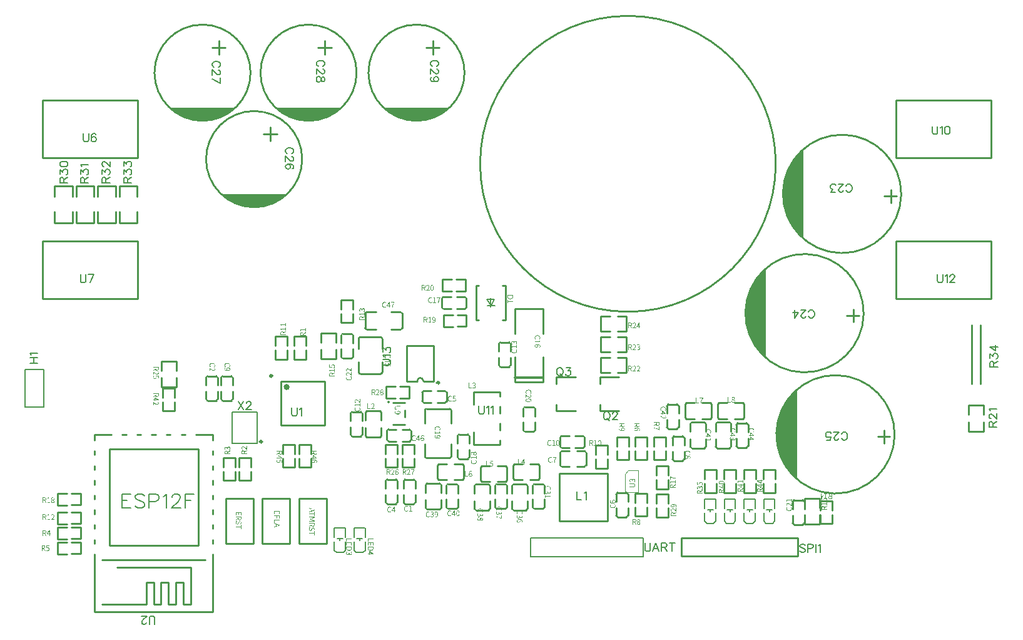
<source format=gto>
G04 Layer: TopSilkLayer*
G04 EasyEDA v6.4.20.6, 2021-08-20T18:50:31+10:00*
G04 da2b955f28294749bdafdb94d24a6b32,8629367194b24dd88a5c18b2f13758b0,10*
G04 Gerber Generator version 0.2*
G04 Scale: 100 percent, Rotated: No, Reflected: No *
G04 Dimensions in millimeters *
G04 leading zeros omitted , absolute positions ,4 integer and 5 decimal *
%FSLAX45Y45*%
%MOMM*%

%ADD10C,0.2540*%
%ADD11C,0.1000*%
%ADD12C,0.4000*%
%ADD16C,0.3000*%
%ADD57C,0.1500*%
%ADD58C,0.3302*%
%ADD59C,0.2032*%
%ADD60C,0.2030*%
%ADD61C,0.1270*%
%ADD62C,0.1524*%

%LPD*%
G36*
X-7757820Y-5677408D02*
G01*
X-7763103Y-5677916D01*
X-7768081Y-5679592D01*
X-7772704Y-5682437D01*
X-7776768Y-5686552D01*
X-7780172Y-5692089D01*
X-7782763Y-5699048D01*
X-7784439Y-5707583D01*
X-7784998Y-5717794D01*
X-7784710Y-5723128D01*
X-7776870Y-5723128D01*
X-7772958Y-5718556D01*
X-7768945Y-5715508D01*
X-7765034Y-5713780D01*
X-7761376Y-5713222D01*
X-7755128Y-5714441D01*
X-7750809Y-5717895D01*
X-7748219Y-5723280D01*
X-7747406Y-5730240D01*
X-7748422Y-5737352D01*
X-7751114Y-5742889D01*
X-7755229Y-5746496D01*
X-7760360Y-5747766D01*
X-7766964Y-5746140D01*
X-7771942Y-5741365D01*
X-7775244Y-5733643D01*
X-7776870Y-5723128D01*
X-7784710Y-5723128D01*
X-7784541Y-5726277D01*
X-7783220Y-5733694D01*
X-7781036Y-5739993D01*
X-7778140Y-5745124D01*
X-7774533Y-5749137D01*
X-7770317Y-5752033D01*
X-7765592Y-5753811D01*
X-7760360Y-5754370D01*
X-7756245Y-5753912D01*
X-7752384Y-5752642D01*
X-7748879Y-5750560D01*
X-7745780Y-5747715D01*
X-7743190Y-5744260D01*
X-7741208Y-5740095D01*
X-7739989Y-5735421D01*
X-7739532Y-5730240D01*
X-7739888Y-5724855D01*
X-7740954Y-5720181D01*
X-7742681Y-5716219D01*
X-7745069Y-5712968D01*
X-7748016Y-5710428D01*
X-7751572Y-5708599D01*
X-7755585Y-5707481D01*
X-7760106Y-5707126D01*
X-7764576Y-5707735D01*
X-7769098Y-5709462D01*
X-7773365Y-5712256D01*
X-7777124Y-5716016D01*
X-7776667Y-5707888D01*
X-7775448Y-5701080D01*
X-7773568Y-5695594D01*
X-7771180Y-5691276D01*
X-7768285Y-5688076D01*
X-7764983Y-5685891D01*
X-7761376Y-5684672D01*
X-7757566Y-5684266D01*
X-7754162Y-5684672D01*
X-7750911Y-5685840D01*
X-7747914Y-5687720D01*
X-7745374Y-5690108D01*
X-7740802Y-5684774D01*
X-7744104Y-5681776D01*
X-7747965Y-5679490D01*
X-7752537Y-5677966D01*
G37*
G36*
X-7872374Y-5677408D02*
G01*
X-7879181Y-5678068D01*
X-7885379Y-5680100D01*
X-7890916Y-5683351D01*
X-7895691Y-5687771D01*
X-7899552Y-5693308D01*
X-7902448Y-5699912D01*
X-7904276Y-5707481D01*
X-7904886Y-5716016D01*
X-7904276Y-5724499D01*
X-7902498Y-5732068D01*
X-7899653Y-5738622D01*
X-7895844Y-5744159D01*
X-7891170Y-5748528D01*
X-7885734Y-5751728D01*
X-7879588Y-5753709D01*
X-7872882Y-5754370D01*
X-7866125Y-5753658D01*
X-7860182Y-5751626D01*
X-7854950Y-5748274D01*
X-7850276Y-5743702D01*
X-7855102Y-5738368D01*
X-7858861Y-5742076D01*
X-7862925Y-5744768D01*
X-7867497Y-5746445D01*
X-7872628Y-5747004D01*
X-7877809Y-5746445D01*
X-7882432Y-5744819D01*
X-7886496Y-5742127D01*
X-7889900Y-5738520D01*
X-7892592Y-5733999D01*
X-7894624Y-5728665D01*
X-7895844Y-5722569D01*
X-7896250Y-5715762D01*
X-7895844Y-5708954D01*
X-7894574Y-5702858D01*
X-7892542Y-5697575D01*
X-7889748Y-5693105D01*
X-7886293Y-5689549D01*
X-7882229Y-5686958D01*
X-7877556Y-5685332D01*
X-7872374Y-5684774D01*
X-7867700Y-5685282D01*
X-7863586Y-5686704D01*
X-7859979Y-5688939D01*
X-7856880Y-5691886D01*
X-7852054Y-5686552D01*
X-7855762Y-5683097D01*
X-7860436Y-5680151D01*
X-7865973Y-5678170D01*
G37*
G36*
X-7812938Y-5678678D02*
G01*
X-7843852Y-5725668D01*
X-7835798Y-5725668D01*
X-7817764Y-5699252D01*
X-7811922Y-5688330D01*
X-7811414Y-5688330D01*
X-7811922Y-5701538D01*
X-7811922Y-5725668D01*
X-7843852Y-5725668D01*
X-7844688Y-5726938D01*
X-7844688Y-5732272D01*
X-7811922Y-5732272D01*
X-7811922Y-5753100D01*
X-7804302Y-5753100D01*
X-7804302Y-5732272D01*
X-7794142Y-5732272D01*
X-7794142Y-5725668D01*
X-7804302Y-5725668D01*
X-7804302Y-5678678D01*
G37*
G36*
X-9733889Y-5890514D02*
G01*
X-9733889Y-5898896D01*
X-9666325Y-5898896D01*
X-9666325Y-5911850D01*
X-9667036Y-5919774D01*
X-9669373Y-5925616D01*
X-9673590Y-5929172D01*
X-9680041Y-5930392D01*
X-9686645Y-5929172D01*
X-9691217Y-5925616D01*
X-9693910Y-5919774D01*
X-9694773Y-5911850D01*
X-9694773Y-5898896D01*
X-9701885Y-5898896D01*
X-9701885Y-5912866D01*
X-9733889Y-5931408D01*
X-9733889Y-5940806D01*
X-9700869Y-5921756D01*
X-9698278Y-5928868D01*
X-9693960Y-5934303D01*
X-9687915Y-5937808D01*
X-9680041Y-5939028D01*
X-9674809Y-5938520D01*
X-9670389Y-5937097D01*
X-9666833Y-5934862D01*
X-9664039Y-5931814D01*
X-9661956Y-5928004D01*
X-9660534Y-5923584D01*
X-9659721Y-5918606D01*
X-9659467Y-5913120D01*
X-9659467Y-5890514D01*
G37*
G36*
X-9713061Y-5945632D02*
G01*
X-9713061Y-5954522D01*
X-9706457Y-5954522D01*
X-9680041Y-5972556D01*
X-9669119Y-5978398D01*
X-9669119Y-5978906D01*
X-9682327Y-5978398D01*
X-9706457Y-5978398D01*
X-9706457Y-5954522D01*
X-9713061Y-5954522D01*
X-9713061Y-5978398D01*
X-9733889Y-5978398D01*
X-9733889Y-5986272D01*
X-9713061Y-5986272D01*
X-9713061Y-5996432D01*
X-9706457Y-5996432D01*
X-9706457Y-5986272D01*
X-9659467Y-5986272D01*
X-9659467Y-5977382D01*
X-9707727Y-5945632D01*
G37*
G36*
X-9725253Y-6002528D02*
G01*
X-9728962Y-6006592D01*
X-9732111Y-6011621D01*
X-9734346Y-6017971D01*
X-9735159Y-6025896D01*
X-9734753Y-6030417D01*
X-9733483Y-6034786D01*
X-9731400Y-6038799D01*
X-9728555Y-6042406D01*
X-9724948Y-6045454D01*
X-9720580Y-6047740D01*
X-9715500Y-6049264D01*
X-9709759Y-6049772D01*
X-9704019Y-6049314D01*
X-9699091Y-6048044D01*
X-9695027Y-6046012D01*
X-9691776Y-6043269D01*
X-9689236Y-6040018D01*
X-9687509Y-6036259D01*
X-9686493Y-6032144D01*
X-9686137Y-6027674D01*
X-9686340Y-6024321D01*
X-9686899Y-6021374D01*
X-9687864Y-6018631D01*
X-9689185Y-6015990D01*
X-9666579Y-6018022D01*
X-9666579Y-6046216D01*
X-9659467Y-6046216D01*
X-9659467Y-6010656D01*
X-9694011Y-6008370D01*
X-9696805Y-6012942D01*
X-9694976Y-6016040D01*
X-9693605Y-6018987D01*
X-9692792Y-6022136D01*
X-9692487Y-6025642D01*
X-9693706Y-6032195D01*
X-9697161Y-6037275D01*
X-9702647Y-6040526D01*
X-9710013Y-6041644D01*
X-9717582Y-6040323D01*
X-9723374Y-6036716D01*
X-9727031Y-6031484D01*
X-9728301Y-6025134D01*
X-9727590Y-6019088D01*
X-9725710Y-6014161D01*
X-9723069Y-6010046D01*
X-9719919Y-6006592D01*
G37*
G36*
X-9263989Y-5890514D02*
G01*
X-9263989Y-5898896D01*
X-9196425Y-5898896D01*
X-9196425Y-5911850D01*
X-9197136Y-5919774D01*
X-9199473Y-5925616D01*
X-9203690Y-5929172D01*
X-9210141Y-5930392D01*
X-9216745Y-5929172D01*
X-9221317Y-5925616D01*
X-9224010Y-5919774D01*
X-9224873Y-5911850D01*
X-9224873Y-5898896D01*
X-9231985Y-5898896D01*
X-9231985Y-5912866D01*
X-9263989Y-5931408D01*
X-9263989Y-5940806D01*
X-9230969Y-5921756D01*
X-9228378Y-5928868D01*
X-9224060Y-5934303D01*
X-9218015Y-5937808D01*
X-9210141Y-5939028D01*
X-9204909Y-5938520D01*
X-9200489Y-5937097D01*
X-9196933Y-5934862D01*
X-9194139Y-5931814D01*
X-9192056Y-5928004D01*
X-9190634Y-5923584D01*
X-9189821Y-5918606D01*
X-9189567Y-5913120D01*
X-9189567Y-5890514D01*
G37*
G36*
X-9243161Y-5945632D02*
G01*
X-9243161Y-5954522D01*
X-9236557Y-5954522D01*
X-9210141Y-5972556D01*
X-9199219Y-5978398D01*
X-9199219Y-5978906D01*
X-9212427Y-5978398D01*
X-9236557Y-5978398D01*
X-9236557Y-5954522D01*
X-9243161Y-5954522D01*
X-9243161Y-5978398D01*
X-9263989Y-5978398D01*
X-9263989Y-5986272D01*
X-9243161Y-5986272D01*
X-9243161Y-5996432D01*
X-9236557Y-5996432D01*
X-9236557Y-5986272D01*
X-9189567Y-5986272D01*
X-9189567Y-5977382D01*
X-9237827Y-5945632D01*
G37*
G36*
X-9228683Y-6005322D02*
G01*
X-9237167Y-6005779D01*
X-9244584Y-6007150D01*
X-9250883Y-6009386D01*
X-9256014Y-6012281D01*
X-9260027Y-6015888D01*
X-9262922Y-6020104D01*
X-9264700Y-6024829D01*
X-9265259Y-6029960D01*
X-9258655Y-6029960D01*
X-9257030Y-6023356D01*
X-9252254Y-6018377D01*
X-9244533Y-6015075D01*
X-9234017Y-6013450D01*
X-9229496Y-6017361D01*
X-9226397Y-6021374D01*
X-9224670Y-6025286D01*
X-9224111Y-6028944D01*
X-9225330Y-6035243D01*
X-9228836Y-6039662D01*
X-9234170Y-6042304D01*
X-9241129Y-6043168D01*
X-9248241Y-6042152D01*
X-9253778Y-6039307D01*
X-9257385Y-6035141D01*
X-9258655Y-6029960D01*
X-9265259Y-6029960D01*
X-9264802Y-6034074D01*
X-9263532Y-6037935D01*
X-9261449Y-6041440D01*
X-9258604Y-6044590D01*
X-9255150Y-6047130D01*
X-9251035Y-6049111D01*
X-9246311Y-6050330D01*
X-9241129Y-6050788D01*
X-9235744Y-6050432D01*
X-9231071Y-6049365D01*
X-9227108Y-6047638D01*
X-9223857Y-6045301D01*
X-9221317Y-6042355D01*
X-9219488Y-6038900D01*
X-9218371Y-6034938D01*
X-9218015Y-6030468D01*
X-9218625Y-6025845D01*
X-9220352Y-6021273D01*
X-9223146Y-6016955D01*
X-9226905Y-6013196D01*
X-9218777Y-6013754D01*
X-9211970Y-6015024D01*
X-9206484Y-6016853D01*
X-9202166Y-6019292D01*
X-9198965Y-6022187D01*
X-9196781Y-6025489D01*
X-9195562Y-6029096D01*
X-9195155Y-6033008D01*
X-9195562Y-6036259D01*
X-9196730Y-6039459D01*
X-9198610Y-6042406D01*
X-9200997Y-6044946D01*
X-9195663Y-6049518D01*
X-9192717Y-6046216D01*
X-9190380Y-6042355D01*
X-9188856Y-6037783D01*
X-9188297Y-6032500D01*
X-9188805Y-6027267D01*
X-9190482Y-6022238D01*
X-9193326Y-6017666D01*
X-9197441Y-6013602D01*
X-9202978Y-6010148D01*
X-9209938Y-6007557D01*
X-9218472Y-6005931D01*
G37*
G36*
X-8791600Y-7071512D02*
G01*
X-8791600Y-7112914D01*
X-8784488Y-7112914D01*
X-8784488Y-7079894D01*
X-8717178Y-7079894D01*
X-8717178Y-7071512D01*
G37*
G36*
X-8791600Y-7126122D02*
G01*
X-8791600Y-7169556D01*
X-8784488Y-7169556D01*
X-8784488Y-7134504D01*
X-8755786Y-7134504D01*
X-8755786Y-7162952D01*
X-8748674Y-7162952D01*
X-8748674Y-7134504D01*
X-8724290Y-7134504D01*
X-8724290Y-7168286D01*
X-8717178Y-7168286D01*
X-8717178Y-7126122D01*
G37*
G36*
X-8791600Y-7185304D02*
G01*
X-8791600Y-7193686D01*
X-8724036Y-7193686D01*
X-8724036Y-7202830D01*
X-8724544Y-7209231D01*
X-8726017Y-7214768D01*
X-8728506Y-7219391D01*
X-8731859Y-7223150D01*
X-8736177Y-7226046D01*
X-8741308Y-7228128D01*
X-8747252Y-7229348D01*
X-8754008Y-7229754D01*
X-8760764Y-7229348D01*
X-8766810Y-7228128D01*
X-8772042Y-7226046D01*
X-8776411Y-7223150D01*
X-8779865Y-7219391D01*
X-8782405Y-7214768D01*
X-8783980Y-7209231D01*
X-8784488Y-7202830D01*
X-8784488Y-7193686D01*
X-8791600Y-7193686D01*
X-8791600Y-7203846D01*
X-8791295Y-7209281D01*
X-8790432Y-7214260D01*
X-8789009Y-7218781D01*
X-8787028Y-7222845D01*
X-8784539Y-7226452D01*
X-8781592Y-7229602D01*
X-8778087Y-7232294D01*
X-8774125Y-7234478D01*
X-8769756Y-7236206D01*
X-8764930Y-7237425D01*
X-8759647Y-7238136D01*
X-8754008Y-7238390D01*
X-8748369Y-7238136D01*
X-8743188Y-7237425D01*
X-8738412Y-7236206D01*
X-8734094Y-7234478D01*
X-8730234Y-7232243D01*
X-8726830Y-7229551D01*
X-8723934Y-7226401D01*
X-8721547Y-7222794D01*
X-8719667Y-7218680D01*
X-8718296Y-7214108D01*
X-8717432Y-7209078D01*
X-8717178Y-7203592D01*
X-8717178Y-7185304D01*
G37*
G36*
X-8782710Y-7247534D02*
G01*
X-8786418Y-7251496D01*
X-8789670Y-7256678D01*
X-8792006Y-7263079D01*
X-8792870Y-7270902D01*
X-8792514Y-7275728D01*
X-8791448Y-7280148D01*
X-8789670Y-7284110D01*
X-8787282Y-7287564D01*
X-8784285Y-7290358D01*
X-8780678Y-7292492D01*
X-8776462Y-7293813D01*
X-8771788Y-7294270D01*
X-8764727Y-7293051D01*
X-8759139Y-7289647D01*
X-8755126Y-7284618D01*
X-8752738Y-7278522D01*
X-8752230Y-7278522D01*
X-8749538Y-7283907D01*
X-8745575Y-7288072D01*
X-8740495Y-7290765D01*
X-8734196Y-7291730D01*
X-8726424Y-7290155D01*
X-8720683Y-7285786D01*
X-8717127Y-7279081D01*
X-8715908Y-7270648D01*
X-8716568Y-7264704D01*
X-8718346Y-7259320D01*
X-8721039Y-7254494D01*
X-8724544Y-7250074D01*
X-8729878Y-7254646D01*
X-8726881Y-7258100D01*
X-8724595Y-7261859D01*
X-8723071Y-7265974D01*
X-8722512Y-7270394D01*
X-8723426Y-7275880D01*
X-8725966Y-7279944D01*
X-8729776Y-7282484D01*
X-8734704Y-7283348D01*
X-8740546Y-7282281D01*
X-8745220Y-7278776D01*
X-8748318Y-7272324D01*
X-8749436Y-7262520D01*
X-8756040Y-7262520D01*
X-8757158Y-7273493D01*
X-8760256Y-7280808D01*
X-8765032Y-7284872D01*
X-8771280Y-7286142D01*
X-8777427Y-7284974D01*
X-8782100Y-7281722D01*
X-8784996Y-7276744D01*
X-8786012Y-7270394D01*
X-8785250Y-7264450D01*
X-8783320Y-7259472D01*
X-8780526Y-7255256D01*
X-8777376Y-7251598D01*
G37*
G36*
X-8499500Y-7071512D02*
G01*
X-8499500Y-7112914D01*
X-8492388Y-7112914D01*
X-8492388Y-7079894D01*
X-8425078Y-7079894D01*
X-8425078Y-7071512D01*
G37*
G36*
X-8499500Y-7126122D02*
G01*
X-8499500Y-7169556D01*
X-8492388Y-7169556D01*
X-8492388Y-7134504D01*
X-8463686Y-7134504D01*
X-8463686Y-7162952D01*
X-8456574Y-7162952D01*
X-8456574Y-7134504D01*
X-8432190Y-7134504D01*
X-8432190Y-7168286D01*
X-8425078Y-7168286D01*
X-8425078Y-7126122D01*
G37*
G36*
X-8499500Y-7185304D02*
G01*
X-8499500Y-7193686D01*
X-8431936Y-7193686D01*
X-8431936Y-7202830D01*
X-8432444Y-7209231D01*
X-8433917Y-7214768D01*
X-8436406Y-7219391D01*
X-8439759Y-7223150D01*
X-8444077Y-7226046D01*
X-8449208Y-7228128D01*
X-8455152Y-7229348D01*
X-8461908Y-7229754D01*
X-8468664Y-7229348D01*
X-8474710Y-7228128D01*
X-8479942Y-7226046D01*
X-8484311Y-7223150D01*
X-8487765Y-7219391D01*
X-8490305Y-7214768D01*
X-8491880Y-7209231D01*
X-8492388Y-7202830D01*
X-8492388Y-7193686D01*
X-8499500Y-7193686D01*
X-8499500Y-7203846D01*
X-8499195Y-7209281D01*
X-8498332Y-7214260D01*
X-8496909Y-7218781D01*
X-8494928Y-7222845D01*
X-8492439Y-7226452D01*
X-8489492Y-7229602D01*
X-8485987Y-7232294D01*
X-8482025Y-7234478D01*
X-8477656Y-7236206D01*
X-8472830Y-7237425D01*
X-8467547Y-7238136D01*
X-8461908Y-7238390D01*
X-8456269Y-7238136D01*
X-8451088Y-7237425D01*
X-8446312Y-7236206D01*
X-8441994Y-7234478D01*
X-8438134Y-7232243D01*
X-8434730Y-7229551D01*
X-8431834Y-7226401D01*
X-8429447Y-7222794D01*
X-8427567Y-7218680D01*
X-8426196Y-7214108D01*
X-8425332Y-7209078D01*
X-8425078Y-7203592D01*
X-8425078Y-7185304D01*
G37*
G36*
X-8478672Y-7246264D02*
G01*
X-8478672Y-7255154D01*
X-8472068Y-7255154D01*
X-8445398Y-7273188D01*
X-8434730Y-7279030D01*
X-8434730Y-7279538D01*
X-8447938Y-7279030D01*
X-8472068Y-7279030D01*
X-8472068Y-7255154D01*
X-8478672Y-7255154D01*
X-8478672Y-7279030D01*
X-8499500Y-7279030D01*
X-8499500Y-7286650D01*
X-8478672Y-7286650D01*
X-8478672Y-7296810D01*
X-8472068Y-7296810D01*
X-8472068Y-7286650D01*
X-8425078Y-7286650D01*
X-8425078Y-7278014D01*
X-8473338Y-7246264D01*
G37*
G36*
X-8231225Y-4583176D02*
G01*
X-8239709Y-4583785D01*
X-8247278Y-4585563D01*
X-8253831Y-4588408D01*
X-8259368Y-4592218D01*
X-8263737Y-4596892D01*
X-8266938Y-4602378D01*
X-8268919Y-4608474D01*
X-8269579Y-4615180D01*
X-8268868Y-4621987D01*
X-8266836Y-4627930D01*
X-8263483Y-4633163D01*
X-8258911Y-4637786D01*
X-8253577Y-4632960D01*
X-8257286Y-4629200D01*
X-8259978Y-4625136D01*
X-8261654Y-4620615D01*
X-8262213Y-4615434D01*
X-8261654Y-4610252D01*
X-8260029Y-4605629D01*
X-8257336Y-4601616D01*
X-8253730Y-4598212D01*
X-8249208Y-4595469D01*
X-8243874Y-4593488D01*
X-8237778Y-4592218D01*
X-8230971Y-4591812D01*
X-8224164Y-4592269D01*
X-8218119Y-4593488D01*
X-8212785Y-4595571D01*
X-8208314Y-4598314D01*
X-8204758Y-4601768D01*
X-8202168Y-4605832D01*
X-8200542Y-4610506D01*
X-8199983Y-4615688D01*
X-8200491Y-4620361D01*
X-8201914Y-4624476D01*
X-8204149Y-4628083D01*
X-8207095Y-4631182D01*
X-8201761Y-4636008D01*
X-8198307Y-4632299D01*
X-8195360Y-4627676D01*
X-8193379Y-4622088D01*
X-8192617Y-4615688D01*
X-8193278Y-4608880D01*
X-8195309Y-4602683D01*
X-8198561Y-4597146D01*
X-8202980Y-4592370D01*
X-8208518Y-4588510D01*
X-8215122Y-4585614D01*
X-8222691Y-4583785D01*
G37*
G36*
X-8247481Y-4643374D02*
G01*
X-8247481Y-4652264D01*
X-8240877Y-4652264D01*
X-8214461Y-4670298D01*
X-8203539Y-4676140D01*
X-8203539Y-4676648D01*
X-8216747Y-4676140D01*
X-8240877Y-4676140D01*
X-8240877Y-4652264D01*
X-8247481Y-4652264D01*
X-8247481Y-4676140D01*
X-8268309Y-4676140D01*
X-8268309Y-4683760D01*
X-8247481Y-4683760D01*
X-8247481Y-4693920D01*
X-8240877Y-4693920D01*
X-8240877Y-4683760D01*
X-8193887Y-4683760D01*
X-8193887Y-4675124D01*
X-8242147Y-4643374D01*
G37*
G36*
X-8259673Y-4700016D02*
G01*
X-8263381Y-4704181D01*
X-8266531Y-4709363D01*
X-8268766Y-4715713D01*
X-8269579Y-4723638D01*
X-8269173Y-4728159D01*
X-8267903Y-4732528D01*
X-8265820Y-4736541D01*
X-8262975Y-4740148D01*
X-8259368Y-4743196D01*
X-8255000Y-4745482D01*
X-8249920Y-4747006D01*
X-8244179Y-4747514D01*
X-8238439Y-4747056D01*
X-8233511Y-4745786D01*
X-8229447Y-4743754D01*
X-8226196Y-4741011D01*
X-8223656Y-4737760D01*
X-8221929Y-4734001D01*
X-8220913Y-4729886D01*
X-8220557Y-4725416D01*
X-8220760Y-4722063D01*
X-8221319Y-4719116D01*
X-8222284Y-4716373D01*
X-8223605Y-4713732D01*
X-8200999Y-4715764D01*
X-8200999Y-4743958D01*
X-8193887Y-4743958D01*
X-8193887Y-4708398D01*
X-8228431Y-4706112D01*
X-8231225Y-4710684D01*
X-8229396Y-4713782D01*
X-8228025Y-4716729D01*
X-8227212Y-4719878D01*
X-8226907Y-4723384D01*
X-8228126Y-4729937D01*
X-8231581Y-4734864D01*
X-8237067Y-4738014D01*
X-8244433Y-4739132D01*
X-8252002Y-4737862D01*
X-8257794Y-4734356D01*
X-8261451Y-4729175D01*
X-8262721Y-4722876D01*
X-8262010Y-4716830D01*
X-8260130Y-4711903D01*
X-8257489Y-4707788D01*
X-8254339Y-4704334D01*
G37*
G36*
X-8272881Y-3874008D02*
G01*
X-8279688Y-3874668D01*
X-8285886Y-3876700D01*
X-8291423Y-3879951D01*
X-8296198Y-3884371D01*
X-8300059Y-3889908D01*
X-8302955Y-3896512D01*
X-8304784Y-3904081D01*
X-8305393Y-3912615D01*
X-8304784Y-3921099D01*
X-8303006Y-3928668D01*
X-8300161Y-3935222D01*
X-8296351Y-3940759D01*
X-8291677Y-3945128D01*
X-8286191Y-3948328D01*
X-8280095Y-3950309D01*
X-8273389Y-3950970D01*
X-8266633Y-3950258D01*
X-8260638Y-3948226D01*
X-8255406Y-3944874D01*
X-8250783Y-3940301D01*
X-8255609Y-3934968D01*
X-8259368Y-3938676D01*
X-8263432Y-3941368D01*
X-8267953Y-3943045D01*
X-8273135Y-3943604D01*
X-8278317Y-3943045D01*
X-8282940Y-3941419D01*
X-8286953Y-3938727D01*
X-8290356Y-3935120D01*
X-8293100Y-3930599D01*
X-8295081Y-3925265D01*
X-8296351Y-3919169D01*
X-8296757Y-3912362D01*
X-8296351Y-3905554D01*
X-8295081Y-3899458D01*
X-8292998Y-3894175D01*
X-8290255Y-3889705D01*
X-8286800Y-3886149D01*
X-8282736Y-3883558D01*
X-8278063Y-3881932D01*
X-8272881Y-3881374D01*
X-8268208Y-3881882D01*
X-8264093Y-3883304D01*
X-8260486Y-3885539D01*
X-8257387Y-3888486D01*
X-8252561Y-3883151D01*
X-8256270Y-3879697D01*
X-8260892Y-3876751D01*
X-8266480Y-3874770D01*
G37*
G36*
X-8186267Y-3875278D02*
G01*
X-8186267Y-3882390D01*
X-8149945Y-3882390D01*
X-8153400Y-3887419D01*
X-8159191Y-3897426D01*
X-8161578Y-3902506D01*
X-8163661Y-3907637D01*
X-8165439Y-3912920D01*
X-8166963Y-3918356D01*
X-8168233Y-3923995D01*
X-8169249Y-3929938D01*
X-8170621Y-3942740D01*
X-8171027Y-3949700D01*
X-8162391Y-3949700D01*
X-8161528Y-3936085D01*
X-8160003Y-3923893D01*
X-8158886Y-3918153D01*
X-8157464Y-3912666D01*
X-8155686Y-3907282D01*
X-8153552Y-3901948D01*
X-8150961Y-3896664D01*
X-8147913Y-3891330D01*
X-8144408Y-3885895D01*
X-8140293Y-3880358D01*
X-8140293Y-3875278D01*
G37*
G36*
X-8213445Y-3875278D02*
G01*
X-8244360Y-3922268D01*
X-8236305Y-3922268D01*
X-8218271Y-3895851D01*
X-8212429Y-3884929D01*
X-8211921Y-3884929D01*
X-8212429Y-3898137D01*
X-8212429Y-3922268D01*
X-8244360Y-3922268D01*
X-8245195Y-3923537D01*
X-8245195Y-3928872D01*
X-8212429Y-3928872D01*
X-8212429Y-3949700D01*
X-8204809Y-3949700D01*
X-8204809Y-3928872D01*
X-8194649Y-3928872D01*
X-8194649Y-3922268D01*
X-8204809Y-3922268D01*
X-8204809Y-3875278D01*
G37*
G36*
X-4010253Y-5170678D02*
G01*
X-4010253Y-5177790D01*
X-3973677Y-5177790D01*
X-3977182Y-5182819D01*
X-3983075Y-5192826D01*
X-3987596Y-5203037D01*
X-3990949Y-5213756D01*
X-3993235Y-5225338D01*
X-3994607Y-5238140D01*
X-3995013Y-5245100D01*
X-3986377Y-5245100D01*
X-3985514Y-5231485D01*
X-3983990Y-5219293D01*
X-3982872Y-5213553D01*
X-3981450Y-5208066D01*
X-3979672Y-5202682D01*
X-3977538Y-5197348D01*
X-3974947Y-5192064D01*
X-3971899Y-5186730D01*
X-3968394Y-5181295D01*
X-3964279Y-5175758D01*
X-3964279Y-5170678D01*
G37*
G36*
X-4059275Y-5170678D02*
G01*
X-4059275Y-5245100D01*
X-4017873Y-5245100D01*
X-4017873Y-5237988D01*
X-4050893Y-5237988D01*
X-4050893Y-5170678D01*
G37*
G36*
X-3555085Y-5156962D02*
G01*
X-3563061Y-5158333D01*
X-3569411Y-5162194D01*
X-3573627Y-5168087D01*
X-3575151Y-5175758D01*
X-3567531Y-5175758D01*
X-3566566Y-5170728D01*
X-3563975Y-5166766D01*
X-3560013Y-5164226D01*
X-3555085Y-5163312D01*
X-3549650Y-5164378D01*
X-3545586Y-5167325D01*
X-3542995Y-5171694D01*
X-3542131Y-5177028D01*
X-3542639Y-5181142D01*
X-3544214Y-5185105D01*
X-3546754Y-5188864D01*
X-3550259Y-5192268D01*
X-3556711Y-5189575D01*
X-3562248Y-5186222D01*
X-3566109Y-5181752D01*
X-3567531Y-5175758D01*
X-3575151Y-5175758D01*
X-3574338Y-5181244D01*
X-3572052Y-5185867D01*
X-3568852Y-5189728D01*
X-3564991Y-5192776D01*
X-3564991Y-5193284D01*
X-3570071Y-5196586D01*
X-3574542Y-5201208D01*
X-3577742Y-5206949D01*
X-3578871Y-5213350D01*
X-3571341Y-5213350D01*
X-3570528Y-5208066D01*
X-3568293Y-5203342D01*
X-3564890Y-5199227D01*
X-3560673Y-5195824D01*
X-3552901Y-5199075D01*
X-3546398Y-5202834D01*
X-3541979Y-5207660D01*
X-3540353Y-5214366D01*
X-3541420Y-5219649D01*
X-3544366Y-5223814D01*
X-3549040Y-5226558D01*
X-3555085Y-5227574D01*
X-3561587Y-5226507D01*
X-3566718Y-5223510D01*
X-3570122Y-5218988D01*
X-3571341Y-5213350D01*
X-3578871Y-5213350D01*
X-3578961Y-5213858D01*
X-3577183Y-5221782D01*
X-3572205Y-5228031D01*
X-3564737Y-5232196D01*
X-3555339Y-5233670D01*
X-3545941Y-5232196D01*
X-3538626Y-5228132D01*
X-3533901Y-5222087D01*
X-3532225Y-5214620D01*
X-3533292Y-5207812D01*
X-3536086Y-5202478D01*
X-3540150Y-5198313D01*
X-3544925Y-5195062D01*
X-3544925Y-5194554D01*
X-3541522Y-5191455D01*
X-3538220Y-5187238D01*
X-3535730Y-5182209D01*
X-3534765Y-5176520D01*
X-3536137Y-5168646D01*
X-3540150Y-5162448D01*
X-3546551Y-5158435D01*
G37*
G36*
X-3627475Y-5157978D02*
G01*
X-3627475Y-5232400D01*
X-3586073Y-5232400D01*
X-3586073Y-5225288D01*
X-3619093Y-5225288D01*
X-3619093Y-5157978D01*
G37*
G36*
X-3892905Y-5594096D02*
G01*
X-3901389Y-5594705D01*
X-3908958Y-5596483D01*
X-3915511Y-5599328D01*
X-3921048Y-5603138D01*
X-3925417Y-5607812D01*
X-3928618Y-5613298D01*
X-3930599Y-5619394D01*
X-3931259Y-5626100D01*
X-3930548Y-5632907D01*
X-3928516Y-5638850D01*
X-3925163Y-5644083D01*
X-3920591Y-5648706D01*
X-3915257Y-5643880D01*
X-3918965Y-5640120D01*
X-3921658Y-5636056D01*
X-3923334Y-5631535D01*
X-3923893Y-5626354D01*
X-3923334Y-5621172D01*
X-3921709Y-5616549D01*
X-3919016Y-5612536D01*
X-3915410Y-5609132D01*
X-3910888Y-5606389D01*
X-3905554Y-5604408D01*
X-3899458Y-5603138D01*
X-3892651Y-5602732D01*
X-3885844Y-5603189D01*
X-3879799Y-5604408D01*
X-3874465Y-5606491D01*
X-3869994Y-5609234D01*
X-3866438Y-5612688D01*
X-3863848Y-5616752D01*
X-3862222Y-5621426D01*
X-3861663Y-5626608D01*
X-3862171Y-5631281D01*
X-3863594Y-5635396D01*
X-3865829Y-5639003D01*
X-3868775Y-5642102D01*
X-3863441Y-5646928D01*
X-3859987Y-5643219D01*
X-3857040Y-5638596D01*
X-3855059Y-5633008D01*
X-3854297Y-5626608D01*
X-3854958Y-5619800D01*
X-3856990Y-5613603D01*
X-3860241Y-5608066D01*
X-3864660Y-5603290D01*
X-3870198Y-5599430D01*
X-3876801Y-5596534D01*
X-3884371Y-5594705D01*
G37*
G36*
X-3909161Y-5654294D02*
G01*
X-3909161Y-5663184D01*
X-3902557Y-5663184D01*
X-3876141Y-5681218D01*
X-3865219Y-5687060D01*
X-3865219Y-5687568D01*
X-3878427Y-5687060D01*
X-3902557Y-5687060D01*
X-3902557Y-5663184D01*
X-3909161Y-5663184D01*
X-3909161Y-5687060D01*
X-3929989Y-5687060D01*
X-3929989Y-5694680D01*
X-3909161Y-5694680D01*
X-3909161Y-5704840D01*
X-3902557Y-5704840D01*
X-3902557Y-5694680D01*
X-3855567Y-5694680D01*
X-3855567Y-5686044D01*
X-3903827Y-5654294D01*
G37*
G36*
X-3929989Y-5717286D02*
G01*
X-3929989Y-5757164D01*
X-3923131Y-5757164D01*
X-3923131Y-5742178D01*
X-3855567Y-5742178D01*
X-3855567Y-5735828D01*
X-3857193Y-5732780D01*
X-3858564Y-5729274D01*
X-3859733Y-5725312D01*
X-3860647Y-5720842D01*
X-3865981Y-5720842D01*
X-3865981Y-5733796D01*
X-3923131Y-5733796D01*
X-3923131Y-5717286D01*
G37*
G36*
X-3562705Y-5581396D02*
G01*
X-3571189Y-5582005D01*
X-3578758Y-5583783D01*
X-3585311Y-5586628D01*
X-3590848Y-5590438D01*
X-3595217Y-5595112D01*
X-3598418Y-5600598D01*
X-3600399Y-5606694D01*
X-3601059Y-5613400D01*
X-3600348Y-5620207D01*
X-3598316Y-5626150D01*
X-3594963Y-5631383D01*
X-3590391Y-5636006D01*
X-3585057Y-5631180D01*
X-3588765Y-5627420D01*
X-3591458Y-5623356D01*
X-3593134Y-5618835D01*
X-3593693Y-5613654D01*
X-3593134Y-5608472D01*
X-3591509Y-5603849D01*
X-3588816Y-5599836D01*
X-3585210Y-5596432D01*
X-3580688Y-5593689D01*
X-3575354Y-5591708D01*
X-3569258Y-5590438D01*
X-3562451Y-5590032D01*
X-3555644Y-5590489D01*
X-3549599Y-5591708D01*
X-3544265Y-5593791D01*
X-3539794Y-5596534D01*
X-3536238Y-5599988D01*
X-3533648Y-5604052D01*
X-3532022Y-5608726D01*
X-3531463Y-5613908D01*
X-3531971Y-5618581D01*
X-3533394Y-5622696D01*
X-3535629Y-5626303D01*
X-3538575Y-5629402D01*
X-3533241Y-5634228D01*
X-3529787Y-5630519D01*
X-3526840Y-5625896D01*
X-3524859Y-5620308D01*
X-3524097Y-5613908D01*
X-3524758Y-5607100D01*
X-3526790Y-5600903D01*
X-3530041Y-5595366D01*
X-3534460Y-5590590D01*
X-3539998Y-5586730D01*
X-3546601Y-5583834D01*
X-3554171Y-5582005D01*
G37*
G36*
X-3578961Y-5641594D02*
G01*
X-3578961Y-5650484D01*
X-3572357Y-5650484D01*
X-3545941Y-5668518D01*
X-3535019Y-5674360D01*
X-3535019Y-5674868D01*
X-3548227Y-5674360D01*
X-3572357Y-5674360D01*
X-3572357Y-5650484D01*
X-3578961Y-5650484D01*
X-3578961Y-5674360D01*
X-3599789Y-5674360D01*
X-3599789Y-5681980D01*
X-3578961Y-5681980D01*
X-3578961Y-5692140D01*
X-3572357Y-5692140D01*
X-3572357Y-5681980D01*
X-3525367Y-5681980D01*
X-3525367Y-5673344D01*
X-3573627Y-5641594D01*
G37*
G36*
X-3590899Y-5698490D02*
G01*
X-3594760Y-5702554D01*
X-3597960Y-5707735D01*
X-3600246Y-5714187D01*
X-3601059Y-5722112D01*
X-3600704Y-5726836D01*
X-3599637Y-5731205D01*
X-3597859Y-5735218D01*
X-3595471Y-5738672D01*
X-3592474Y-5741517D01*
X-3588867Y-5743651D01*
X-3584701Y-5745022D01*
X-3579977Y-5745480D01*
X-3573018Y-5744210D01*
X-3567429Y-5740857D01*
X-3563315Y-5735828D01*
X-3560927Y-5729732D01*
X-3560673Y-5729732D01*
X-3557879Y-5735116D01*
X-3553917Y-5739282D01*
X-3548786Y-5741974D01*
X-3542385Y-5742940D01*
X-3534613Y-5741365D01*
X-3528872Y-5736996D01*
X-3525316Y-5730290D01*
X-3524097Y-5721858D01*
X-3524758Y-5715762D01*
X-3526586Y-5710428D01*
X-3529329Y-5705652D01*
X-3532733Y-5701284D01*
X-3538321Y-5705856D01*
X-3535324Y-5709158D01*
X-3532987Y-5712968D01*
X-3531412Y-5717133D01*
X-3530701Y-5721604D01*
X-3531717Y-5726938D01*
X-3534257Y-5731052D01*
X-3538118Y-5733643D01*
X-3543147Y-5734558D01*
X-3548989Y-5733491D01*
X-3553663Y-5729935D01*
X-3556762Y-5723432D01*
X-3557879Y-5713476D01*
X-3564229Y-5713476D01*
X-3565347Y-5724448D01*
X-3568547Y-5731764D01*
X-3573424Y-5735828D01*
X-3579723Y-5737098D01*
X-3585718Y-5735980D01*
X-3590290Y-5732780D01*
X-3593185Y-5727903D01*
X-3594201Y-5721604D01*
X-3593490Y-5715508D01*
X-3591610Y-5710478D01*
X-3588867Y-5706313D01*
X-3585565Y-5702808D01*
G37*
G36*
X-4502505Y-5289296D02*
G01*
X-4510989Y-5289905D01*
X-4518558Y-5291683D01*
X-4525111Y-5294528D01*
X-4530648Y-5298338D01*
X-4535017Y-5303012D01*
X-4538218Y-5308498D01*
X-4540199Y-5314594D01*
X-4540859Y-5321300D01*
X-4540148Y-5328107D01*
X-4538116Y-5334050D01*
X-4534763Y-5339283D01*
X-4530191Y-5343906D01*
X-4524857Y-5339080D01*
X-4528566Y-5335320D01*
X-4531258Y-5331256D01*
X-4532934Y-5326735D01*
X-4533493Y-5321554D01*
X-4532934Y-5316372D01*
X-4531309Y-5311749D01*
X-4528616Y-5307736D01*
X-4525010Y-5304332D01*
X-4520488Y-5301589D01*
X-4515154Y-5299608D01*
X-4509058Y-5298338D01*
X-4502251Y-5297932D01*
X-4495444Y-5298389D01*
X-4489399Y-5299608D01*
X-4484065Y-5301691D01*
X-4479594Y-5304434D01*
X-4476038Y-5307888D01*
X-4473448Y-5311952D01*
X-4471822Y-5316626D01*
X-4471263Y-5321808D01*
X-4471771Y-5326481D01*
X-4473194Y-5330596D01*
X-4475429Y-5334203D01*
X-4478375Y-5337302D01*
X-4473041Y-5342128D01*
X-4469587Y-5338419D01*
X-4466640Y-5333796D01*
X-4464659Y-5328208D01*
X-4463897Y-5321808D01*
X-4464558Y-5315000D01*
X-4466590Y-5308803D01*
X-4469841Y-5303266D01*
X-4474260Y-5298490D01*
X-4479798Y-5294630D01*
X-4486402Y-5291734D01*
X-4493971Y-5289905D01*
G37*
G36*
X-4518761Y-5349494D02*
G01*
X-4518761Y-5358384D01*
X-4512157Y-5358384D01*
X-4485741Y-5376418D01*
X-4474819Y-5382260D01*
X-4474819Y-5382768D01*
X-4488027Y-5382260D01*
X-4512157Y-5382260D01*
X-4512157Y-5358384D01*
X-4518761Y-5358384D01*
X-4518761Y-5382260D01*
X-4539589Y-5382260D01*
X-4539589Y-5389880D01*
X-4518761Y-5389880D01*
X-4518761Y-5400040D01*
X-4512157Y-5400040D01*
X-4512157Y-5389880D01*
X-4465167Y-5389880D01*
X-4465167Y-5381244D01*
X-4513427Y-5349494D01*
G37*
G36*
X-4474819Y-5407406D02*
G01*
X-4479391Y-5412232D01*
X-4475988Y-5415635D01*
X-4473143Y-5419445D01*
X-4471212Y-5423662D01*
X-4470501Y-5428234D01*
X-4471670Y-5434482D01*
X-4474921Y-5438851D01*
X-4479848Y-5441391D01*
X-4485995Y-5442204D01*
X-4490974Y-5441696D01*
X-4496155Y-5440222D01*
X-4501591Y-5437632D01*
X-4507382Y-5434025D01*
X-4513529Y-5429250D01*
X-4520082Y-5423357D01*
X-4527042Y-5416245D01*
X-4534509Y-5407914D01*
X-4539589Y-5407914D01*
X-4539589Y-5453888D01*
X-4532477Y-5453888D01*
X-4532528Y-5429707D01*
X-4532985Y-5420360D01*
X-4526686Y-5426913D01*
X-4520539Y-5432755D01*
X-4514494Y-5437886D01*
X-4508601Y-5442204D01*
X-4502810Y-5445658D01*
X-4497070Y-5448198D01*
X-4491380Y-5449773D01*
X-4485741Y-5450332D01*
X-4481017Y-5449976D01*
X-4476750Y-5448858D01*
X-4473041Y-5447080D01*
X-4469892Y-5444591D01*
X-4467352Y-5441543D01*
X-4465472Y-5437886D01*
X-4464304Y-5433720D01*
X-4463897Y-5428996D01*
X-4464659Y-5422646D01*
X-4466894Y-5417058D01*
X-4470349Y-5412079D01*
G37*
G36*
X-3308705Y-5581396D02*
G01*
X-3317189Y-5582005D01*
X-3324758Y-5583783D01*
X-3331311Y-5586628D01*
X-3336848Y-5590438D01*
X-3341217Y-5595112D01*
X-3344418Y-5600598D01*
X-3346399Y-5606694D01*
X-3347059Y-5613400D01*
X-3346348Y-5620207D01*
X-3344316Y-5626150D01*
X-3340963Y-5631383D01*
X-3336391Y-5636006D01*
X-3331057Y-5631180D01*
X-3334765Y-5627420D01*
X-3337458Y-5623356D01*
X-3339134Y-5618835D01*
X-3339693Y-5613654D01*
X-3339134Y-5608472D01*
X-3337509Y-5603849D01*
X-3334816Y-5599836D01*
X-3331210Y-5596432D01*
X-3326688Y-5593689D01*
X-3321354Y-5591708D01*
X-3315258Y-5590438D01*
X-3308451Y-5590032D01*
X-3301644Y-5590489D01*
X-3295599Y-5591708D01*
X-3290265Y-5593791D01*
X-3285794Y-5596534D01*
X-3282238Y-5599988D01*
X-3279648Y-5604052D01*
X-3278022Y-5608726D01*
X-3277463Y-5613908D01*
X-3277971Y-5618581D01*
X-3279394Y-5622696D01*
X-3281629Y-5626303D01*
X-3284575Y-5629402D01*
X-3279241Y-5634228D01*
X-3275787Y-5630519D01*
X-3272840Y-5625896D01*
X-3270859Y-5620308D01*
X-3270097Y-5613908D01*
X-3270758Y-5607100D01*
X-3272790Y-5600903D01*
X-3276041Y-5595366D01*
X-3280460Y-5590590D01*
X-3285998Y-5586730D01*
X-3292601Y-5583834D01*
X-3300171Y-5582005D01*
G37*
G36*
X-3324961Y-5641594D02*
G01*
X-3324961Y-5650484D01*
X-3318357Y-5650484D01*
X-3291941Y-5668518D01*
X-3281019Y-5674360D01*
X-3281019Y-5674868D01*
X-3294227Y-5674360D01*
X-3318357Y-5674360D01*
X-3318357Y-5650484D01*
X-3324961Y-5650484D01*
X-3324961Y-5674360D01*
X-3345789Y-5674360D01*
X-3345789Y-5681980D01*
X-3324961Y-5681980D01*
X-3324961Y-5692140D01*
X-3318357Y-5692140D01*
X-3318357Y-5681980D01*
X-3271367Y-5681980D01*
X-3271367Y-5673344D01*
X-3319627Y-5641594D01*
G37*
G36*
X-3324961Y-5697474D02*
G01*
X-3324961Y-5706364D01*
X-3318357Y-5706364D01*
X-3291941Y-5724144D01*
X-3281019Y-5730240D01*
X-3281019Y-5730748D01*
X-3287725Y-5730189D01*
X-3294227Y-5729986D01*
X-3318357Y-5729986D01*
X-3318357Y-5706364D01*
X-3324961Y-5706364D01*
X-3324961Y-5729986D01*
X-3345789Y-5729986D01*
X-3345789Y-5737860D01*
X-3324961Y-5737860D01*
X-3324961Y-5748020D01*
X-3318357Y-5748020D01*
X-3318357Y-5737860D01*
X-3271367Y-5737860D01*
X-3271367Y-5728970D01*
X-3319627Y-5697474D01*
G37*
G36*
X-3182721Y-6279642D02*
G01*
X-3182721Y-6289802D01*
X-3229711Y-6289802D01*
X-3229711Y-6296914D01*
X-3220059Y-6296914D01*
X-3206851Y-6297676D01*
X-3182721Y-6297676D01*
X-3182721Y-6321298D01*
X-3209137Y-6303264D01*
X-3220059Y-6297422D01*
X-3220059Y-6296914D01*
X-3229711Y-6296914D01*
X-3229711Y-6298692D01*
X-3181451Y-6330188D01*
X-3176117Y-6330188D01*
X-3176117Y-6297676D01*
X-3155289Y-6297676D01*
X-3155289Y-6289802D01*
X-3176117Y-6289802D01*
X-3176117Y-6279642D01*
G37*
G36*
X-3182721Y-6335268D02*
G01*
X-3182721Y-6345428D01*
X-3229711Y-6345428D01*
X-3229711Y-6352794D01*
X-3220059Y-6352794D01*
X-3206851Y-6353302D01*
X-3182721Y-6353302D01*
X-3182721Y-6377178D01*
X-3209137Y-6359144D01*
X-3220059Y-6353302D01*
X-3220059Y-6352794D01*
X-3229711Y-6352794D01*
X-3229711Y-6354318D01*
X-3181451Y-6386068D01*
X-3176117Y-6386068D01*
X-3176117Y-6353302D01*
X-3155289Y-6353302D01*
X-3155289Y-6345428D01*
X-3176117Y-6345428D01*
X-3176117Y-6335268D01*
G37*
G36*
X-3155289Y-6390894D02*
G01*
X-3188309Y-6409944D01*
X-3190900Y-6402832D01*
X-3195218Y-6397396D01*
X-3201263Y-6393891D01*
X-3209137Y-6392672D01*
X-3214420Y-6393180D01*
X-3218789Y-6394602D01*
X-3222345Y-6396837D01*
X-3225139Y-6399885D01*
X-3227222Y-6403695D01*
X-3228644Y-6408115D01*
X-3229457Y-6413093D01*
X-3229711Y-6418580D01*
X-3229711Y-6432804D01*
X-3222853Y-6432804D01*
X-3222853Y-6419850D01*
X-3222142Y-6411925D01*
X-3219805Y-6406083D01*
X-3215589Y-6402527D01*
X-3209137Y-6401308D01*
X-3202533Y-6402527D01*
X-3197961Y-6406083D01*
X-3195269Y-6411925D01*
X-3194405Y-6419850D01*
X-3194405Y-6432804D01*
X-3229711Y-6432804D01*
X-3229711Y-6441186D01*
X-3155289Y-6441186D01*
X-3155289Y-6432804D01*
X-3187293Y-6432804D01*
X-3187293Y-6418834D01*
X-3155289Y-6400292D01*
G37*
G36*
X-6389116Y-5996178D02*
G01*
X-6419783Y-6043168D01*
X-6411722Y-6043168D01*
X-6393688Y-6016752D01*
X-6387846Y-6005830D01*
X-6387338Y-6005830D01*
X-6388100Y-6019038D01*
X-6388100Y-6043168D01*
X-6419783Y-6043168D01*
X-6420612Y-6044438D01*
X-6420612Y-6049772D01*
X-6388100Y-6049772D01*
X-6388100Y-6070600D01*
X-6380226Y-6070600D01*
X-6380226Y-6049772D01*
X-6370066Y-6049772D01*
X-6370066Y-6043168D01*
X-6380226Y-6043168D01*
X-6380226Y-5996178D01*
G37*
G36*
X-6466586Y-5996178D02*
G01*
X-6466586Y-6070600D01*
X-6425184Y-6070600D01*
X-6425184Y-6063488D01*
X-6458204Y-6063488D01*
X-6458204Y-5996178D01*
G37*
G36*
X-6843268Y-6021578D02*
G01*
X-6845553Y-6056122D01*
X-6840981Y-6058916D01*
X-6837883Y-6057087D01*
X-6834936Y-6055715D01*
X-6831787Y-6054902D01*
X-6828281Y-6054598D01*
X-6821728Y-6055817D01*
X-6816648Y-6059271D01*
X-6813397Y-6064758D01*
X-6812280Y-6072124D01*
X-6813600Y-6079693D01*
X-6817207Y-6085484D01*
X-6822440Y-6089142D01*
X-6828790Y-6090412D01*
X-6834835Y-6089700D01*
X-6839762Y-6087821D01*
X-6843877Y-6085179D01*
X-6847331Y-6082030D01*
X-6851396Y-6087364D01*
X-6847331Y-6091072D01*
X-6842302Y-6094222D01*
X-6835952Y-6096457D01*
X-6828028Y-6097270D01*
X-6823506Y-6096863D01*
X-6819138Y-6095593D01*
X-6815124Y-6093510D01*
X-6811518Y-6090666D01*
X-6808470Y-6087059D01*
X-6806184Y-6082690D01*
X-6804659Y-6077610D01*
X-6804152Y-6071870D01*
X-6804609Y-6066129D01*
X-6805879Y-6061202D01*
X-6807911Y-6057138D01*
X-6810654Y-6053886D01*
X-6813905Y-6051346D01*
X-6817664Y-6049619D01*
X-6821779Y-6048603D01*
X-6826250Y-6048248D01*
X-6829602Y-6048451D01*
X-6832549Y-6049010D01*
X-6835292Y-6049975D01*
X-6837934Y-6051296D01*
X-6835902Y-6028690D01*
X-6807708Y-6028690D01*
X-6807708Y-6021578D01*
G37*
G36*
X-6898386Y-6021578D02*
G01*
X-6898386Y-6096000D01*
X-6856984Y-6096000D01*
X-6856984Y-6088888D01*
X-6890003Y-6088888D01*
X-6890003Y-6021578D01*
G37*
G36*
X-6445504Y-6691884D02*
G01*
X-6454089Y-6692493D01*
X-6461709Y-6694322D01*
X-6468313Y-6697167D01*
X-6473850Y-6701028D01*
X-6478270Y-6705701D01*
X-6481470Y-6711188D01*
X-6483451Y-6717284D01*
X-6484112Y-6723888D01*
X-6483350Y-6730695D01*
X-6481267Y-6736638D01*
X-6477914Y-6741871D01*
X-6473444Y-6746494D01*
X-6468110Y-6741922D01*
X-6471666Y-6738162D01*
X-6474307Y-6733997D01*
X-6475933Y-6729475D01*
X-6476492Y-6724396D01*
X-6475933Y-6719163D01*
X-6474307Y-6714439D01*
X-6471716Y-6710375D01*
X-6468110Y-6706920D01*
X-6463639Y-6704177D01*
X-6458254Y-6702196D01*
X-6452158Y-6700926D01*
X-6445250Y-6700520D01*
X-6438442Y-6700977D01*
X-6432397Y-6702247D01*
X-6427165Y-6704330D01*
X-6422745Y-6707174D01*
X-6419240Y-6710629D01*
X-6416649Y-6714794D01*
X-6415074Y-6719468D01*
X-6414516Y-6724650D01*
X-6415024Y-6729171D01*
X-6416446Y-6733235D01*
X-6418681Y-6736892D01*
X-6421628Y-6740144D01*
X-6416040Y-6744716D01*
X-6412687Y-6741007D01*
X-6409740Y-6736384D01*
X-6407658Y-6730796D01*
X-6406896Y-6724396D01*
X-6407556Y-6717588D01*
X-6409588Y-6711391D01*
X-6412839Y-6705853D01*
X-6417259Y-6701078D01*
X-6422796Y-6697218D01*
X-6429400Y-6694322D01*
X-6436969Y-6692493D01*
G37*
G36*
X-6473952Y-6753352D02*
G01*
X-6477660Y-6757416D01*
X-6480911Y-6762597D01*
X-6483248Y-6769049D01*
X-6484112Y-6776974D01*
X-6483756Y-6781698D01*
X-6482638Y-6786067D01*
X-6480860Y-6790080D01*
X-6478371Y-6793534D01*
X-6475323Y-6796379D01*
X-6471666Y-6798513D01*
X-6467500Y-6799884D01*
X-6462776Y-6800342D01*
X-6455816Y-6799072D01*
X-6450330Y-6795668D01*
X-6446367Y-6790588D01*
X-6443980Y-6784340D01*
X-6443472Y-6784340D01*
X-6440779Y-6789877D01*
X-6436817Y-6794144D01*
X-6431737Y-6796836D01*
X-6425438Y-6797802D01*
X-6417614Y-6796227D01*
X-6411772Y-6791807D01*
X-6408166Y-6785152D01*
X-6406896Y-6776720D01*
X-6407556Y-6770624D01*
X-6409436Y-6765188D01*
X-6412230Y-6760413D01*
X-6415786Y-6756146D01*
X-6421120Y-6760718D01*
X-6418122Y-6764020D01*
X-6415836Y-6767677D01*
X-6414312Y-6771792D01*
X-6413754Y-6776212D01*
X-6414617Y-6781698D01*
X-6417106Y-6785864D01*
X-6420916Y-6788505D01*
X-6425946Y-6789420D01*
X-6431788Y-6788302D01*
X-6436461Y-6784695D01*
X-6439560Y-6778193D01*
X-6440678Y-6768338D01*
X-6447282Y-6768338D01*
X-6448399Y-6779310D01*
X-6451447Y-6786625D01*
X-6456273Y-6790690D01*
X-6462522Y-6791959D01*
X-6468516Y-6790791D01*
X-6473088Y-6787540D01*
X-6475984Y-6782612D01*
X-6477000Y-6776466D01*
X-6476288Y-6770370D01*
X-6474409Y-6765340D01*
X-6471666Y-6761175D01*
X-6468364Y-6757670D01*
G37*
G36*
X-6447282Y-6811772D02*
G01*
X-6455867Y-6812229D01*
X-6463334Y-6813600D01*
X-6469634Y-6815836D01*
X-6474815Y-6818731D01*
X-6478879Y-6822338D01*
X-6481775Y-6826554D01*
X-6483553Y-6831279D01*
X-6484112Y-6836409D01*
X-6477508Y-6836409D01*
X-6475831Y-6829806D01*
X-6470954Y-6824827D01*
X-6463131Y-6821525D01*
X-6452616Y-6819900D01*
X-6448094Y-6823811D01*
X-6445097Y-6827875D01*
X-6443472Y-6831888D01*
X-6442964Y-6835648D01*
X-6444183Y-6841794D01*
X-6447586Y-6846163D01*
X-6452920Y-6848754D01*
X-6459982Y-6849618D01*
X-6467094Y-6848602D01*
X-6472631Y-6845757D01*
X-6476238Y-6841591D01*
X-6477508Y-6836409D01*
X-6484112Y-6836409D01*
X-6483654Y-6840575D01*
X-6482334Y-6844538D01*
X-6480251Y-6848094D01*
X-6477406Y-6851243D01*
X-6473850Y-6853834D01*
X-6469735Y-6855815D01*
X-6465112Y-6857034D01*
X-6459982Y-6857492D01*
X-6454546Y-6857136D01*
X-6449771Y-6856018D01*
X-6445758Y-6854240D01*
X-6442506Y-6851853D01*
X-6439916Y-6848906D01*
X-6438087Y-6845401D01*
X-6436969Y-6841388D01*
X-6436614Y-6836918D01*
X-6437274Y-6832346D01*
X-6439103Y-6827824D01*
X-6441948Y-6823506D01*
X-6445758Y-6819646D01*
X-6437528Y-6820204D01*
X-6430721Y-6821474D01*
X-6425234Y-6823405D01*
X-6420916Y-6825843D01*
X-6417767Y-6828739D01*
X-6415633Y-6832041D01*
X-6414414Y-6835648D01*
X-6414008Y-6839458D01*
X-6414363Y-6842709D01*
X-6415481Y-6845909D01*
X-6417208Y-6848856D01*
X-6419596Y-6851396D01*
X-6414516Y-6855968D01*
X-6411518Y-6852666D01*
X-6409080Y-6848805D01*
X-6407454Y-6844334D01*
X-6406896Y-6839203D01*
X-6407454Y-6833920D01*
X-6409080Y-6828891D01*
X-6411976Y-6824268D01*
X-6416141Y-6820153D01*
X-6421678Y-6816699D01*
X-6428638Y-6814058D01*
X-6437172Y-6812381D01*
G37*
G36*
X-6978903Y-6666484D02*
G01*
X-6987489Y-6667093D01*
X-6995109Y-6668922D01*
X-7001713Y-6671767D01*
X-7007250Y-6675628D01*
X-7011670Y-6680301D01*
X-7014870Y-6685788D01*
X-7016851Y-6691884D01*
X-7017512Y-6698488D01*
X-7016750Y-6705295D01*
X-7014667Y-6711238D01*
X-7011314Y-6716471D01*
X-7006844Y-6721094D01*
X-7001509Y-6716522D01*
X-7005066Y-6712762D01*
X-7007707Y-6708597D01*
X-7009333Y-6704075D01*
X-7009892Y-6698996D01*
X-7009333Y-6693763D01*
X-7007707Y-6689039D01*
X-7005116Y-6684975D01*
X-7001509Y-6681520D01*
X-6997039Y-6678777D01*
X-6991654Y-6676796D01*
X-6985558Y-6675526D01*
X-6978650Y-6675120D01*
X-6971842Y-6675577D01*
X-6965797Y-6676847D01*
X-6960565Y-6678930D01*
X-6956145Y-6681774D01*
X-6952640Y-6685229D01*
X-6950049Y-6689394D01*
X-6948474Y-6694068D01*
X-6947916Y-6699250D01*
X-6948424Y-6703771D01*
X-6949846Y-6707835D01*
X-6952081Y-6711492D01*
X-6955028Y-6714744D01*
X-6949440Y-6719316D01*
X-6946087Y-6715607D01*
X-6943140Y-6710984D01*
X-6941058Y-6705396D01*
X-6940296Y-6698996D01*
X-6940956Y-6692188D01*
X-6942988Y-6685991D01*
X-6946239Y-6680453D01*
X-6950659Y-6675678D01*
X-6956196Y-6671818D01*
X-6962800Y-6668922D01*
X-6970369Y-6667093D01*
G37*
G36*
X-7007352Y-6727952D02*
G01*
X-7011060Y-6732016D01*
X-7014311Y-6737197D01*
X-7016648Y-6743649D01*
X-7017512Y-6751574D01*
X-7017156Y-6756298D01*
X-7016038Y-6760667D01*
X-7014260Y-6764680D01*
X-7011771Y-6768134D01*
X-7008723Y-6770979D01*
X-7005066Y-6773113D01*
X-7000900Y-6774484D01*
X-6996175Y-6774942D01*
X-6989216Y-6773672D01*
X-6983730Y-6770268D01*
X-6979767Y-6765188D01*
X-6977380Y-6758940D01*
X-6976872Y-6758940D01*
X-6974179Y-6764477D01*
X-6970217Y-6768744D01*
X-6965137Y-6771436D01*
X-6958838Y-6772402D01*
X-6951014Y-6770827D01*
X-6945172Y-6766407D01*
X-6941566Y-6759752D01*
X-6940296Y-6751320D01*
X-6940956Y-6745224D01*
X-6942836Y-6739788D01*
X-6945630Y-6735013D01*
X-6949186Y-6730746D01*
X-6954520Y-6735318D01*
X-6951522Y-6738620D01*
X-6949236Y-6742277D01*
X-6947712Y-6746392D01*
X-6947153Y-6750812D01*
X-6948017Y-6756298D01*
X-6950506Y-6760464D01*
X-6954316Y-6763105D01*
X-6959346Y-6764020D01*
X-6965188Y-6762902D01*
X-6969861Y-6759295D01*
X-6972960Y-6752793D01*
X-6974078Y-6742938D01*
X-6980681Y-6742938D01*
X-6981799Y-6753910D01*
X-6984847Y-6761225D01*
X-6989673Y-6765290D01*
X-6995922Y-6766559D01*
X-7001916Y-6765391D01*
X-7006488Y-6762140D01*
X-7009384Y-6757212D01*
X-7010400Y-6751066D01*
X-7009688Y-6744970D01*
X-7007809Y-6739940D01*
X-7005066Y-6735775D01*
X-7001764Y-6732270D01*
G37*
G36*
X-6997700Y-6785356D02*
G01*
X-7005624Y-6787134D01*
X-7011873Y-6792010D01*
X-7016038Y-6799376D01*
X-7017470Y-6808978D01*
X-7011162Y-6808978D01*
X-7010095Y-6802475D01*
X-7007098Y-6797344D01*
X-7002576Y-6793941D01*
X-6996938Y-6792722D01*
X-6991654Y-6793534D01*
X-6986930Y-6795820D01*
X-6982815Y-6799275D01*
X-6979412Y-6803644D01*
X-6982815Y-6811314D01*
X-6984274Y-6813803D01*
X-6976109Y-6813803D01*
X-6973316Y-6807453D01*
X-6969912Y-6801916D01*
X-6965442Y-6798005D01*
X-6959346Y-6796531D01*
X-6954316Y-6797497D01*
X-6950354Y-6800088D01*
X-6947814Y-6804050D01*
X-6946900Y-6808978D01*
X-6947966Y-6814515D01*
X-6950913Y-6818579D01*
X-6955281Y-6821068D01*
X-6960616Y-6821931D01*
X-6964730Y-6821424D01*
X-6968744Y-6819849D01*
X-6972553Y-6817309D01*
X-6976109Y-6813803D01*
X-6984274Y-6813803D01*
X-6986625Y-6817817D01*
X-6991502Y-6822287D01*
X-6998208Y-6823964D01*
X-7003338Y-6822897D01*
X-7007453Y-6819798D01*
X-7010196Y-6815074D01*
X-7011162Y-6808978D01*
X-7017470Y-6808978D01*
X-7015988Y-6818122D01*
X-7011873Y-6825437D01*
X-7005726Y-6830161D01*
X-6998208Y-6831838D01*
X-6991400Y-6830771D01*
X-6986066Y-6827977D01*
X-6982002Y-6823913D01*
X-6978903Y-6819138D01*
X-6978396Y-6819138D01*
X-6975144Y-6822541D01*
X-6970877Y-6825843D01*
X-6965797Y-6828332D01*
X-6960108Y-6829298D01*
X-6952335Y-6827926D01*
X-6946138Y-6823913D01*
X-6942023Y-6817512D01*
X-6940550Y-6808978D01*
X-6941921Y-6801002D01*
X-6945731Y-6794652D01*
X-6951675Y-6790436D01*
X-6959346Y-6788912D01*
X-6964832Y-6789724D01*
X-6969455Y-6792010D01*
X-6973316Y-6795211D01*
X-6976364Y-6799072D01*
X-6976872Y-6799072D01*
X-6980174Y-6794042D01*
X-6984796Y-6789623D01*
X-6990638Y-6786524D01*
G37*
G36*
X-6064504Y-6361684D02*
G01*
X-6073089Y-6362293D01*
X-6080709Y-6364122D01*
X-6087313Y-6366967D01*
X-6092850Y-6370828D01*
X-6097270Y-6375501D01*
X-6100470Y-6380988D01*
X-6102451Y-6387084D01*
X-6103112Y-6393688D01*
X-6102350Y-6400495D01*
X-6100267Y-6406438D01*
X-6096914Y-6411671D01*
X-6092444Y-6416294D01*
X-6087110Y-6411722D01*
X-6090666Y-6407962D01*
X-6093307Y-6403797D01*
X-6094933Y-6399276D01*
X-6095492Y-6394196D01*
X-6094933Y-6388963D01*
X-6093307Y-6384239D01*
X-6090716Y-6380175D01*
X-6087110Y-6376720D01*
X-6082639Y-6373977D01*
X-6077254Y-6371996D01*
X-6071158Y-6370726D01*
X-6064250Y-6370320D01*
X-6057442Y-6370777D01*
X-6051397Y-6372047D01*
X-6046165Y-6374130D01*
X-6041745Y-6376974D01*
X-6038240Y-6380429D01*
X-6035649Y-6384594D01*
X-6034074Y-6389268D01*
X-6033516Y-6394450D01*
X-6034024Y-6398971D01*
X-6035446Y-6403035D01*
X-6037681Y-6406692D01*
X-6040628Y-6409944D01*
X-6035040Y-6414516D01*
X-6031687Y-6410807D01*
X-6028740Y-6406184D01*
X-6026658Y-6400596D01*
X-6025896Y-6394196D01*
X-6026556Y-6387388D01*
X-6028588Y-6381191D01*
X-6031839Y-6375654D01*
X-6036259Y-6370878D01*
X-6041796Y-6367018D01*
X-6048400Y-6364122D01*
X-6055969Y-6362293D01*
G37*
G36*
X-6092952Y-6423152D02*
G01*
X-6096660Y-6427216D01*
X-6099911Y-6432397D01*
X-6102248Y-6438849D01*
X-6103112Y-6446774D01*
X-6102756Y-6451498D01*
X-6101638Y-6455867D01*
X-6099860Y-6459880D01*
X-6097371Y-6463334D01*
X-6094323Y-6466179D01*
X-6090666Y-6468313D01*
X-6086500Y-6469684D01*
X-6081776Y-6470142D01*
X-6074816Y-6468872D01*
X-6069330Y-6465468D01*
X-6065367Y-6460388D01*
X-6062980Y-6454140D01*
X-6062472Y-6454140D01*
X-6059779Y-6459677D01*
X-6055817Y-6463944D01*
X-6050737Y-6466636D01*
X-6044438Y-6467602D01*
X-6036614Y-6466027D01*
X-6030772Y-6461607D01*
X-6027166Y-6454952D01*
X-6025896Y-6446520D01*
X-6026556Y-6440424D01*
X-6028436Y-6434988D01*
X-6031230Y-6430213D01*
X-6034786Y-6425946D01*
X-6040120Y-6430518D01*
X-6037122Y-6433820D01*
X-6034836Y-6437477D01*
X-6033312Y-6441592D01*
X-6032754Y-6446012D01*
X-6033617Y-6451498D01*
X-6036106Y-6455664D01*
X-6039916Y-6458305D01*
X-6044946Y-6459220D01*
X-6050788Y-6458102D01*
X-6055461Y-6454495D01*
X-6058560Y-6447993D01*
X-6059678Y-6438138D01*
X-6066282Y-6438138D01*
X-6067399Y-6449110D01*
X-6070447Y-6456426D01*
X-6075273Y-6460490D01*
X-6081522Y-6461760D01*
X-6087516Y-6460591D01*
X-6092088Y-6457340D01*
X-6094984Y-6452412D01*
X-6096000Y-6446266D01*
X-6095288Y-6440170D01*
X-6093409Y-6435140D01*
X-6090666Y-6430975D01*
X-6087364Y-6427470D01*
G37*
G36*
X-6101588Y-6484874D02*
G01*
X-6101588Y-6525006D01*
X-6094730Y-6525006D01*
X-6094730Y-6509766D01*
X-6027420Y-6509766D01*
X-6027420Y-6503416D01*
X-6028994Y-6500368D01*
X-6030315Y-6496862D01*
X-6031484Y-6492900D01*
X-6032500Y-6488430D01*
X-6037834Y-6488430D01*
X-6037834Y-6501638D01*
X-6094730Y-6501638D01*
X-6094730Y-6484874D01*
G37*
G36*
X-6724903Y-6641084D02*
G01*
X-6733489Y-6641693D01*
X-6741109Y-6643522D01*
X-6747713Y-6646367D01*
X-6753250Y-6650228D01*
X-6757670Y-6654901D01*
X-6760870Y-6660388D01*
X-6762851Y-6666484D01*
X-6763512Y-6673088D01*
X-6762750Y-6679895D01*
X-6760667Y-6685838D01*
X-6757314Y-6691071D01*
X-6752844Y-6695694D01*
X-6747509Y-6691122D01*
X-6751066Y-6687362D01*
X-6753707Y-6683197D01*
X-6755333Y-6678675D01*
X-6755892Y-6673596D01*
X-6755333Y-6668363D01*
X-6753707Y-6663639D01*
X-6751116Y-6659575D01*
X-6747509Y-6656120D01*
X-6743039Y-6653377D01*
X-6737654Y-6651396D01*
X-6731558Y-6650126D01*
X-6724650Y-6649720D01*
X-6717842Y-6650177D01*
X-6711797Y-6651447D01*
X-6706565Y-6653530D01*
X-6702145Y-6656374D01*
X-6698640Y-6659829D01*
X-6696049Y-6663994D01*
X-6694474Y-6668668D01*
X-6693916Y-6673850D01*
X-6694424Y-6678371D01*
X-6695846Y-6682435D01*
X-6698081Y-6686092D01*
X-6701028Y-6689344D01*
X-6695440Y-6693916D01*
X-6692087Y-6690207D01*
X-6689140Y-6685584D01*
X-6687058Y-6679996D01*
X-6686296Y-6673596D01*
X-6686956Y-6666788D01*
X-6688988Y-6660591D01*
X-6692239Y-6655053D01*
X-6696659Y-6650278D01*
X-6702196Y-6646418D01*
X-6708800Y-6643522D01*
X-6716369Y-6641693D01*
G37*
G36*
X-6753352Y-6702552D02*
G01*
X-6757060Y-6706616D01*
X-6760311Y-6711797D01*
X-6762648Y-6718249D01*
X-6763512Y-6726174D01*
X-6763156Y-6730898D01*
X-6762038Y-6735267D01*
X-6760260Y-6739280D01*
X-6757771Y-6742734D01*
X-6754723Y-6745579D01*
X-6751066Y-6747713D01*
X-6746900Y-6749084D01*
X-6742175Y-6749542D01*
X-6735216Y-6748272D01*
X-6729730Y-6744868D01*
X-6725767Y-6739788D01*
X-6723380Y-6733540D01*
X-6722872Y-6733540D01*
X-6720179Y-6739077D01*
X-6716217Y-6743344D01*
X-6711137Y-6746036D01*
X-6704838Y-6747002D01*
X-6697014Y-6745427D01*
X-6691172Y-6741007D01*
X-6687566Y-6734352D01*
X-6686296Y-6725920D01*
X-6686956Y-6719824D01*
X-6688836Y-6714388D01*
X-6691630Y-6709613D01*
X-6695186Y-6705346D01*
X-6700520Y-6709918D01*
X-6697522Y-6713220D01*
X-6695236Y-6716877D01*
X-6693712Y-6720992D01*
X-6693153Y-6725412D01*
X-6694017Y-6730898D01*
X-6696506Y-6735064D01*
X-6700316Y-6737705D01*
X-6705346Y-6738620D01*
X-6711188Y-6737502D01*
X-6715861Y-6733895D01*
X-6718960Y-6727393D01*
X-6720078Y-6717538D01*
X-6726681Y-6717538D01*
X-6727799Y-6728510D01*
X-6730847Y-6735825D01*
X-6735673Y-6739890D01*
X-6741922Y-6741159D01*
X-6747916Y-6739991D01*
X-6752488Y-6736740D01*
X-6755384Y-6731812D01*
X-6756400Y-6725666D01*
X-6755688Y-6719570D01*
X-6753809Y-6714540D01*
X-6751066Y-6710375D01*
X-6747764Y-6706870D01*
G37*
G36*
X-6694931Y-6760209D02*
G01*
X-6694931Y-6796786D01*
X-6699961Y-6793280D01*
X-6704990Y-6790181D01*
X-6709968Y-6787438D01*
X-6715048Y-6785000D01*
X-6720179Y-6782917D01*
X-6725412Y-6781088D01*
X-6736486Y-6778345D01*
X-6748576Y-6776618D01*
X-6761988Y-6775703D01*
X-6761988Y-6784340D01*
X-6748373Y-6785102D01*
X-6742125Y-6785711D01*
X-6730441Y-6787642D01*
X-6724954Y-6789064D01*
X-6719570Y-6790842D01*
X-6714236Y-6792975D01*
X-6708952Y-6795516D01*
X-6703618Y-6798564D01*
X-6698183Y-6802069D01*
X-6692646Y-6806184D01*
X-6687820Y-6806184D01*
X-6687820Y-6760209D01*
G37*
G36*
X-7106513Y-6160008D02*
G01*
X-7111746Y-6160516D01*
X-7116775Y-6162192D01*
X-7121347Y-6165037D01*
X-7125462Y-6169152D01*
X-7128865Y-6174689D01*
X-7131456Y-6181648D01*
X-7133132Y-6190183D01*
X-7133691Y-6200394D01*
X-7133404Y-6205728D01*
X-7125563Y-6205728D01*
X-7121652Y-6201156D01*
X-7117638Y-6198108D01*
X-7113727Y-6196380D01*
X-7110069Y-6195822D01*
X-7103770Y-6197041D01*
X-7099350Y-6200495D01*
X-7096709Y-6205880D01*
X-7095845Y-6212840D01*
X-7096861Y-6219952D01*
X-7099706Y-6225489D01*
X-7103872Y-6229096D01*
X-7109053Y-6230366D01*
X-7115657Y-6228740D01*
X-7120636Y-6223965D01*
X-7123938Y-6216243D01*
X-7125563Y-6205728D01*
X-7133404Y-6205728D01*
X-7133234Y-6208877D01*
X-7131862Y-6216294D01*
X-7129627Y-6222593D01*
X-7126731Y-6227724D01*
X-7123125Y-6231737D01*
X-7118908Y-6234633D01*
X-7114184Y-6236411D01*
X-7109053Y-6236970D01*
X-7104938Y-6236512D01*
X-7101078Y-6235242D01*
X-7097572Y-6233160D01*
X-7094474Y-6230315D01*
X-7091883Y-6226860D01*
X-7089902Y-6222695D01*
X-7088682Y-6218021D01*
X-7088225Y-6212840D01*
X-7088581Y-6207455D01*
X-7089648Y-6202781D01*
X-7091375Y-6198819D01*
X-7093712Y-6195568D01*
X-7096658Y-6193028D01*
X-7100112Y-6191199D01*
X-7104125Y-6190081D01*
X-7108545Y-6189726D01*
X-7113168Y-6190335D01*
X-7117740Y-6192062D01*
X-7122058Y-6194856D01*
X-7125817Y-6198616D01*
X-7125258Y-6190488D01*
X-7123988Y-6183680D01*
X-7122159Y-6178194D01*
X-7119721Y-6173876D01*
X-7116825Y-6170676D01*
X-7113524Y-6168491D01*
X-7109917Y-6167272D01*
X-7106005Y-6166866D01*
X-7102754Y-6167272D01*
X-7099553Y-6168440D01*
X-7096607Y-6170320D01*
X-7094067Y-6172708D01*
X-7089495Y-6167374D01*
X-7092797Y-6164376D01*
X-7096658Y-6162090D01*
X-7101230Y-6160566D01*
G37*
G36*
X-7183475Y-6161278D02*
G01*
X-7183475Y-6235700D01*
X-7142073Y-6235700D01*
X-7142073Y-6228588D01*
X-7175093Y-6228588D01*
X-7175093Y-6161278D01*
G37*
G36*
X-7575803Y-6706108D02*
G01*
X-7579969Y-6706565D01*
X-7583931Y-6707835D01*
X-7587488Y-6709918D01*
X-7590637Y-6712712D01*
X-7593228Y-6716166D01*
X-7595209Y-6720230D01*
X-7596428Y-6724853D01*
X-7596886Y-6729984D01*
X-7589012Y-6729984D01*
X-7588046Y-6722973D01*
X-7585252Y-6717538D01*
X-7581087Y-6713981D01*
X-7575803Y-6712712D01*
X-7569149Y-6714286D01*
X-7564069Y-6719011D01*
X-7560716Y-6726631D01*
X-7559040Y-6737096D01*
X-7562951Y-6741668D01*
X-7567066Y-6744868D01*
X-7571231Y-6746646D01*
X-7575296Y-6747256D01*
X-7581290Y-6746036D01*
X-7585608Y-6742531D01*
X-7588148Y-6737096D01*
X-7589012Y-6729984D01*
X-7596886Y-6729984D01*
X-7596530Y-6735419D01*
X-7595463Y-6740194D01*
X-7593736Y-6744208D01*
X-7591399Y-6747459D01*
X-7588453Y-6750050D01*
X-7584998Y-6751878D01*
X-7581036Y-6752996D01*
X-7576566Y-6753352D01*
X-7571689Y-6752691D01*
X-7567066Y-6750862D01*
X-7562799Y-6747865D01*
X-7559040Y-6743953D01*
X-7559700Y-6752285D01*
X-7560970Y-6759194D01*
X-7562850Y-6764781D01*
X-7565237Y-6769150D01*
X-7568031Y-6772351D01*
X-7571130Y-6774586D01*
X-7574534Y-6775805D01*
X-7578090Y-6776212D01*
X-7581646Y-6775856D01*
X-7584998Y-6774738D01*
X-7588097Y-6772909D01*
X-7590790Y-6770370D01*
X-7595362Y-6775703D01*
X-7592009Y-6778701D01*
X-7588046Y-6780987D01*
X-7583322Y-6782511D01*
X-7577836Y-6783070D01*
X-7572756Y-6782511D01*
X-7567879Y-6780784D01*
X-7563358Y-6777837D01*
X-7559344Y-6773570D01*
X-7555992Y-6767830D01*
X-7553401Y-6760565D01*
X-7551775Y-6751726D01*
X-7551166Y-6741159D01*
X-7551623Y-6732930D01*
X-7552994Y-6725818D01*
X-7555230Y-6719824D01*
X-7558176Y-6714896D01*
X-7561783Y-6711035D01*
X-7565948Y-6708292D01*
X-7570673Y-6706666D01*
G37*
G36*
X-7630922Y-6706108D02*
G01*
X-7636865Y-6706768D01*
X-7642250Y-6708597D01*
X-7647127Y-6711340D01*
X-7651496Y-6714744D01*
X-7646924Y-6720331D01*
X-7643520Y-6717334D01*
X-7639710Y-6714998D01*
X-7635595Y-6713423D01*
X-7631175Y-6712712D01*
X-7625740Y-6713728D01*
X-7621676Y-6716268D01*
X-7619085Y-6720128D01*
X-7618222Y-6725158D01*
X-7619288Y-6731000D01*
X-7622844Y-6735673D01*
X-7629245Y-6738772D01*
X-7639050Y-6739890D01*
X-7639050Y-6746240D01*
X-7628077Y-6747357D01*
X-7620762Y-6750558D01*
X-7616698Y-6755434D01*
X-7615428Y-6761734D01*
X-7616596Y-6767728D01*
X-7619898Y-6772300D01*
X-7624876Y-6775196D01*
X-7631175Y-6776212D01*
X-7637119Y-6775500D01*
X-7642098Y-6773621D01*
X-7646314Y-6770878D01*
X-7649972Y-6767575D01*
X-7654036Y-6772909D01*
X-7650073Y-6776770D01*
X-7644942Y-6779971D01*
X-7638491Y-6782257D01*
X-7630668Y-6783070D01*
X-7625892Y-6782714D01*
X-7621422Y-6781647D01*
X-7617459Y-6779869D01*
X-7614056Y-6777481D01*
X-7611211Y-6774484D01*
X-7609078Y-6770878D01*
X-7607757Y-6766661D01*
X-7607300Y-6761988D01*
X-7608570Y-6755028D01*
X-7611922Y-6749440D01*
X-7616952Y-6745325D01*
X-7623048Y-6742938D01*
X-7623048Y-6742684D01*
X-7617663Y-6739839D01*
X-7613497Y-6735927D01*
X-7610805Y-6730796D01*
X-7609840Y-6724396D01*
X-7611414Y-6716623D01*
X-7615834Y-6710883D01*
X-7622489Y-6707327D01*
G37*
G36*
X-7682992Y-6706108D02*
G01*
X-7689799Y-6706768D01*
X-7695996Y-6708800D01*
X-7701534Y-6712051D01*
X-7706309Y-6716471D01*
X-7710170Y-6722008D01*
X-7713065Y-6728612D01*
X-7714894Y-6736181D01*
X-7715503Y-6744716D01*
X-7714894Y-6753199D01*
X-7713116Y-6760768D01*
X-7710271Y-6767322D01*
X-7706461Y-6772859D01*
X-7701788Y-6777228D01*
X-7696301Y-6780428D01*
X-7690205Y-6782409D01*
X-7683500Y-6783070D01*
X-7676743Y-6782358D01*
X-7670749Y-6780326D01*
X-7665516Y-6776974D01*
X-7660894Y-6772402D01*
X-7665720Y-6767068D01*
X-7669479Y-6770776D01*
X-7673543Y-6773468D01*
X-7678064Y-6775145D01*
X-7683246Y-6775703D01*
X-7688427Y-6775145D01*
X-7693050Y-6773519D01*
X-7697063Y-6770827D01*
X-7700467Y-6767220D01*
X-7703210Y-6762699D01*
X-7705191Y-6757365D01*
X-7706461Y-6751269D01*
X-7706868Y-6744462D01*
X-7706461Y-6737654D01*
X-7705191Y-6731558D01*
X-7703108Y-6726275D01*
X-7700365Y-6721805D01*
X-7696911Y-6718249D01*
X-7692847Y-6715658D01*
X-7688173Y-6714032D01*
X-7682992Y-6713474D01*
X-7678318Y-6713981D01*
X-7674203Y-6715404D01*
X-7670596Y-6717639D01*
X-7667498Y-6720586D01*
X-7662672Y-6715252D01*
X-7666380Y-6711797D01*
X-7671003Y-6708851D01*
X-7676591Y-6706870D01*
G37*
G36*
X-7281418Y-6693408D02*
G01*
X-7286396Y-6694017D01*
X-7290866Y-6695744D01*
X-7294778Y-6698691D01*
X-7298080Y-6702856D01*
X-7300722Y-6708190D01*
X-7302652Y-6714744D01*
X-7303871Y-6722516D01*
X-7304278Y-6731508D01*
X-7296150Y-6731508D01*
X-7295896Y-6723938D01*
X-7295083Y-6717487D01*
X-7293813Y-6712051D01*
X-7292136Y-6707682D01*
X-7290003Y-6704279D01*
X-7287463Y-6701891D01*
X-7284618Y-6700469D01*
X-7281418Y-6700012D01*
X-7278217Y-6700469D01*
X-7275372Y-6701891D01*
X-7272832Y-6704279D01*
X-7270699Y-6707682D01*
X-7269022Y-6712051D01*
X-7267752Y-6717487D01*
X-7266940Y-6723938D01*
X-7266686Y-6731508D01*
X-7266940Y-6739331D01*
X-7267752Y-6745986D01*
X-7269022Y-6751523D01*
X-7270699Y-6756044D01*
X-7272832Y-6759448D01*
X-7275372Y-6761886D01*
X-7278217Y-6763308D01*
X-7281418Y-6763766D01*
X-7284618Y-6763308D01*
X-7287463Y-6761886D01*
X-7290003Y-6759448D01*
X-7292136Y-6756044D01*
X-7293813Y-6751523D01*
X-7295083Y-6745986D01*
X-7295896Y-6739331D01*
X-7296150Y-6731508D01*
X-7304278Y-6731508D01*
X-7303871Y-6740702D01*
X-7302652Y-6748627D01*
X-7300722Y-6755282D01*
X-7298080Y-6760768D01*
X-7294778Y-6764985D01*
X-7290866Y-6767982D01*
X-7286396Y-6769760D01*
X-7281418Y-6770370D01*
X-7276439Y-6769760D01*
X-7271969Y-6767982D01*
X-7268108Y-6764985D01*
X-7264857Y-6760768D01*
X-7262266Y-6755282D01*
X-7260386Y-6748627D01*
X-7259218Y-6740702D01*
X-7258812Y-6731508D01*
X-7259218Y-6722516D01*
X-7260386Y-6714744D01*
X-7262266Y-6708190D01*
X-7264857Y-6702856D01*
X-7268108Y-6698691D01*
X-7271969Y-6695744D01*
X-7276439Y-6694017D01*
G37*
G36*
X-7390892Y-6693408D02*
G01*
X-7397699Y-6694068D01*
X-7403896Y-6696100D01*
X-7409434Y-6699351D01*
X-7414209Y-6703771D01*
X-7418070Y-6709308D01*
X-7420965Y-6715912D01*
X-7422794Y-6723481D01*
X-7423403Y-6732016D01*
X-7422794Y-6740499D01*
X-7421016Y-6748068D01*
X-7418171Y-6754622D01*
X-7414361Y-6760159D01*
X-7409688Y-6764528D01*
X-7404201Y-6767728D01*
X-7398105Y-6769709D01*
X-7391400Y-6770370D01*
X-7384592Y-6769658D01*
X-7378649Y-6767626D01*
X-7373416Y-6764274D01*
X-7368794Y-6759702D01*
X-7373620Y-6754368D01*
X-7377379Y-6758076D01*
X-7381443Y-6760768D01*
X-7385964Y-6762445D01*
X-7391146Y-6763003D01*
X-7396327Y-6762445D01*
X-7400950Y-6760819D01*
X-7404963Y-6758127D01*
X-7408367Y-6754520D01*
X-7411110Y-6749999D01*
X-7413091Y-6744665D01*
X-7414361Y-6738569D01*
X-7414768Y-6731762D01*
X-7414310Y-6724954D01*
X-7413091Y-6718909D01*
X-7411008Y-6713575D01*
X-7408265Y-6709105D01*
X-7404811Y-6705549D01*
X-7400747Y-6702958D01*
X-7396073Y-6701332D01*
X-7390892Y-6700774D01*
X-7386218Y-6701281D01*
X-7382103Y-6702704D01*
X-7378496Y-6704939D01*
X-7375398Y-6707886D01*
X-7370572Y-6702552D01*
X-7374280Y-6699097D01*
X-7378903Y-6696151D01*
X-7384491Y-6694170D01*
G37*
G36*
X-7331456Y-6694678D02*
G01*
X-7362370Y-6741668D01*
X-7354316Y-6741668D01*
X-7336281Y-6715252D01*
X-7330440Y-6704330D01*
X-7329931Y-6704330D01*
X-7330440Y-6717538D01*
X-7330440Y-6741668D01*
X-7362370Y-6741668D01*
X-7363206Y-6742938D01*
X-7363206Y-6748272D01*
X-7330440Y-6748272D01*
X-7330440Y-6769100D01*
X-7322820Y-6769100D01*
X-7322820Y-6748272D01*
X-7312659Y-6748272D01*
X-7312659Y-6741668D01*
X-7322820Y-6741668D01*
X-7322820Y-6694678D01*
G37*
G36*
X-7557516Y-5555996D02*
G01*
X-7565999Y-5556605D01*
X-7573568Y-5558383D01*
X-7580122Y-5561228D01*
X-7585659Y-5565038D01*
X-7590028Y-5569712D01*
X-7593228Y-5575198D01*
X-7595209Y-5581294D01*
X-7595870Y-5588000D01*
X-7595158Y-5594807D01*
X-7593126Y-5600750D01*
X-7589774Y-5605983D01*
X-7585202Y-5610606D01*
X-7579868Y-5605780D01*
X-7583576Y-5602020D01*
X-7586268Y-5597956D01*
X-7587945Y-5593435D01*
X-7588503Y-5588254D01*
X-7587945Y-5583072D01*
X-7586319Y-5578449D01*
X-7583627Y-5574436D01*
X-7580020Y-5571032D01*
X-7575499Y-5568289D01*
X-7570165Y-5566308D01*
X-7564069Y-5565038D01*
X-7557262Y-5564632D01*
X-7550454Y-5565089D01*
X-7544409Y-5566308D01*
X-7539075Y-5568391D01*
X-7534605Y-5571134D01*
X-7531049Y-5574588D01*
X-7528458Y-5578652D01*
X-7526832Y-5583326D01*
X-7526274Y-5588508D01*
X-7526781Y-5593181D01*
X-7528204Y-5597296D01*
X-7530439Y-5600903D01*
X-7533386Y-5604002D01*
X-7528052Y-5608828D01*
X-7524597Y-5605119D01*
X-7521651Y-5600496D01*
X-7519670Y-5594908D01*
X-7518908Y-5588508D01*
X-7519568Y-5581700D01*
X-7521600Y-5575503D01*
X-7524851Y-5569966D01*
X-7529271Y-5565190D01*
X-7534808Y-5561330D01*
X-7541412Y-5558434D01*
X-7548981Y-5556605D01*
G37*
G36*
X-7594600Y-5623306D02*
G01*
X-7594600Y-5663438D01*
X-7587742Y-5663438D01*
X-7587742Y-5648198D01*
X-7520178Y-5648198D01*
X-7520178Y-5641848D01*
X-7521803Y-5638800D01*
X-7523175Y-5635294D01*
X-7524343Y-5631332D01*
X-7525258Y-5626862D01*
X-7530592Y-5626862D01*
X-7530592Y-5640070D01*
X-7587742Y-5640070D01*
X-7587742Y-5623306D01*
G37*
G36*
X-7542784Y-5674614D02*
G01*
X-7548219Y-5674969D01*
X-7552994Y-5676036D01*
X-7557008Y-5677763D01*
X-7560259Y-5680100D01*
X-7562850Y-5683046D01*
X-7564678Y-5686501D01*
X-7565796Y-5690463D01*
X-7566152Y-5694934D01*
X-7565980Y-5696204D01*
X-7560056Y-5696204D01*
X-7558836Y-5690209D01*
X-7555331Y-5685942D01*
X-7549896Y-5683351D01*
X-7542784Y-5682488D01*
X-7535824Y-5683504D01*
X-7530338Y-5686247D01*
X-7526781Y-5690412D01*
X-7525512Y-5695696D01*
X-7527086Y-5702350D01*
X-7531811Y-5707430D01*
X-7539431Y-5710783D01*
X-7549896Y-5712460D01*
X-7554468Y-5708548D01*
X-7557668Y-5704433D01*
X-7559446Y-5700268D01*
X-7560056Y-5696204D01*
X-7565980Y-5696204D01*
X-7565491Y-5699810D01*
X-7563662Y-5704484D01*
X-7560665Y-5708700D01*
X-7556753Y-5712460D01*
X-7565085Y-5711799D01*
X-7571994Y-5710529D01*
X-7577581Y-5708650D01*
X-7581950Y-5706262D01*
X-7585151Y-5703468D01*
X-7587386Y-5700369D01*
X-7588605Y-5696966D01*
X-7589012Y-5693410D01*
X-7588656Y-5689854D01*
X-7587538Y-5686501D01*
X-7585709Y-5683402D01*
X-7583170Y-5680710D01*
X-7588503Y-5676138D01*
X-7591501Y-5679490D01*
X-7593787Y-5683453D01*
X-7595311Y-5688177D01*
X-7595870Y-5693664D01*
X-7595311Y-5698744D01*
X-7593634Y-5703620D01*
X-7590637Y-5708142D01*
X-7586370Y-5712155D01*
X-7580630Y-5715508D01*
X-7573365Y-5718098D01*
X-7564526Y-5719775D01*
X-7553959Y-5720334D01*
X-7545730Y-5719876D01*
X-7538618Y-5718505D01*
X-7532624Y-5716270D01*
X-7527696Y-5713374D01*
X-7523835Y-5709767D01*
X-7521092Y-5705551D01*
X-7519466Y-5700826D01*
X-7518908Y-5695696D01*
X-7519365Y-5691530D01*
X-7520635Y-5687568D01*
X-7522718Y-5684012D01*
X-7525512Y-5680862D01*
X-7528966Y-5678271D01*
X-7533030Y-5676290D01*
X-7537653Y-5675071D01*
G37*
G36*
X-7046569Y-5899404D02*
G01*
X-7053376Y-5900470D01*
X-7058710Y-5903264D01*
X-7062876Y-5907227D01*
X-7066127Y-5911850D01*
X-7066635Y-5911850D01*
X-7069734Y-5908497D01*
X-7073950Y-5905296D01*
X-7078980Y-5902909D01*
X-7084669Y-5901944D01*
X-7092543Y-5903315D01*
X-7098741Y-5907328D01*
X-7102805Y-5913628D01*
X-7104183Y-5922264D01*
X-7097877Y-5922264D01*
X-7096810Y-5916676D01*
X-7093864Y-5912510D01*
X-7089546Y-5909919D01*
X-7084161Y-5909056D01*
X-7080046Y-5909564D01*
X-7076084Y-5911138D01*
X-7072325Y-5913678D01*
X-7068921Y-5917184D01*
X-7071614Y-5923635D01*
X-7074013Y-5927598D01*
X-7065365Y-5927598D01*
X-7062114Y-5919825D01*
X-7058406Y-5913323D01*
X-7053529Y-5908903D01*
X-7046823Y-5907278D01*
X-7041540Y-5908344D01*
X-7037374Y-5911342D01*
X-7034631Y-5916066D01*
X-7033615Y-5922264D01*
X-7034682Y-5928614D01*
X-7037679Y-5933694D01*
X-7042200Y-5937046D01*
X-7047839Y-5938266D01*
X-7053122Y-5937504D01*
X-7057847Y-5935319D01*
X-7061962Y-5931966D01*
X-7065365Y-5927598D01*
X-7074013Y-5927598D01*
X-7074966Y-5929172D01*
X-7079437Y-5932982D01*
X-7085431Y-5934456D01*
X-7090511Y-5933541D01*
X-7094423Y-5931001D01*
X-7096963Y-5927191D01*
X-7097877Y-5922264D01*
X-7104183Y-5922264D01*
X-7102856Y-5929985D01*
X-7099046Y-5936335D01*
X-7093102Y-5940552D01*
X-7085431Y-5942076D01*
X-7079945Y-5941263D01*
X-7075322Y-5939078D01*
X-7071461Y-5935878D01*
X-7068413Y-5931916D01*
X-7067905Y-5931916D01*
X-7064603Y-5936996D01*
X-7059980Y-5941466D01*
X-7054240Y-5944666D01*
X-7047331Y-5945886D01*
X-7043216Y-5945428D01*
X-7039406Y-5944108D01*
X-7036053Y-5942025D01*
X-7033158Y-5939231D01*
X-7030770Y-5935776D01*
X-7028992Y-5931763D01*
X-7027925Y-5927191D01*
X-7027519Y-5922264D01*
X-7028992Y-5912916D01*
X-7033056Y-5905703D01*
X-7039102Y-5901029D01*
G37*
G36*
X-7035647Y-5957062D02*
G01*
X-7035647Y-5972302D01*
X-7103211Y-5972302D01*
X-7103211Y-5978652D01*
X-7101586Y-5981700D01*
X-7100214Y-5985205D01*
X-7099046Y-5989167D01*
X-7098131Y-5993638D01*
X-7092797Y-5993638D01*
X-7092797Y-5980430D01*
X-7035647Y-5980430D01*
X-7035647Y-5997194D01*
X-7028789Y-5997194D01*
X-7028789Y-5957062D01*
G37*
G36*
X-7038187Y-6009894D02*
G01*
X-7043521Y-6014720D01*
X-7039813Y-6018479D01*
X-7037120Y-6022543D01*
X-7035444Y-6027064D01*
X-7034885Y-6032246D01*
X-7035444Y-6037427D01*
X-7037070Y-6042050D01*
X-7039762Y-6046063D01*
X-7043369Y-6049467D01*
X-7047890Y-6052210D01*
X-7053224Y-6054191D01*
X-7059320Y-6055461D01*
X-7066127Y-6055868D01*
X-7072934Y-6055410D01*
X-7079030Y-6054191D01*
X-7084314Y-6052108D01*
X-7088784Y-6049365D01*
X-7092340Y-6045911D01*
X-7094931Y-6041847D01*
X-7096556Y-6037173D01*
X-7097115Y-6031992D01*
X-7096607Y-6027318D01*
X-7095185Y-6023203D01*
X-7092950Y-6019596D01*
X-7090003Y-6016498D01*
X-7095337Y-6011672D01*
X-7098792Y-6015380D01*
X-7101738Y-6020003D01*
X-7103719Y-6025591D01*
X-7104481Y-6031992D01*
X-7103821Y-6038799D01*
X-7101789Y-6044996D01*
X-7098588Y-6050534D01*
X-7094118Y-6055309D01*
X-7088581Y-6059170D01*
X-7081977Y-6062065D01*
X-7074408Y-6063894D01*
X-7065873Y-6064504D01*
X-7057390Y-6063894D01*
X-7049820Y-6062116D01*
X-7043267Y-6059271D01*
X-7037730Y-6055461D01*
X-7033361Y-6050788D01*
X-7030161Y-6045301D01*
X-7028180Y-6039205D01*
X-7027519Y-6032500D01*
X-7028230Y-6025692D01*
X-7030262Y-6019749D01*
X-7033615Y-6014516D01*
G37*
G36*
X-6325616Y-5060696D02*
G01*
X-6334099Y-5061305D01*
X-6341668Y-5063083D01*
X-6348222Y-5065928D01*
X-6353759Y-5069738D01*
X-6358128Y-5074412D01*
X-6361328Y-5079898D01*
X-6363309Y-5085994D01*
X-6363970Y-5092700D01*
X-6363258Y-5099507D01*
X-6361226Y-5105450D01*
X-6357874Y-5110683D01*
X-6353302Y-5115306D01*
X-6347968Y-5110480D01*
X-6351676Y-5106720D01*
X-6354368Y-5102656D01*
X-6356045Y-5098135D01*
X-6356604Y-5092954D01*
X-6356045Y-5087772D01*
X-6354419Y-5083149D01*
X-6351727Y-5079136D01*
X-6348120Y-5075732D01*
X-6343599Y-5072989D01*
X-6338265Y-5071008D01*
X-6332169Y-5069738D01*
X-6325362Y-5069332D01*
X-6318554Y-5069789D01*
X-6312509Y-5071008D01*
X-6307175Y-5073091D01*
X-6302705Y-5075834D01*
X-6299149Y-5079288D01*
X-6296558Y-5083352D01*
X-6294932Y-5088026D01*
X-6294374Y-5093208D01*
X-6294882Y-5097881D01*
X-6296304Y-5101996D01*
X-6298539Y-5105603D01*
X-6301486Y-5108702D01*
X-6296152Y-5113528D01*
X-6292697Y-5109819D01*
X-6289751Y-5105196D01*
X-6287770Y-5099608D01*
X-6287008Y-5093208D01*
X-6287668Y-5086400D01*
X-6289700Y-5080203D01*
X-6292951Y-5074666D01*
X-6297371Y-5069890D01*
X-6302908Y-5066030D01*
X-6309512Y-5063134D01*
X-6317081Y-5061305D01*
G37*
G36*
X-6297930Y-5123180D02*
G01*
X-6302502Y-5128006D01*
X-6299098Y-5131409D01*
X-6296253Y-5135219D01*
X-6294323Y-5139334D01*
X-6293612Y-5143754D01*
X-6294780Y-5150053D01*
X-6298031Y-5154472D01*
X-6302959Y-5157114D01*
X-6309106Y-5157978D01*
X-6314084Y-5157470D01*
X-6319266Y-5155946D01*
X-6324701Y-5153355D01*
X-6330492Y-5149697D01*
X-6336639Y-5144922D01*
X-6343192Y-5139029D01*
X-6350152Y-5131968D01*
X-6357620Y-5123688D01*
X-6362700Y-5123688D01*
X-6362700Y-5169662D01*
X-6355588Y-5169662D01*
X-6355638Y-5145328D01*
X-6356096Y-5136134D01*
X-6349796Y-5142585D01*
X-6343650Y-5148427D01*
X-6337604Y-5153558D01*
X-6331712Y-5157876D01*
X-6325920Y-5161381D01*
X-6320180Y-5163972D01*
X-6314490Y-5165547D01*
X-6308852Y-5166106D01*
X-6304127Y-5165750D01*
X-6299860Y-5164632D01*
X-6296152Y-5162854D01*
X-6293002Y-5160365D01*
X-6290462Y-5157317D01*
X-6288582Y-5153660D01*
X-6287414Y-5149494D01*
X-6287008Y-5144770D01*
X-6287770Y-5138267D01*
X-6290005Y-5132628D01*
X-6293459Y-5127701D01*
G37*
G36*
X-6325108Y-5179822D02*
G01*
X-6334302Y-5180228D01*
X-6342227Y-5181447D01*
X-6348882Y-5183378D01*
X-6354368Y-5186019D01*
X-6358585Y-5189321D01*
X-6361582Y-5193233D01*
X-6363360Y-5197703D01*
X-6363970Y-5202682D01*
X-6357366Y-5202682D01*
X-6356908Y-5199481D01*
X-6355486Y-5196636D01*
X-6353048Y-5194096D01*
X-6349644Y-5191963D01*
X-6345123Y-5190286D01*
X-6339586Y-5189016D01*
X-6332931Y-5188204D01*
X-6325108Y-5187950D01*
X-6317538Y-5188204D01*
X-6311087Y-5189016D01*
X-6305651Y-5190286D01*
X-6301282Y-5191963D01*
X-6297879Y-5194096D01*
X-6295491Y-5196636D01*
X-6294069Y-5199481D01*
X-6293612Y-5202682D01*
X-6294069Y-5205882D01*
X-6295491Y-5208727D01*
X-6297879Y-5211267D01*
X-6301282Y-5213400D01*
X-6305651Y-5215077D01*
X-6311087Y-5216347D01*
X-6317538Y-5217160D01*
X-6325108Y-5217414D01*
X-6332931Y-5217160D01*
X-6339586Y-5216347D01*
X-6345123Y-5215077D01*
X-6349644Y-5213400D01*
X-6353048Y-5211267D01*
X-6355486Y-5208727D01*
X-6356908Y-5205882D01*
X-6357366Y-5202682D01*
X-6363970Y-5202682D01*
X-6363360Y-5207660D01*
X-6361582Y-5212130D01*
X-6358585Y-5215991D01*
X-6354368Y-5219242D01*
X-6348882Y-5221833D01*
X-6342227Y-5223713D01*
X-6334302Y-5224881D01*
X-6325108Y-5225288D01*
X-6316116Y-5224881D01*
X-6308344Y-5223713D01*
X-6301790Y-5221833D01*
X-6296456Y-5219242D01*
X-6292291Y-5215991D01*
X-6289344Y-5212130D01*
X-6287617Y-5207660D01*
X-6287008Y-5202682D01*
X-6287617Y-5197703D01*
X-6289344Y-5193233D01*
X-6292291Y-5189321D01*
X-6296456Y-5186019D01*
X-6301790Y-5183378D01*
X-6308344Y-5181447D01*
X-6316116Y-5180228D01*
G37*
G36*
X-5364480Y-5740908D02*
G01*
X-5369458Y-5741517D01*
X-5373928Y-5743244D01*
X-5377840Y-5746191D01*
X-5381142Y-5750356D01*
X-5383784Y-5755690D01*
X-5385714Y-5762244D01*
X-5386933Y-5770016D01*
X-5387340Y-5779008D01*
X-5379212Y-5779008D01*
X-5378958Y-5771438D01*
X-5378145Y-5764987D01*
X-5376824Y-5759551D01*
X-5375097Y-5755182D01*
X-5372912Y-5751779D01*
X-5370423Y-5749391D01*
X-5367578Y-5747969D01*
X-5364480Y-5747512D01*
X-5361279Y-5747969D01*
X-5358434Y-5749391D01*
X-5355894Y-5751779D01*
X-5353761Y-5755182D01*
X-5352084Y-5759551D01*
X-5350814Y-5764987D01*
X-5350002Y-5771438D01*
X-5349748Y-5779008D01*
X-5350002Y-5786831D01*
X-5350814Y-5793486D01*
X-5352084Y-5799023D01*
X-5353761Y-5803544D01*
X-5355894Y-5806948D01*
X-5358434Y-5809386D01*
X-5361279Y-5810808D01*
X-5364480Y-5811266D01*
X-5367578Y-5810808D01*
X-5370423Y-5809386D01*
X-5372912Y-5806948D01*
X-5375097Y-5803544D01*
X-5376824Y-5799023D01*
X-5378145Y-5793486D01*
X-5378958Y-5786831D01*
X-5379212Y-5779008D01*
X-5387340Y-5779008D01*
X-5386933Y-5788202D01*
X-5385714Y-5796127D01*
X-5383784Y-5802782D01*
X-5381142Y-5808268D01*
X-5377840Y-5812485D01*
X-5373928Y-5815482D01*
X-5369458Y-5817260D01*
X-5364480Y-5817870D01*
X-5359501Y-5817260D01*
X-5355031Y-5815482D01*
X-5351119Y-5812485D01*
X-5347817Y-5808268D01*
X-5345176Y-5802782D01*
X-5343245Y-5796127D01*
X-5342026Y-5788202D01*
X-5341620Y-5779008D01*
X-5342026Y-5770016D01*
X-5343245Y-5762244D01*
X-5345176Y-5755690D01*
X-5347817Y-5750356D01*
X-5351119Y-5746191D01*
X-5355031Y-5743244D01*
X-5359501Y-5741517D01*
G37*
G36*
X-5420360Y-5742178D02*
G01*
X-5423509Y-5743803D01*
X-5427014Y-5745175D01*
X-5431028Y-5746343D01*
X-5435600Y-5747258D01*
X-5435600Y-5752592D01*
X-5422392Y-5752592D01*
X-5422392Y-5809742D01*
X-5439156Y-5809742D01*
X-5439156Y-5816600D01*
X-5399024Y-5816600D01*
X-5399024Y-5809742D01*
X-5414264Y-5809742D01*
X-5414264Y-5742178D01*
G37*
G36*
X-5501386Y-5742178D02*
G01*
X-5501386Y-5749036D01*
X-5480050Y-5749036D01*
X-5472125Y-5749747D01*
X-5466283Y-5752084D01*
X-5462727Y-5756300D01*
X-5461508Y-5762752D01*
X-5462727Y-5769356D01*
X-5466283Y-5773928D01*
X-5472125Y-5776620D01*
X-5480050Y-5777484D01*
X-5493004Y-5777484D01*
X-5493004Y-5749036D01*
X-5501386Y-5749036D01*
X-5501386Y-5816600D01*
X-5493004Y-5816600D01*
X-5493004Y-5784596D01*
X-5479034Y-5784596D01*
X-5460492Y-5816600D01*
X-5451094Y-5816600D01*
X-5470144Y-5783580D01*
X-5463032Y-5780989D01*
X-5457596Y-5776671D01*
X-5454091Y-5770626D01*
X-5452872Y-5762752D01*
X-5453380Y-5757468D01*
X-5454802Y-5753100D01*
X-5457037Y-5749544D01*
X-5460085Y-5746750D01*
X-5463895Y-5744667D01*
X-5468315Y-5743244D01*
X-5473293Y-5742432D01*
X-5478780Y-5742178D01*
G37*
G36*
X-7607655Y-4077208D02*
G01*
X-7611821Y-4077665D01*
X-7615783Y-4078935D01*
X-7619339Y-4081018D01*
X-7622489Y-4083812D01*
X-7625080Y-4087266D01*
X-7627061Y-4091330D01*
X-7628280Y-4095953D01*
X-7628737Y-4101084D01*
X-7620609Y-4101084D01*
X-7619644Y-4094073D01*
X-7616901Y-4088637D01*
X-7612786Y-4085082D01*
X-7607655Y-4083812D01*
X-7601000Y-4085386D01*
X-7595920Y-4090111D01*
X-7592568Y-4097731D01*
X-7590891Y-4108196D01*
X-7594803Y-4112768D01*
X-7598918Y-4115968D01*
X-7602981Y-4117746D01*
X-7606893Y-4118356D01*
X-7612989Y-4117136D01*
X-7617256Y-4113631D01*
X-7619796Y-4108196D01*
X-7620609Y-4101084D01*
X-7628737Y-4101084D01*
X-7628381Y-4106519D01*
X-7627264Y-4111294D01*
X-7625537Y-4115308D01*
X-7623149Y-4118559D01*
X-7620203Y-4121150D01*
X-7616748Y-4122978D01*
X-7612786Y-4124096D01*
X-7608417Y-4124451D01*
X-7603540Y-4123791D01*
X-7598918Y-4121962D01*
X-7594650Y-4118965D01*
X-7590891Y-4115054D01*
X-7591552Y-4123385D01*
X-7592822Y-4130294D01*
X-7594701Y-4135882D01*
X-7597089Y-4140250D01*
X-7599883Y-4143451D01*
X-7602981Y-4145686D01*
X-7606385Y-4146905D01*
X-7609941Y-4147312D01*
X-7613497Y-4146956D01*
X-7616850Y-4145838D01*
X-7619949Y-4144010D01*
X-7622641Y-4141470D01*
X-7627213Y-4146804D01*
X-7623860Y-4149801D01*
X-7619898Y-4152087D01*
X-7615174Y-4153611D01*
X-7609687Y-4154170D01*
X-7604607Y-4153611D01*
X-7599730Y-4151884D01*
X-7595209Y-4148937D01*
X-7591196Y-4144670D01*
X-7587843Y-4138929D01*
X-7585252Y-4131665D01*
X-7583627Y-4122826D01*
X-7583017Y-4112260D01*
X-7583474Y-4104030D01*
X-7584846Y-4096918D01*
X-7587081Y-4090924D01*
X-7590028Y-4085996D01*
X-7593634Y-4082135D01*
X-7597800Y-4079392D01*
X-7602524Y-4077766D01*
G37*
G36*
X-7661249Y-4078478D02*
G01*
X-7664399Y-4080103D01*
X-7667904Y-4081475D01*
X-7671917Y-4082643D01*
X-7676489Y-4083558D01*
X-7676489Y-4088892D01*
X-7663281Y-4088892D01*
X-7663281Y-4146042D01*
X-7680045Y-4146042D01*
X-7680045Y-4152900D01*
X-7639913Y-4152900D01*
X-7639913Y-4146042D01*
X-7655153Y-4146042D01*
X-7655153Y-4078478D01*
G37*
G36*
X-7742275Y-4078478D02*
G01*
X-7742275Y-4085336D01*
X-7720939Y-4085336D01*
X-7713014Y-4086047D01*
X-7707172Y-4088384D01*
X-7703616Y-4092600D01*
X-7702397Y-4099051D01*
X-7703616Y-4105656D01*
X-7707172Y-4110228D01*
X-7713014Y-4112920D01*
X-7720939Y-4113784D01*
X-7733893Y-4113784D01*
X-7733893Y-4085336D01*
X-7742275Y-4085336D01*
X-7742275Y-4152900D01*
X-7733893Y-4152900D01*
X-7733893Y-4120896D01*
X-7719923Y-4120896D01*
X-7701381Y-4152900D01*
X-7691983Y-4152900D01*
X-7711033Y-4119879D01*
X-7703921Y-4117289D01*
X-7698486Y-4112971D01*
X-7694980Y-4106926D01*
X-7693761Y-4099051D01*
X-7694269Y-4093768D01*
X-7695692Y-4089400D01*
X-7697927Y-4085844D01*
X-7701025Y-4083050D01*
X-7704785Y-4080967D01*
X-7709204Y-4079544D01*
X-7714183Y-4078732D01*
X-7719669Y-4078478D01*
G37*
G36*
X-9613747Y-4162044D02*
G01*
X-9613747Y-4177284D01*
X-9681311Y-4177284D01*
X-9681311Y-4183634D01*
X-9679686Y-4186682D01*
X-9678314Y-4190187D01*
X-9677146Y-4194149D01*
X-9676231Y-4198620D01*
X-9670897Y-4198620D01*
X-9670897Y-4185412D01*
X-9613747Y-4185412D01*
X-9613747Y-4202176D01*
X-9606889Y-4202176D01*
X-9606889Y-4162044D01*
G37*
G36*
X-9613747Y-4217924D02*
G01*
X-9613747Y-4233164D01*
X-9681311Y-4233164D01*
X-9681311Y-4239260D01*
X-9679686Y-4242409D01*
X-9678314Y-4245914D01*
X-9677146Y-4249928D01*
X-9676231Y-4254500D01*
X-9670897Y-4254500D01*
X-9670897Y-4241292D01*
X-9613747Y-4241292D01*
X-9613747Y-4258056D01*
X-9606889Y-4258056D01*
X-9606889Y-4217924D01*
G37*
G36*
X-9606889Y-4269994D02*
G01*
X-9639909Y-4289044D01*
X-9642500Y-4281932D01*
X-9646818Y-4276496D01*
X-9652863Y-4272991D01*
X-9660737Y-4271772D01*
X-9666020Y-4272280D01*
X-9670389Y-4273702D01*
X-9673945Y-4275937D01*
X-9676739Y-4278985D01*
X-9678822Y-4282795D01*
X-9680244Y-4287215D01*
X-9681057Y-4292193D01*
X-9681311Y-4297680D01*
X-9681311Y-4311904D01*
X-9674453Y-4311904D01*
X-9674453Y-4298950D01*
X-9673742Y-4291025D01*
X-9671405Y-4285183D01*
X-9667189Y-4281627D01*
X-9660737Y-4280408D01*
X-9654133Y-4281627D01*
X-9649561Y-4285183D01*
X-9646869Y-4291025D01*
X-9646005Y-4298950D01*
X-9646005Y-4311904D01*
X-9681311Y-4311904D01*
X-9681311Y-4320286D01*
X-9606889Y-4320286D01*
X-9606889Y-4311904D01*
X-9638893Y-4311904D01*
X-9638893Y-4297934D01*
X-9606889Y-4279392D01*
G37*
G36*
X-4364228Y-6606540D02*
G01*
X-4372457Y-6606997D01*
X-4379569Y-6608368D01*
X-4385564Y-6610502D01*
X-4390542Y-6613448D01*
X-4394352Y-6617004D01*
X-4397095Y-6621221D01*
X-4398721Y-6625945D01*
X-4399280Y-6631178D01*
X-4392930Y-6631178D01*
X-4391304Y-6624370D01*
X-4386529Y-6619290D01*
X-4378909Y-6615938D01*
X-4368546Y-6614414D01*
X-4363821Y-6618224D01*
X-4360570Y-6622338D01*
X-4358741Y-6626453D01*
X-4358132Y-6630416D01*
X-4359402Y-6636410D01*
X-4362958Y-6640728D01*
X-4368444Y-6643268D01*
X-4375404Y-6644131D01*
X-4382516Y-6643166D01*
X-4388053Y-6640423D01*
X-4391660Y-6636308D01*
X-4392930Y-6631178D01*
X-4399280Y-6631178D01*
X-4398822Y-6635343D01*
X-4397552Y-6639255D01*
X-4395470Y-6642811D01*
X-4392676Y-6645859D01*
X-4389221Y-6648450D01*
X-4385157Y-6650380D01*
X-4380534Y-6651599D01*
X-4375404Y-6652006D01*
X-4370019Y-6651650D01*
X-4365345Y-6650583D01*
X-4361332Y-6648856D01*
X-4358030Y-6646519D01*
X-4355388Y-6643573D01*
X-4353560Y-6640118D01*
X-4352391Y-6636156D01*
X-4352036Y-6631686D01*
X-4352696Y-6626961D01*
X-4354626Y-6622338D01*
X-4357624Y-6618020D01*
X-4361434Y-6614159D01*
X-4353204Y-6614820D01*
X-4346295Y-6616090D01*
X-4340758Y-6617970D01*
X-4336338Y-6620357D01*
X-4333087Y-6623202D01*
X-4330852Y-6626352D01*
X-4329582Y-6629806D01*
X-4329176Y-6633464D01*
X-4329582Y-6637020D01*
X-4330750Y-6640372D01*
X-4332630Y-6643370D01*
X-4335018Y-6645909D01*
X-4329684Y-6650736D01*
X-4326839Y-6647383D01*
X-4324502Y-6643420D01*
X-4322876Y-6638696D01*
X-4322318Y-6633209D01*
X-4322876Y-6628028D01*
X-4324604Y-6623151D01*
X-4327550Y-6618630D01*
X-4331868Y-6614617D01*
X-4337558Y-6611315D01*
X-4344822Y-6608724D01*
X-4353661Y-6607098D01*
G37*
G36*
X-4330700Y-6661912D02*
G01*
X-4330649Y-6689140D01*
X-4330192Y-6695440D01*
X-4336491Y-6688886D01*
X-4342688Y-6683044D01*
X-4348734Y-6677914D01*
X-4354677Y-6673596D01*
X-4360570Y-6670141D01*
X-4366361Y-6667601D01*
X-4372051Y-6666026D01*
X-4377690Y-6665468D01*
X-4386630Y-6666941D01*
X-4393438Y-6671208D01*
X-4397756Y-6677914D01*
X-4399280Y-6686803D01*
X-4398518Y-6693153D01*
X-4396333Y-6698742D01*
X-4392980Y-6703720D01*
X-4388612Y-6708394D01*
X-4383786Y-6703568D01*
X-4387342Y-6700164D01*
X-4390136Y-6696354D01*
X-4392015Y-6692138D01*
X-4392676Y-6687566D01*
X-4391507Y-6681317D01*
X-4388307Y-6676948D01*
X-4383481Y-6674408D01*
X-4377436Y-6673596D01*
X-4372457Y-6674103D01*
X-4367276Y-6675577D01*
X-4361789Y-6678168D01*
X-4355998Y-6681774D01*
X-4349851Y-6686550D01*
X-4343247Y-6692442D01*
X-4336237Y-6699554D01*
X-4328668Y-6707886D01*
X-4323588Y-6707886D01*
X-4323588Y-6661912D01*
G37*
G36*
X-4323588Y-6715252D02*
G01*
X-4356608Y-6734556D01*
X-4359198Y-6727444D01*
X-4363516Y-6722008D01*
X-4369562Y-6718503D01*
X-4377436Y-6717284D01*
X-4382719Y-6717792D01*
X-4387088Y-6719163D01*
X-4390644Y-6721449D01*
X-4393438Y-6724497D01*
X-4395520Y-6728256D01*
X-4396943Y-6732625D01*
X-4397756Y-6737553D01*
X-4398010Y-6742938D01*
X-4398010Y-6757416D01*
X-4391152Y-6757416D01*
X-4391152Y-6744208D01*
X-4390440Y-6736283D01*
X-4388104Y-6730441D01*
X-4383887Y-6726885D01*
X-4377436Y-6725666D01*
X-4370933Y-6726885D01*
X-4366361Y-6730441D01*
X-4363618Y-6736283D01*
X-4362704Y-6744208D01*
X-4362704Y-6757416D01*
X-4398010Y-6757416D01*
X-4398010Y-6765798D01*
X-4323588Y-6765798D01*
X-4323588Y-6757416D01*
X-4355846Y-6757416D01*
X-4355846Y-6743446D01*
X-4323588Y-6724903D01*
G37*
G36*
X-11404498Y-5108702D02*
G01*
X-11404498Y-5117084D01*
X-11336934Y-5117084D01*
X-11336934Y-5130292D01*
X-11337696Y-5138216D01*
X-11340084Y-5144058D01*
X-11344452Y-5147614D01*
X-11350904Y-5148834D01*
X-11357406Y-5147614D01*
X-11361978Y-5144058D01*
X-11364722Y-5138216D01*
X-11365636Y-5130292D01*
X-11365636Y-5117084D01*
X-11372494Y-5117084D01*
X-11372494Y-5131054D01*
X-11404498Y-5149596D01*
X-11404498Y-5159248D01*
X-11371732Y-5139944D01*
X-11369141Y-5147056D01*
X-11364823Y-5152491D01*
X-11358778Y-5155996D01*
X-11350904Y-5157216D01*
X-11345621Y-5156708D01*
X-11341252Y-5155336D01*
X-11337696Y-5153050D01*
X-11334902Y-5150002D01*
X-11332819Y-5146243D01*
X-11331397Y-5141874D01*
X-11330584Y-5136946D01*
X-11330330Y-5131562D01*
X-11330330Y-5108702D01*
G37*
G36*
X-11383924Y-5164074D02*
G01*
X-11383924Y-5172964D01*
X-11377320Y-5172964D01*
X-11350650Y-5190744D01*
X-11339982Y-5196840D01*
X-11339982Y-5197348D01*
X-11346484Y-5196789D01*
X-11353190Y-5196586D01*
X-11377320Y-5196586D01*
X-11377320Y-5172964D01*
X-11383924Y-5172964D01*
X-11383924Y-5196586D01*
X-11404498Y-5196586D01*
X-11404498Y-5204460D01*
X-11383924Y-5204460D01*
X-11383924Y-5214620D01*
X-11377320Y-5214620D01*
X-11377320Y-5204460D01*
X-11330330Y-5204460D01*
X-11330330Y-5195570D01*
X-11378590Y-5164074D01*
G37*
G36*
X-11339728Y-5221986D02*
G01*
X-11344554Y-5226812D01*
X-11340998Y-5230215D01*
X-11338204Y-5234025D01*
X-11336324Y-5238140D01*
X-11335664Y-5242560D01*
X-11336832Y-5248859D01*
X-11340033Y-5253278D01*
X-11344859Y-5255920D01*
X-11350904Y-5256784D01*
X-11355882Y-5256276D01*
X-11361064Y-5254752D01*
X-11366550Y-5252161D01*
X-11372342Y-5248503D01*
X-11378488Y-5243728D01*
X-11385092Y-5237835D01*
X-11392103Y-5230774D01*
X-11399672Y-5222494D01*
X-11404498Y-5222494D01*
X-11404498Y-5268468D01*
X-11397386Y-5268468D01*
X-11397437Y-5244185D01*
X-11398148Y-5234940D01*
X-11391849Y-5241493D01*
X-11385651Y-5247335D01*
X-11379606Y-5252466D01*
X-11373612Y-5256784D01*
X-11367770Y-5260238D01*
X-11361978Y-5262778D01*
X-11356289Y-5264353D01*
X-11350650Y-5264912D01*
X-11345926Y-5264556D01*
X-11341658Y-5263438D01*
X-11337950Y-5261660D01*
X-11334800Y-5259171D01*
X-11332210Y-5256123D01*
X-11330381Y-5252466D01*
X-11329212Y-5248300D01*
X-11328806Y-5243576D01*
X-11329619Y-5237175D01*
X-11331905Y-5231536D01*
X-11335359Y-5226558D01*
G37*
G36*
X-7630769Y-3645408D02*
G01*
X-7635748Y-3646017D01*
X-7640218Y-3647744D01*
X-7644130Y-3650691D01*
X-7647431Y-3654856D01*
X-7650073Y-3660190D01*
X-7652003Y-3666744D01*
X-7653223Y-3674516D01*
X-7653629Y-3683508D01*
X-7645501Y-3683508D01*
X-7645247Y-3675938D01*
X-7644434Y-3669487D01*
X-7643114Y-3664051D01*
X-7641386Y-3659682D01*
X-7639253Y-3656279D01*
X-7636713Y-3653891D01*
X-7633868Y-3652469D01*
X-7630769Y-3652012D01*
X-7627569Y-3652469D01*
X-7624724Y-3653891D01*
X-7622184Y-3656279D01*
X-7620050Y-3659682D01*
X-7618374Y-3664051D01*
X-7617104Y-3669487D01*
X-7616291Y-3675938D01*
X-7616037Y-3683508D01*
X-7616291Y-3691331D01*
X-7617104Y-3697986D01*
X-7618374Y-3703523D01*
X-7620050Y-3708044D01*
X-7622184Y-3711448D01*
X-7624724Y-3713886D01*
X-7627569Y-3715308D01*
X-7630769Y-3715765D01*
X-7633868Y-3715308D01*
X-7636713Y-3713886D01*
X-7639253Y-3711448D01*
X-7641386Y-3708044D01*
X-7643114Y-3703523D01*
X-7644434Y-3697986D01*
X-7645247Y-3691331D01*
X-7645501Y-3683508D01*
X-7653629Y-3683508D01*
X-7653223Y-3692702D01*
X-7652003Y-3700627D01*
X-7650073Y-3707282D01*
X-7647431Y-3712768D01*
X-7644130Y-3716985D01*
X-7640218Y-3719982D01*
X-7635748Y-3721760D01*
X-7630769Y-3722370D01*
X-7625791Y-3721760D01*
X-7621320Y-3719982D01*
X-7617409Y-3716985D01*
X-7614107Y-3712768D01*
X-7611465Y-3707282D01*
X-7609535Y-3700627D01*
X-7608316Y-3692702D01*
X-7607909Y-3683508D01*
X-7608316Y-3674516D01*
X-7609535Y-3666744D01*
X-7611465Y-3660190D01*
X-7614107Y-3654856D01*
X-7617409Y-3650691D01*
X-7621320Y-3647744D01*
X-7625791Y-3646017D01*
G37*
G36*
X-7688681Y-3645408D02*
G01*
X-7695082Y-3646170D01*
X-7700721Y-3648405D01*
X-7705699Y-3651859D01*
X-7710271Y-3656329D01*
X-7705445Y-3660901D01*
X-7702042Y-3657498D01*
X-7698231Y-3654653D01*
X-7694117Y-3652723D01*
X-7689697Y-3652012D01*
X-7683398Y-3653180D01*
X-7678978Y-3656431D01*
X-7676337Y-3661359D01*
X-7675473Y-3667506D01*
X-7675981Y-3672484D01*
X-7677505Y-3677665D01*
X-7680096Y-3683101D01*
X-7683753Y-3688892D01*
X-7688529Y-3695039D01*
X-7694422Y-3701592D01*
X-7701534Y-3708552D01*
X-7709763Y-3716020D01*
X-7709763Y-3721100D01*
X-7663789Y-3721100D01*
X-7663789Y-3713987D01*
X-7688072Y-3714038D01*
X-7697317Y-3714496D01*
X-7690764Y-3708196D01*
X-7684922Y-3702050D01*
X-7679791Y-3696004D01*
X-7675473Y-3690112D01*
X-7672019Y-3684320D01*
X-7669479Y-3678580D01*
X-7667904Y-3672890D01*
X-7667345Y-3667251D01*
X-7667701Y-3662527D01*
X-7668818Y-3658260D01*
X-7670596Y-3654551D01*
X-7673086Y-3651351D01*
X-7676134Y-3648862D01*
X-7679791Y-3646982D01*
X-7683957Y-3645814D01*
G37*
G36*
X-7767675Y-3646678D02*
G01*
X-7767675Y-3653536D01*
X-7746339Y-3653536D01*
X-7738414Y-3654247D01*
X-7732572Y-3656584D01*
X-7729016Y-3660800D01*
X-7727797Y-3667251D01*
X-7729016Y-3673856D01*
X-7732572Y-3678428D01*
X-7738414Y-3681120D01*
X-7746339Y-3681984D01*
X-7759293Y-3681984D01*
X-7759293Y-3653536D01*
X-7767675Y-3653536D01*
X-7767675Y-3721100D01*
X-7759293Y-3721100D01*
X-7759293Y-3689096D01*
X-7745323Y-3689096D01*
X-7726781Y-3721100D01*
X-7717383Y-3721100D01*
X-7736433Y-3688079D01*
X-7729321Y-3685489D01*
X-7723886Y-3681171D01*
X-7720380Y-3675126D01*
X-7719161Y-3667251D01*
X-7719669Y-3661968D01*
X-7721092Y-3657600D01*
X-7723327Y-3654044D01*
X-7726425Y-3651250D01*
X-7730185Y-3649167D01*
X-7734604Y-3647744D01*
X-7739583Y-3646932D01*
X-7745069Y-3646678D01*
G37*
G36*
X-6204305Y-4324096D02*
G01*
X-6212789Y-4324705D01*
X-6220358Y-4326483D01*
X-6226911Y-4329328D01*
X-6232448Y-4333138D01*
X-6236817Y-4337812D01*
X-6240018Y-4343298D01*
X-6241999Y-4349394D01*
X-6242659Y-4356100D01*
X-6241948Y-4362907D01*
X-6239916Y-4368850D01*
X-6236563Y-4374083D01*
X-6231991Y-4378706D01*
X-6226657Y-4373880D01*
X-6230366Y-4370120D01*
X-6233058Y-4366056D01*
X-6234734Y-4361535D01*
X-6235293Y-4356354D01*
X-6234734Y-4351172D01*
X-6233109Y-4346549D01*
X-6230416Y-4342536D01*
X-6226810Y-4339132D01*
X-6222288Y-4336389D01*
X-6216954Y-4334408D01*
X-6210858Y-4333138D01*
X-6204051Y-4332732D01*
X-6197244Y-4333189D01*
X-6191199Y-4334408D01*
X-6185865Y-4336491D01*
X-6181394Y-4339234D01*
X-6177838Y-4342688D01*
X-6175248Y-4346752D01*
X-6173622Y-4351426D01*
X-6173063Y-4356608D01*
X-6173571Y-4361281D01*
X-6174994Y-4365396D01*
X-6177229Y-4369003D01*
X-6180175Y-4372102D01*
X-6174841Y-4376928D01*
X-6171387Y-4373219D01*
X-6168440Y-4368596D01*
X-6166459Y-4363008D01*
X-6165697Y-4356608D01*
X-6166358Y-4349800D01*
X-6168390Y-4343603D01*
X-6171641Y-4338066D01*
X-6176060Y-4333290D01*
X-6181598Y-4329430D01*
X-6188202Y-4326534D01*
X-6195771Y-4324705D01*
G37*
G36*
X-6241389Y-4391406D02*
G01*
X-6241389Y-4431538D01*
X-6234531Y-4431538D01*
X-6234531Y-4416298D01*
X-6166967Y-4416298D01*
X-6166967Y-4409948D01*
X-6168593Y-4406900D01*
X-6169964Y-4403394D01*
X-6171133Y-4399432D01*
X-6172047Y-4394962D01*
X-6177381Y-4394962D01*
X-6177381Y-4408170D01*
X-6234531Y-4408170D01*
X-6234531Y-4391406D01*
G37*
G36*
X-6206083Y-4443984D02*
G01*
X-6214567Y-4444441D01*
X-6221984Y-4445812D01*
X-6228283Y-4447946D01*
X-6233414Y-4450892D01*
X-6237427Y-4454448D01*
X-6240322Y-4458665D01*
X-6242100Y-4463389D01*
X-6242659Y-4468622D01*
X-6236055Y-4468622D01*
X-6234430Y-4462018D01*
X-6229654Y-4457039D01*
X-6221933Y-4453737D01*
X-6211417Y-4452112D01*
X-6206896Y-4456023D01*
X-6203797Y-4460036D01*
X-6202070Y-4463948D01*
X-6201511Y-4467606D01*
X-6202730Y-4473854D01*
X-6206236Y-4478223D01*
X-6211570Y-4480763D01*
X-6218529Y-4481576D01*
X-6225641Y-4480610D01*
X-6231178Y-4477867D01*
X-6234785Y-4473752D01*
X-6236055Y-4468622D01*
X-6242659Y-4468622D01*
X-6242202Y-4472736D01*
X-6240932Y-4476597D01*
X-6238849Y-4480102D01*
X-6236004Y-4483252D01*
X-6232550Y-4485792D01*
X-6228435Y-4487773D01*
X-6223711Y-4488992D01*
X-6218529Y-4489450D01*
X-6213144Y-4489094D01*
X-6208471Y-4488027D01*
X-6204508Y-4486300D01*
X-6201257Y-4483912D01*
X-6198717Y-4480966D01*
X-6196888Y-4477461D01*
X-6195771Y-4473397D01*
X-6195415Y-4468876D01*
X-6196025Y-4464405D01*
X-6197752Y-4459884D01*
X-6200546Y-4455617D01*
X-6204305Y-4451858D01*
X-6196177Y-4452366D01*
X-6189370Y-4453534D01*
X-6183884Y-4455414D01*
X-6179566Y-4457852D01*
X-6176365Y-4460697D01*
X-6174181Y-4463999D01*
X-6172962Y-4467606D01*
X-6172555Y-4471416D01*
X-6172962Y-4474819D01*
X-6174130Y-4478070D01*
X-6176010Y-4481068D01*
X-6178397Y-4483608D01*
X-6173063Y-4488180D01*
X-6170117Y-4484878D01*
X-6167780Y-4481017D01*
X-6166256Y-4476445D01*
X-6165697Y-4471162D01*
X-6166205Y-4465929D01*
X-6167882Y-4460900D01*
X-6170726Y-4456328D01*
X-6174841Y-4452213D01*
X-6180378Y-4448810D01*
X-6187338Y-4446219D01*
X-6195872Y-4444593D01*
G37*
G36*
X-7650581Y-3810508D02*
G01*
X-7657388Y-3811168D01*
X-7663586Y-3813200D01*
X-7669123Y-3816451D01*
X-7673898Y-3820871D01*
X-7677759Y-3826408D01*
X-7680655Y-3833012D01*
X-7682484Y-3840581D01*
X-7683093Y-3849115D01*
X-7682484Y-3857599D01*
X-7680706Y-3865168D01*
X-7677861Y-3871722D01*
X-7674051Y-3877259D01*
X-7669377Y-3881628D01*
X-7663891Y-3884828D01*
X-7657795Y-3886809D01*
X-7651089Y-3887470D01*
X-7644333Y-3886758D01*
X-7638338Y-3884726D01*
X-7633106Y-3881374D01*
X-7628483Y-3876801D01*
X-7633309Y-3871468D01*
X-7637068Y-3875176D01*
X-7641132Y-3877868D01*
X-7645653Y-3879545D01*
X-7650835Y-3880104D01*
X-7656017Y-3879545D01*
X-7660640Y-3877919D01*
X-7664653Y-3875227D01*
X-7668056Y-3871620D01*
X-7670800Y-3867099D01*
X-7672781Y-3861765D01*
X-7674051Y-3855669D01*
X-7674457Y-3848862D01*
X-7674051Y-3842054D01*
X-7672781Y-3835958D01*
X-7670698Y-3830675D01*
X-7667955Y-3826205D01*
X-7664500Y-3822649D01*
X-7660436Y-3820058D01*
X-7655763Y-3818432D01*
X-7650581Y-3817874D01*
X-7645908Y-3818382D01*
X-7641793Y-3819804D01*
X-7638186Y-3822039D01*
X-7635087Y-3824986D01*
X-7630261Y-3819651D01*
X-7633970Y-3816197D01*
X-7638592Y-3813251D01*
X-7644180Y-3811270D01*
G37*
G36*
X-7563967Y-3811778D02*
G01*
X-7563967Y-3818890D01*
X-7527645Y-3818890D01*
X-7531100Y-3823919D01*
X-7536891Y-3833926D01*
X-7539278Y-3839006D01*
X-7541361Y-3844137D01*
X-7543139Y-3849420D01*
X-7544663Y-3854856D01*
X-7545933Y-3860495D01*
X-7546949Y-3866438D01*
X-7548321Y-3879240D01*
X-7548727Y-3886200D01*
X-7540091Y-3886200D01*
X-7539228Y-3872585D01*
X-7537703Y-3860393D01*
X-7536586Y-3854653D01*
X-7535164Y-3849166D01*
X-7533386Y-3843782D01*
X-7531252Y-3838448D01*
X-7528661Y-3833164D01*
X-7525613Y-3827830D01*
X-7522108Y-3822395D01*
X-7517993Y-3816858D01*
X-7517993Y-3811778D01*
G37*
G36*
X-7597241Y-3811778D02*
G01*
X-7600289Y-3813403D01*
X-7603794Y-3814775D01*
X-7607757Y-3815943D01*
X-7612227Y-3816858D01*
X-7612227Y-3822192D01*
X-7599019Y-3822192D01*
X-7599019Y-3879342D01*
X-7615783Y-3879342D01*
X-7615783Y-3886200D01*
X-7575651Y-3886200D01*
X-7575651Y-3879342D01*
X-7590891Y-3879342D01*
X-7590891Y-3811778D01*
G37*
G36*
X-8559901Y-3958082D02*
G01*
X-8566861Y-3959351D01*
X-8572500Y-3962704D01*
X-8576564Y-3967734D01*
X-8578951Y-3973829D01*
X-8579205Y-3973829D01*
X-8582050Y-3968445D01*
X-8585962Y-3964279D01*
X-8591092Y-3961587D01*
X-8597493Y-3960622D01*
X-8605266Y-3962196D01*
X-8611006Y-3966565D01*
X-8614562Y-3973271D01*
X-8615781Y-3981704D01*
X-8615121Y-3987800D01*
X-8613292Y-3993134D01*
X-8610549Y-3997909D01*
X-8607145Y-4002278D01*
X-8601557Y-3997706D01*
X-8604554Y-3994302D01*
X-8606891Y-3990492D01*
X-8608466Y-3986377D01*
X-8609177Y-3981958D01*
X-8608161Y-3976624D01*
X-8605621Y-3972509D01*
X-8601760Y-3969918D01*
X-8596731Y-3969004D01*
X-8590889Y-3970070D01*
X-8586216Y-3973626D01*
X-8583117Y-3980027D01*
X-8581999Y-3989832D01*
X-8575649Y-3989832D01*
X-8574532Y-3978910D01*
X-8571331Y-3971696D01*
X-8566454Y-3967683D01*
X-8560155Y-3966464D01*
X-8554161Y-3967581D01*
X-8549589Y-3970782D01*
X-8546693Y-3975658D01*
X-8545677Y-3981958D01*
X-8546388Y-3988054D01*
X-8548268Y-3993083D01*
X-8551062Y-3997248D01*
X-8554313Y-4000754D01*
X-8548979Y-4005072D01*
X-8545169Y-4000957D01*
X-8541918Y-3995724D01*
X-8539683Y-3989273D01*
X-8538819Y-3981450D01*
X-8539175Y-3976725D01*
X-8540242Y-3972356D01*
X-8542020Y-3968343D01*
X-8544407Y-3964889D01*
X-8547404Y-3962044D01*
X-8551062Y-3959910D01*
X-8555228Y-3958539D01*
G37*
G36*
X-8546947Y-4014724D02*
G01*
X-8546947Y-4029964D01*
X-8614511Y-4029964D01*
X-8614511Y-4036060D01*
X-8612886Y-4039209D01*
X-8611514Y-4042714D01*
X-8610346Y-4046728D01*
X-8609431Y-4051300D01*
X-8604097Y-4051300D01*
X-8604097Y-4038092D01*
X-8546947Y-4038092D01*
X-8546947Y-4054856D01*
X-8540089Y-4054856D01*
X-8540089Y-4014724D01*
G37*
G36*
X-8540089Y-4066794D02*
G01*
X-8573109Y-4085844D01*
X-8575700Y-4078732D01*
X-8580018Y-4073296D01*
X-8586063Y-4069791D01*
X-8593937Y-4068572D01*
X-8599220Y-4069079D01*
X-8603589Y-4070502D01*
X-8607145Y-4072737D01*
X-8609939Y-4075785D01*
X-8612022Y-4079595D01*
X-8613444Y-4084015D01*
X-8614257Y-4088993D01*
X-8614511Y-4094479D01*
X-8614511Y-4108704D01*
X-8607653Y-4108704D01*
X-8607653Y-4095750D01*
X-8606942Y-4087825D01*
X-8604605Y-4081983D01*
X-8600389Y-4078427D01*
X-8593937Y-4077208D01*
X-8587333Y-4078427D01*
X-8582761Y-4081983D01*
X-8580069Y-4087825D01*
X-8579205Y-4095750D01*
X-8579205Y-4108704D01*
X-8614511Y-4108704D01*
X-8614511Y-4117086D01*
X-8540089Y-4117086D01*
X-8540089Y-4108704D01*
X-8572093Y-4108704D01*
X-8572093Y-4094734D01*
X-8540089Y-4076192D01*
G37*
G36*
X-7062317Y-4966208D02*
G01*
X-7068413Y-4966868D01*
X-7073747Y-4968697D01*
X-7078522Y-4971440D01*
X-7082891Y-4974844D01*
X-7078319Y-4980432D01*
X-7074916Y-4977434D01*
X-7071106Y-4975098D01*
X-7066991Y-4973523D01*
X-7062571Y-4972812D01*
X-7057237Y-4973828D01*
X-7053122Y-4976368D01*
X-7050531Y-4980228D01*
X-7049617Y-4985258D01*
X-7050684Y-4991100D01*
X-7054240Y-4995773D01*
X-7060641Y-4998872D01*
X-7070445Y-4999990D01*
X-7070445Y-5006340D01*
X-7059523Y-5007457D01*
X-7052309Y-5010658D01*
X-7048296Y-5015534D01*
X-7047077Y-5021834D01*
X-7048195Y-5027828D01*
X-7051395Y-5032400D01*
X-7056272Y-5035296D01*
X-7062571Y-5036312D01*
X-7068667Y-5035600D01*
X-7073696Y-5033721D01*
X-7077862Y-5030978D01*
X-7081367Y-5027676D01*
X-7085685Y-5033010D01*
X-7081570Y-5036870D01*
X-7076338Y-5040071D01*
X-7069886Y-5042357D01*
X-7062063Y-5043170D01*
X-7057339Y-5042814D01*
X-7052970Y-5041747D01*
X-7048957Y-5039969D01*
X-7045502Y-5037582D01*
X-7042658Y-5034584D01*
X-7040524Y-5030978D01*
X-7039152Y-5026761D01*
X-7038695Y-5022088D01*
X-7039965Y-5015128D01*
X-7043318Y-5009540D01*
X-7048347Y-5005425D01*
X-7054443Y-5003038D01*
X-7054443Y-5002784D01*
X-7049058Y-4999939D01*
X-7044893Y-4996027D01*
X-7042200Y-4990896D01*
X-7041235Y-4984496D01*
X-7042810Y-4976723D01*
X-7047230Y-4970983D01*
X-7053884Y-4967427D01*
G37*
G36*
X-7132675Y-4967478D02*
G01*
X-7132675Y-5041900D01*
X-7091273Y-5041900D01*
X-7091273Y-5034788D01*
X-7124293Y-5034788D01*
X-7124293Y-4967478D01*
G37*
G36*
X-8203692Y-6642608D02*
G01*
X-8210499Y-6643268D01*
X-8216696Y-6645300D01*
X-8222234Y-6648551D01*
X-8227009Y-6652971D01*
X-8230870Y-6658508D01*
X-8233765Y-6665112D01*
X-8235594Y-6672681D01*
X-8236203Y-6681216D01*
X-8235594Y-6689699D01*
X-8233816Y-6697268D01*
X-8230971Y-6703822D01*
X-8227161Y-6709359D01*
X-8222488Y-6713728D01*
X-8217001Y-6716928D01*
X-8210905Y-6718909D01*
X-8204200Y-6719570D01*
X-8197443Y-6718858D01*
X-8191449Y-6716826D01*
X-8186216Y-6713474D01*
X-8181594Y-6708902D01*
X-8186420Y-6703568D01*
X-8190179Y-6707276D01*
X-8194243Y-6709968D01*
X-8198764Y-6711645D01*
X-8203946Y-6712203D01*
X-8209127Y-6711645D01*
X-8213750Y-6710019D01*
X-8217763Y-6707327D01*
X-8221167Y-6703720D01*
X-8223910Y-6699199D01*
X-8225891Y-6693865D01*
X-8227161Y-6687769D01*
X-8227568Y-6680962D01*
X-8227161Y-6674154D01*
X-8225891Y-6668058D01*
X-8223808Y-6662775D01*
X-8221065Y-6658305D01*
X-8217611Y-6654749D01*
X-8213547Y-6652158D01*
X-8208873Y-6650532D01*
X-8203692Y-6649974D01*
X-8199018Y-6650481D01*
X-8194903Y-6651904D01*
X-8191296Y-6654139D01*
X-8188198Y-6657086D01*
X-8183372Y-6651752D01*
X-8187080Y-6648297D01*
X-8191703Y-6645351D01*
X-8197291Y-6643370D01*
G37*
G36*
X-8144256Y-6643878D02*
G01*
X-8175170Y-6690868D01*
X-8167116Y-6690868D01*
X-8149081Y-6664452D01*
X-8143240Y-6653530D01*
X-8142731Y-6653530D01*
X-8143240Y-6666738D01*
X-8143240Y-6690868D01*
X-8175170Y-6690868D01*
X-8176006Y-6692138D01*
X-8176006Y-6697472D01*
X-8143240Y-6697472D01*
X-8143240Y-6718300D01*
X-8135620Y-6718300D01*
X-8135620Y-6697472D01*
X-8125459Y-6697472D01*
X-8125459Y-6690868D01*
X-8135620Y-6690868D01*
X-8135620Y-6643878D01*
G37*
G36*
X-10402214Y-4697984D02*
G01*
X-10410799Y-4698593D01*
X-10418419Y-4700422D01*
X-10425023Y-4703267D01*
X-10430560Y-4707128D01*
X-10434980Y-4711801D01*
X-10438180Y-4717288D01*
X-10440162Y-4723384D01*
X-10440822Y-4729988D01*
X-10440060Y-4736795D01*
X-10437977Y-4742738D01*
X-10434624Y-4747971D01*
X-10430154Y-4752594D01*
X-10424820Y-4748022D01*
X-10428376Y-4744262D01*
X-10431018Y-4740097D01*
X-10432643Y-4735576D01*
X-10433202Y-4730496D01*
X-10432643Y-4725263D01*
X-10431018Y-4720539D01*
X-10428427Y-4716475D01*
X-10424820Y-4713020D01*
X-10420350Y-4710277D01*
X-10414965Y-4708296D01*
X-10408869Y-4707026D01*
X-10401960Y-4706620D01*
X-10395153Y-4707077D01*
X-10389108Y-4708347D01*
X-10383875Y-4710430D01*
X-10379456Y-4713274D01*
X-10375950Y-4716729D01*
X-10373360Y-4720894D01*
X-10371785Y-4725568D01*
X-10371226Y-4730750D01*
X-10371734Y-4735271D01*
X-10373156Y-4739335D01*
X-10375392Y-4742992D01*
X-10378338Y-4746244D01*
X-10372750Y-4750816D01*
X-10369397Y-4747107D01*
X-10366451Y-4742484D01*
X-10364368Y-4736896D01*
X-10363606Y-4730496D01*
X-10364266Y-4723688D01*
X-10366298Y-4717491D01*
X-10369550Y-4711954D01*
X-10373969Y-4707178D01*
X-10379506Y-4703318D01*
X-10386110Y-4700422D01*
X-10393680Y-4698593D01*
G37*
G36*
X-10387736Y-4760976D02*
G01*
X-10393121Y-4761331D01*
X-10397794Y-4762398D01*
X-10401808Y-4764125D01*
X-10405110Y-4766462D01*
X-10407751Y-4769408D01*
X-10409580Y-4772863D01*
X-10410748Y-4776825D01*
X-10411104Y-4781296D01*
X-10410930Y-4782566D01*
X-10404754Y-4782566D01*
X-10403535Y-4776571D01*
X-10400030Y-4772253D01*
X-10394696Y-4769713D01*
X-10387736Y-4768850D01*
X-10380624Y-4769815D01*
X-10375087Y-4772558D01*
X-10371480Y-4776673D01*
X-10370210Y-4781804D01*
X-10371785Y-4788611D01*
X-10376509Y-4793691D01*
X-10384129Y-4797044D01*
X-10394594Y-4798568D01*
X-10399166Y-4794758D01*
X-10402316Y-4790744D01*
X-10404144Y-4786630D01*
X-10404754Y-4782566D01*
X-10410930Y-4782566D01*
X-10410444Y-4786122D01*
X-10408513Y-4790744D01*
X-10405516Y-4794961D01*
X-10401706Y-4798822D01*
X-10409936Y-4798161D01*
X-10416794Y-4796891D01*
X-10422331Y-4795012D01*
X-10426649Y-4792624D01*
X-10429900Y-4789830D01*
X-10432084Y-4786731D01*
X-10433304Y-4783328D01*
X-10433710Y-4779772D01*
X-10433354Y-4776063D01*
X-10432237Y-4772660D01*
X-10430510Y-4769612D01*
X-10428122Y-4767072D01*
X-10433202Y-4762500D01*
X-10436199Y-4765852D01*
X-10438638Y-4769815D01*
X-10440263Y-4774438D01*
X-10440822Y-4779772D01*
X-10440263Y-4784953D01*
X-10438536Y-4789881D01*
X-10435539Y-4794453D01*
X-10431170Y-4798466D01*
X-10425379Y-4801870D01*
X-10418114Y-4804460D01*
X-10409224Y-4806137D01*
X-10398658Y-4806696D01*
X-10390530Y-4806238D01*
X-10383418Y-4804867D01*
X-10377424Y-4802632D01*
X-10372445Y-4799685D01*
X-10368584Y-4796028D01*
X-10365841Y-4791811D01*
X-10364165Y-4787036D01*
X-10363606Y-4781804D01*
X-10364063Y-4777689D01*
X-10365384Y-4773828D01*
X-10367467Y-4770323D01*
X-10370312Y-4767173D01*
X-10373868Y-4764633D01*
X-10377982Y-4762652D01*
X-10382605Y-4761433D01*
G37*
G36*
X-10605414Y-4697984D02*
G01*
X-10613999Y-4698593D01*
X-10621619Y-4700422D01*
X-10628223Y-4703267D01*
X-10633760Y-4707128D01*
X-10638180Y-4711801D01*
X-10641380Y-4717288D01*
X-10643362Y-4723384D01*
X-10644022Y-4729988D01*
X-10643260Y-4736795D01*
X-10641177Y-4742738D01*
X-10637824Y-4747971D01*
X-10633354Y-4752594D01*
X-10628020Y-4748022D01*
X-10631576Y-4744262D01*
X-10634218Y-4740097D01*
X-10635843Y-4735576D01*
X-10636402Y-4730496D01*
X-10635843Y-4725263D01*
X-10634218Y-4720539D01*
X-10631627Y-4716475D01*
X-10628020Y-4713020D01*
X-10623550Y-4710277D01*
X-10618165Y-4708296D01*
X-10612069Y-4707026D01*
X-10605160Y-4706620D01*
X-10598353Y-4707077D01*
X-10592308Y-4708347D01*
X-10587075Y-4710430D01*
X-10582656Y-4713274D01*
X-10579150Y-4716729D01*
X-10576560Y-4720894D01*
X-10574985Y-4725568D01*
X-10574426Y-4730750D01*
X-10574934Y-4735271D01*
X-10576356Y-4739335D01*
X-10578592Y-4742992D01*
X-10581538Y-4746244D01*
X-10575950Y-4750816D01*
X-10572597Y-4747107D01*
X-10569651Y-4742484D01*
X-10567568Y-4736896D01*
X-10566806Y-4730496D01*
X-10567466Y-4723688D01*
X-10569498Y-4717491D01*
X-10572750Y-4711954D01*
X-10577169Y-4707178D01*
X-10582706Y-4703318D01*
X-10589310Y-4700422D01*
X-10596880Y-4698593D01*
G37*
G36*
X-10577728Y-4760468D02*
G01*
X-10582554Y-4765294D01*
X-10578998Y-4768748D01*
X-10576204Y-4772507D01*
X-10574324Y-4776724D01*
X-10573664Y-4781296D01*
X-10574832Y-4787544D01*
X-10578033Y-4791913D01*
X-10582859Y-4794453D01*
X-10588904Y-4795266D01*
X-10593882Y-4794758D01*
X-10599064Y-4793284D01*
X-10604550Y-4790694D01*
X-10610342Y-4787087D01*
X-10616488Y-4782312D01*
X-10623092Y-4776419D01*
X-10630103Y-4769307D01*
X-10637672Y-4760976D01*
X-10642498Y-4760976D01*
X-10642498Y-4806950D01*
X-10635386Y-4806950D01*
X-10635437Y-4782667D01*
X-10636148Y-4773422D01*
X-10629849Y-4779975D01*
X-10623651Y-4785817D01*
X-10617606Y-4790948D01*
X-10611612Y-4795266D01*
X-10605770Y-4798720D01*
X-10599978Y-4801260D01*
X-10594289Y-4802835D01*
X-10588650Y-4803394D01*
X-10583926Y-4803038D01*
X-10579658Y-4801920D01*
X-10575950Y-4800142D01*
X-10572800Y-4797653D01*
X-10570210Y-4794605D01*
X-10568381Y-4790948D01*
X-10567212Y-4786782D01*
X-10566806Y-4782058D01*
X-10567619Y-4775708D01*
X-10569905Y-4770120D01*
X-10573359Y-4765141D01*
G37*
G36*
X-7383881Y-5144008D02*
G01*
X-7390688Y-5144668D01*
X-7396886Y-5146700D01*
X-7402423Y-5149951D01*
X-7407198Y-5154371D01*
X-7411059Y-5159908D01*
X-7413955Y-5166512D01*
X-7415784Y-5174081D01*
X-7416393Y-5182616D01*
X-7415784Y-5191099D01*
X-7414006Y-5198668D01*
X-7411161Y-5205222D01*
X-7407351Y-5210759D01*
X-7402677Y-5215128D01*
X-7397191Y-5218328D01*
X-7391095Y-5220309D01*
X-7384389Y-5220970D01*
X-7377633Y-5220258D01*
X-7371638Y-5218226D01*
X-7366406Y-5214874D01*
X-7361783Y-5210302D01*
X-7366609Y-5204968D01*
X-7370368Y-5208676D01*
X-7374432Y-5211368D01*
X-7378953Y-5213045D01*
X-7384135Y-5213604D01*
X-7389317Y-5213045D01*
X-7393940Y-5211419D01*
X-7397953Y-5208727D01*
X-7401356Y-5205120D01*
X-7404100Y-5200599D01*
X-7406081Y-5195265D01*
X-7407351Y-5189169D01*
X-7407757Y-5182362D01*
X-7407351Y-5175554D01*
X-7406081Y-5169458D01*
X-7403998Y-5164175D01*
X-7401255Y-5159705D01*
X-7397800Y-5156149D01*
X-7393736Y-5153558D01*
X-7389063Y-5151932D01*
X-7383881Y-5151374D01*
X-7379208Y-5151882D01*
X-7375093Y-5153304D01*
X-7371486Y-5155539D01*
X-7368387Y-5158486D01*
X-7363561Y-5153152D01*
X-7367270Y-5149697D01*
X-7371892Y-5146751D01*
X-7377480Y-5144770D01*
G37*
G36*
X-7346797Y-5145278D02*
G01*
X-7349337Y-5179822D01*
X-7344765Y-5182616D01*
X-7341666Y-5180787D01*
X-7338720Y-5179415D01*
X-7335570Y-5178602D01*
X-7332065Y-5178298D01*
X-7325512Y-5179517D01*
X-7320432Y-5182971D01*
X-7317231Y-5188458D01*
X-7316063Y-5195824D01*
X-7317384Y-5203393D01*
X-7320889Y-5209184D01*
X-7326122Y-5212842D01*
X-7332573Y-5214112D01*
X-7338517Y-5213400D01*
X-7343444Y-5211521D01*
X-7347610Y-5208879D01*
X-7351115Y-5205730D01*
X-7355179Y-5211064D01*
X-7351115Y-5214772D01*
X-7345984Y-5217922D01*
X-7339584Y-5220157D01*
X-7331811Y-5220970D01*
X-7327188Y-5220563D01*
X-7322769Y-5219293D01*
X-7318705Y-5217210D01*
X-7315098Y-5214366D01*
X-7312050Y-5210759D01*
X-7309713Y-5206390D01*
X-7308189Y-5201310D01*
X-7307681Y-5195570D01*
X-7308138Y-5189829D01*
X-7309459Y-5184902D01*
X-7311542Y-5180838D01*
X-7314285Y-5177586D01*
X-7317587Y-5175046D01*
X-7321397Y-5173319D01*
X-7325563Y-5172303D01*
X-7330033Y-5171948D01*
X-7333284Y-5172151D01*
X-7336281Y-5172710D01*
X-7339025Y-5173675D01*
X-7341717Y-5174996D01*
X-7339685Y-5152390D01*
X-7311237Y-5152390D01*
X-7311237Y-5145278D01*
G37*
G36*
X-7975092Y-6629908D02*
G01*
X-7981899Y-6630568D01*
X-7988096Y-6632600D01*
X-7993634Y-6635851D01*
X-7998409Y-6640271D01*
X-8002270Y-6645808D01*
X-8005165Y-6652412D01*
X-8006994Y-6659981D01*
X-8007603Y-6668516D01*
X-8006994Y-6676999D01*
X-8005216Y-6684568D01*
X-8002371Y-6691122D01*
X-7998561Y-6696659D01*
X-7993888Y-6701028D01*
X-7988401Y-6704228D01*
X-7982305Y-6706209D01*
X-7975600Y-6706870D01*
X-7968843Y-6706158D01*
X-7962849Y-6704126D01*
X-7957616Y-6700774D01*
X-7952994Y-6696202D01*
X-7957820Y-6690868D01*
X-7961579Y-6694576D01*
X-7965643Y-6697268D01*
X-7970164Y-6698945D01*
X-7975346Y-6699503D01*
X-7980527Y-6698945D01*
X-7985150Y-6697319D01*
X-7989163Y-6694627D01*
X-7992567Y-6691020D01*
X-7995310Y-6686499D01*
X-7997291Y-6681165D01*
X-7998561Y-6675069D01*
X-7998968Y-6668262D01*
X-7998561Y-6661454D01*
X-7997291Y-6655358D01*
X-7995208Y-6650075D01*
X-7992465Y-6645605D01*
X-7989011Y-6642049D01*
X-7984947Y-6639458D01*
X-7980273Y-6637832D01*
X-7975092Y-6637274D01*
X-7970418Y-6637781D01*
X-7966303Y-6639204D01*
X-7962696Y-6641439D01*
X-7959598Y-6644386D01*
X-7954772Y-6639052D01*
X-7958480Y-6635597D01*
X-7963103Y-6632651D01*
X-7968691Y-6630670D01*
G37*
G36*
X-7921752Y-6631178D02*
G01*
X-7924800Y-6632803D01*
X-7928305Y-6634175D01*
X-7932267Y-6635343D01*
X-7936738Y-6636258D01*
X-7936738Y-6641592D01*
X-7923530Y-6641592D01*
X-7923530Y-6698742D01*
X-7940294Y-6698742D01*
X-7940294Y-6705600D01*
X-7900162Y-6705600D01*
X-7900162Y-6698742D01*
X-7915402Y-6698742D01*
X-7915402Y-6631178D01*
G37*
G36*
X-5928207Y-5740908D02*
G01*
X-5933186Y-5741517D01*
X-5937656Y-5743244D01*
X-5941568Y-5746191D01*
X-5944870Y-5750356D01*
X-5947511Y-5755690D01*
X-5949442Y-5762244D01*
X-5950661Y-5770016D01*
X-5951067Y-5779008D01*
X-5942939Y-5779008D01*
X-5942685Y-5771438D01*
X-5941872Y-5764987D01*
X-5940602Y-5759551D01*
X-5938926Y-5755182D01*
X-5936792Y-5751779D01*
X-5934252Y-5749391D01*
X-5931408Y-5747969D01*
X-5928207Y-5747512D01*
X-5925007Y-5747969D01*
X-5922162Y-5749391D01*
X-5919622Y-5751779D01*
X-5917488Y-5755182D01*
X-5915812Y-5759551D01*
X-5914542Y-5764987D01*
X-5913729Y-5771438D01*
X-5913475Y-5779008D01*
X-5913729Y-5786831D01*
X-5914542Y-5793486D01*
X-5915812Y-5799023D01*
X-5917488Y-5803544D01*
X-5919622Y-5806948D01*
X-5922162Y-5809386D01*
X-5925007Y-5810808D01*
X-5928207Y-5811266D01*
X-5931408Y-5810808D01*
X-5934252Y-5809386D01*
X-5936792Y-5806948D01*
X-5938926Y-5803544D01*
X-5940602Y-5799023D01*
X-5941872Y-5793486D01*
X-5942685Y-5786831D01*
X-5942939Y-5779008D01*
X-5951067Y-5779008D01*
X-5950661Y-5788202D01*
X-5949442Y-5796127D01*
X-5947511Y-5802782D01*
X-5944870Y-5808268D01*
X-5941568Y-5812485D01*
X-5937656Y-5815482D01*
X-5933186Y-5817260D01*
X-5928207Y-5817870D01*
X-5923229Y-5817260D01*
X-5918809Y-5815482D01*
X-5914898Y-5812485D01*
X-5911646Y-5808268D01*
X-5909056Y-5802782D01*
X-5907176Y-5796127D01*
X-5906008Y-5788202D01*
X-5905601Y-5779008D01*
X-5906008Y-5770016D01*
X-5907176Y-5762244D01*
X-5909056Y-5755690D01*
X-5911646Y-5750356D01*
X-5914898Y-5746191D01*
X-5918809Y-5743244D01*
X-5923229Y-5741517D01*
G37*
G36*
X-6037681Y-5740908D02*
G01*
X-6044488Y-5741568D01*
X-6050686Y-5743600D01*
X-6056223Y-5746851D01*
X-6060998Y-5751271D01*
X-6064859Y-5756808D01*
X-6067755Y-5763412D01*
X-6069584Y-5770981D01*
X-6070193Y-5779516D01*
X-6069584Y-5787999D01*
X-6067806Y-5795568D01*
X-6064961Y-5802122D01*
X-6061151Y-5807659D01*
X-6056477Y-5812028D01*
X-6050991Y-5815228D01*
X-6044895Y-5817209D01*
X-6038189Y-5817870D01*
X-6031433Y-5817158D01*
X-6025438Y-5815126D01*
X-6020206Y-5811774D01*
X-6015583Y-5807202D01*
X-6020409Y-5801868D01*
X-6024168Y-5805576D01*
X-6028232Y-5808268D01*
X-6032754Y-5809945D01*
X-6037935Y-5810504D01*
X-6043117Y-5809945D01*
X-6047740Y-5808319D01*
X-6051753Y-5805627D01*
X-6055156Y-5802020D01*
X-6057900Y-5797499D01*
X-6059881Y-5792165D01*
X-6061151Y-5786069D01*
X-6061557Y-5779262D01*
X-6061151Y-5772454D01*
X-6059881Y-5766358D01*
X-6057798Y-5761075D01*
X-6055055Y-5756605D01*
X-6051600Y-5753049D01*
X-6047536Y-5750458D01*
X-6042863Y-5748832D01*
X-6037681Y-5748274D01*
X-6033008Y-5748782D01*
X-6028893Y-5750204D01*
X-6025286Y-5752439D01*
X-6022187Y-5755386D01*
X-6017361Y-5750052D01*
X-6021070Y-5746597D01*
X-6025692Y-5743651D01*
X-6031280Y-5741670D01*
G37*
G36*
X-5984341Y-5742178D02*
G01*
X-5987389Y-5743803D01*
X-5990894Y-5745175D01*
X-5994857Y-5746343D01*
X-5999327Y-5747258D01*
X-5999327Y-5752592D01*
X-5986119Y-5752592D01*
X-5986119Y-5809742D01*
X-6002883Y-5809742D01*
X-6002883Y-5816600D01*
X-5962751Y-5816600D01*
X-5962751Y-5809742D01*
X-5977991Y-5809742D01*
X-5977991Y-5742178D01*
G37*
G36*
X-6502501Y-4401820D02*
G01*
X-6509461Y-4403090D01*
X-6515100Y-4406442D01*
X-6519164Y-4411472D01*
X-6521551Y-4417568D01*
X-6521805Y-4417568D01*
X-6524650Y-4412183D01*
X-6528562Y-4408017D01*
X-6533692Y-4405325D01*
X-6540093Y-4404360D01*
X-6547866Y-4405934D01*
X-6553606Y-4410303D01*
X-6557162Y-4417009D01*
X-6558381Y-4425442D01*
X-6557721Y-4431538D01*
X-6555892Y-4436872D01*
X-6553149Y-4441647D01*
X-6549745Y-4446016D01*
X-6544157Y-4441444D01*
X-6547154Y-4438142D01*
X-6549491Y-4434332D01*
X-6551066Y-4430166D01*
X-6551777Y-4425696D01*
X-6550761Y-4420362D01*
X-6548221Y-4416247D01*
X-6544360Y-4413656D01*
X-6539331Y-4412742D01*
X-6533489Y-4413808D01*
X-6528816Y-4417364D01*
X-6525717Y-4423867D01*
X-6524599Y-4433824D01*
X-6518249Y-4433824D01*
X-6517131Y-4422851D01*
X-6513931Y-4415536D01*
X-6509054Y-4411472D01*
X-6502755Y-4410202D01*
X-6496761Y-4411319D01*
X-6492189Y-4414520D01*
X-6489293Y-4419396D01*
X-6488277Y-4425696D01*
X-6488988Y-4431792D01*
X-6490868Y-4436821D01*
X-6493662Y-4440986D01*
X-6496913Y-4444492D01*
X-6491579Y-4448810D01*
X-6487769Y-4444746D01*
X-6484518Y-4439564D01*
X-6482283Y-4433112D01*
X-6481419Y-4425188D01*
X-6481775Y-4420463D01*
X-6482842Y-4416094D01*
X-6484620Y-4412081D01*
X-6487007Y-4408627D01*
X-6490004Y-4405782D01*
X-6493662Y-4403648D01*
X-6497828Y-4402277D01*
G37*
G36*
X-6489547Y-4458462D02*
G01*
X-6489547Y-4473702D01*
X-6557111Y-4473702D01*
X-6557111Y-4480052D01*
X-6555486Y-4483100D01*
X-6554114Y-4486605D01*
X-6552946Y-4490567D01*
X-6552031Y-4495038D01*
X-6546697Y-4495038D01*
X-6546697Y-4481830D01*
X-6489547Y-4481830D01*
X-6489547Y-4498594D01*
X-6482689Y-4498594D01*
X-6482689Y-4458462D01*
G37*
G36*
X-6492087Y-4511294D02*
G01*
X-6497421Y-4516120D01*
X-6493713Y-4519879D01*
X-6491020Y-4523943D01*
X-6489344Y-4528464D01*
X-6488785Y-4533646D01*
X-6489344Y-4538827D01*
X-6490970Y-4543450D01*
X-6493662Y-4547463D01*
X-6497269Y-4550867D01*
X-6501790Y-4553610D01*
X-6507124Y-4555591D01*
X-6513220Y-4556861D01*
X-6520027Y-4557268D01*
X-6526834Y-4556810D01*
X-6532930Y-4555591D01*
X-6538214Y-4553508D01*
X-6542684Y-4550765D01*
X-6546240Y-4547311D01*
X-6548831Y-4543247D01*
X-6550456Y-4538573D01*
X-6551015Y-4533392D01*
X-6550507Y-4528718D01*
X-6549085Y-4524603D01*
X-6546850Y-4520996D01*
X-6543903Y-4517898D01*
X-6549237Y-4513072D01*
X-6552692Y-4516780D01*
X-6555638Y-4521403D01*
X-6557619Y-4526991D01*
X-6558381Y-4533392D01*
X-6557721Y-4540199D01*
X-6555689Y-4546396D01*
X-6552488Y-4551934D01*
X-6548018Y-4556709D01*
X-6542481Y-4560570D01*
X-6535877Y-4563465D01*
X-6528307Y-4565294D01*
X-6519773Y-4565904D01*
X-6511290Y-4565294D01*
X-6503720Y-4563516D01*
X-6497167Y-4560671D01*
X-6491630Y-4556861D01*
X-6487261Y-4552188D01*
X-6484061Y-4546701D01*
X-6482080Y-4540605D01*
X-6481419Y-4533900D01*
X-6482130Y-4527092D01*
X-6484162Y-4521149D01*
X-6487515Y-4515916D01*
G37*
G36*
X-8610701Y-5188712D02*
G01*
X-8610650Y-5212892D01*
X-8610193Y-5222240D01*
X-8616492Y-5215686D01*
X-8622639Y-5209844D01*
X-8628684Y-5204714D01*
X-8634577Y-5200396D01*
X-8640368Y-5196941D01*
X-8646109Y-5194401D01*
X-8651798Y-5192826D01*
X-8657437Y-5192268D01*
X-8662162Y-5192623D01*
X-8666429Y-5193741D01*
X-8670137Y-5195519D01*
X-8673338Y-5198008D01*
X-8675878Y-5201056D01*
X-8677706Y-5204714D01*
X-8678875Y-5208879D01*
X-8679281Y-5213604D01*
X-8678519Y-5219954D01*
X-8676284Y-5225542D01*
X-8672830Y-5230520D01*
X-8668359Y-5235194D01*
X-8663787Y-5230368D01*
X-8667191Y-5226964D01*
X-8670036Y-5223154D01*
X-8671966Y-5218938D01*
X-8672677Y-5214366D01*
X-8671509Y-5208117D01*
X-8668258Y-5203748D01*
X-8663381Y-5201208D01*
X-8657183Y-5200396D01*
X-8652205Y-5200904D01*
X-8647023Y-5202377D01*
X-8641588Y-5204968D01*
X-8635796Y-5208574D01*
X-8629650Y-5213350D01*
X-8623096Y-5219242D01*
X-8616137Y-5226354D01*
X-8608669Y-5234686D01*
X-8603589Y-5234686D01*
X-8603589Y-5188712D01*
G37*
G36*
X-8610447Y-5245862D02*
G01*
X-8610447Y-5261102D01*
X-8678011Y-5261102D01*
X-8678011Y-5267452D01*
X-8676386Y-5270500D01*
X-8675014Y-5274005D01*
X-8673846Y-5277967D01*
X-8672931Y-5282438D01*
X-8667597Y-5282438D01*
X-8667597Y-5269230D01*
X-8610447Y-5269230D01*
X-8610447Y-5285994D01*
X-8603589Y-5285994D01*
X-8603589Y-5245862D01*
G37*
G36*
X-8612987Y-5298694D02*
G01*
X-8618321Y-5303520D01*
X-8614613Y-5307279D01*
X-8611920Y-5311343D01*
X-8610244Y-5315864D01*
X-8609685Y-5321046D01*
X-8610244Y-5326227D01*
X-8611870Y-5330850D01*
X-8614562Y-5334863D01*
X-8618169Y-5338267D01*
X-8622690Y-5341010D01*
X-8628024Y-5342991D01*
X-8634120Y-5344261D01*
X-8640927Y-5344668D01*
X-8647734Y-5344210D01*
X-8653830Y-5342991D01*
X-8659114Y-5340908D01*
X-8663584Y-5338165D01*
X-8667140Y-5334711D01*
X-8669731Y-5330647D01*
X-8671356Y-5325973D01*
X-8671915Y-5320792D01*
X-8671407Y-5316118D01*
X-8669985Y-5312003D01*
X-8667750Y-5308396D01*
X-8664803Y-5305298D01*
X-8670137Y-5300472D01*
X-8673592Y-5304180D01*
X-8676538Y-5308803D01*
X-8678519Y-5314391D01*
X-8679281Y-5320792D01*
X-8678621Y-5327599D01*
X-8676589Y-5333796D01*
X-8673388Y-5339334D01*
X-8668918Y-5344109D01*
X-8663381Y-5347970D01*
X-8656777Y-5350865D01*
X-8649208Y-5352694D01*
X-8640673Y-5353304D01*
X-8632190Y-5352694D01*
X-8624620Y-5350916D01*
X-8618067Y-5348071D01*
X-8612530Y-5344261D01*
X-8608161Y-5339588D01*
X-8604961Y-5334101D01*
X-8602980Y-5328005D01*
X-8602319Y-5321300D01*
X-8603030Y-5314492D01*
X-8605062Y-5308549D01*
X-8608415Y-5303316D01*
G37*
G36*
X-8434425Y-5245608D02*
G01*
X-8440928Y-5246370D01*
X-8446566Y-5248605D01*
X-8451596Y-5252059D01*
X-8456269Y-5256530D01*
X-8451189Y-5261102D01*
X-8447887Y-5257698D01*
X-8444077Y-5254853D01*
X-8439912Y-5252923D01*
X-8435441Y-5252212D01*
X-8429142Y-5253380D01*
X-8424722Y-5256631D01*
X-8422081Y-5261559D01*
X-8421217Y-5267706D01*
X-8421725Y-5272684D01*
X-8423249Y-5277866D01*
X-8425840Y-5283301D01*
X-8429548Y-5289092D01*
X-8434324Y-5295239D01*
X-8440318Y-5301792D01*
X-8447430Y-5308752D01*
X-8455761Y-5316220D01*
X-8455761Y-5321300D01*
X-8409533Y-5321300D01*
X-8409533Y-5314188D01*
X-8433866Y-5314238D01*
X-8443061Y-5314696D01*
X-8436610Y-5308396D01*
X-8430768Y-5302250D01*
X-8425637Y-5296204D01*
X-8421319Y-5290312D01*
X-8417814Y-5284520D01*
X-8415223Y-5278780D01*
X-8413648Y-5273090D01*
X-8413089Y-5267452D01*
X-8413445Y-5262727D01*
X-8414562Y-5258460D01*
X-8416340Y-5254752D01*
X-8418830Y-5251551D01*
X-8421878Y-5249062D01*
X-8425535Y-5247182D01*
X-8429701Y-5246014D01*
G37*
G36*
X-8504275Y-5246878D02*
G01*
X-8504275Y-5321300D01*
X-8462873Y-5321300D01*
X-8462873Y-5314188D01*
X-8495893Y-5314188D01*
X-8495893Y-5246878D01*
G37*
G36*
X-6026302Y-5969508D02*
G01*
X-6033109Y-5970168D01*
X-6039307Y-5972200D01*
X-6044844Y-5975451D01*
X-6049619Y-5979871D01*
X-6053480Y-5985408D01*
X-6056376Y-5992012D01*
X-6058204Y-5999581D01*
X-6058814Y-6008116D01*
X-6058204Y-6016599D01*
X-6056426Y-6024168D01*
X-6053582Y-6030722D01*
X-6049772Y-6036259D01*
X-6045098Y-6040628D01*
X-6039612Y-6043828D01*
X-6033516Y-6045809D01*
X-6026810Y-6046470D01*
X-6020003Y-6045758D01*
X-6014059Y-6043726D01*
X-6008827Y-6040374D01*
X-6004204Y-6035802D01*
X-6009030Y-6030468D01*
X-6012789Y-6034176D01*
X-6016853Y-6036868D01*
X-6021374Y-6038545D01*
X-6026556Y-6039104D01*
X-6031738Y-6038545D01*
X-6036360Y-6036919D01*
X-6040374Y-6034227D01*
X-6043777Y-6030620D01*
X-6046520Y-6026099D01*
X-6048502Y-6020765D01*
X-6049772Y-6014669D01*
X-6050178Y-6007862D01*
X-6049721Y-6001054D01*
X-6048502Y-5994958D01*
X-6046419Y-5989675D01*
X-6043676Y-5985205D01*
X-6040221Y-5981649D01*
X-6036157Y-5979058D01*
X-6031484Y-5977432D01*
X-6026302Y-5976874D01*
X-6021628Y-5977382D01*
X-6017514Y-5978804D01*
X-6013907Y-5981039D01*
X-6010808Y-5983986D01*
X-6005982Y-5978652D01*
X-6009690Y-5975197D01*
X-6014313Y-5972251D01*
X-6019901Y-5970270D01*
G37*
G36*
X-5995568Y-5970778D02*
G01*
X-5995568Y-5977890D01*
X-5958992Y-5977890D01*
X-5962497Y-5982919D01*
X-5965596Y-5987948D01*
X-5968339Y-5992926D01*
X-5970778Y-5998006D01*
X-5972860Y-6003137D01*
X-5974689Y-6008420D01*
X-5977432Y-6019495D01*
X-5978448Y-6025438D01*
X-5979718Y-6038240D01*
X-5980074Y-6045200D01*
X-5971438Y-6045200D01*
X-5970676Y-6031585D01*
X-5970066Y-6025337D01*
X-5968136Y-6013653D01*
X-5966714Y-6008166D01*
X-5964936Y-6002782D01*
X-5962802Y-5997448D01*
X-5960262Y-5992164D01*
X-5957214Y-5986830D01*
X-5953709Y-5981395D01*
X-5949594Y-5975858D01*
X-5949594Y-5970778D01*
G37*
G36*
X-9296400Y-6655308D02*
G01*
X-9296400Y-6663690D01*
X-9273032Y-6671309D01*
X-9273032Y-6673596D01*
X-9266428Y-6673596D01*
X-9248038Y-6679438D01*
X-9229090Y-6685025D01*
X-9229090Y-6685280D01*
X-9266428Y-6696964D01*
X-9266428Y-6673596D01*
X-9273032Y-6673596D01*
X-9273032Y-6698996D01*
X-9296400Y-6706616D01*
X-9296400Y-6715506D01*
X-9221978Y-6689852D01*
X-9221978Y-6680708D01*
G37*
G36*
X-9229090Y-6713220D02*
G01*
X-9229090Y-6735825D01*
X-9296400Y-6735825D01*
X-9296400Y-6744462D01*
X-9229090Y-6744462D01*
X-9229090Y-6767068D01*
X-9221978Y-6767068D01*
X-9221978Y-6713220D01*
G37*
G36*
X-9296400Y-6780784D02*
G01*
X-9296400Y-6788403D01*
X-9248343Y-6788302D01*
X-9231884Y-6787388D01*
X-9231884Y-6787642D01*
X-9248648Y-6793484D01*
X-9288780Y-6808216D01*
X-9288780Y-6814058D01*
X-9248648Y-6828536D01*
X-9231884Y-6834378D01*
X-9231884Y-6834886D01*
X-9242755Y-6834174D01*
X-9253474Y-6833870D01*
X-9296400Y-6833870D01*
X-9296400Y-6841744D01*
X-9221978Y-6841744D01*
X-9221978Y-6831330D01*
X-9278620Y-6811518D01*
X-9278620Y-6811009D01*
X-9262618Y-6805675D01*
X-9221978Y-6790944D01*
X-9221978Y-6780784D01*
G37*
G36*
X-9296400Y-6862318D02*
G01*
X-9296400Y-6870700D01*
X-9228836Y-6870700D01*
X-9228836Y-6883908D01*
X-9229547Y-6891832D01*
X-9231884Y-6897674D01*
X-9236100Y-6901230D01*
X-9242552Y-6902450D01*
X-9249156Y-6901230D01*
X-9253728Y-6897674D01*
X-9256420Y-6891832D01*
X-9257284Y-6883908D01*
X-9257284Y-6870700D01*
X-9264396Y-6870700D01*
X-9264396Y-6884670D01*
X-9296400Y-6903212D01*
X-9296400Y-6912864D01*
X-9263380Y-6893559D01*
X-9260789Y-6900672D01*
X-9256471Y-6906107D01*
X-9250426Y-6909612D01*
X-9242552Y-6910831D01*
X-9237268Y-6910324D01*
X-9232900Y-6908952D01*
X-9229344Y-6906666D01*
X-9226550Y-6903618D01*
X-9224467Y-6899859D01*
X-9223044Y-6895490D01*
X-9222232Y-6890562D01*
X-9221978Y-6885178D01*
X-9221978Y-6862318D01*
G37*
G36*
X-9286748Y-6918959D02*
G01*
X-9291218Y-6924294D01*
X-9294672Y-6930390D01*
X-9296908Y-6937248D01*
X-9297670Y-6944868D01*
X-9297263Y-6950303D01*
X-9296044Y-6955180D01*
X-9294164Y-6959447D01*
X-9291624Y-6963054D01*
X-9288576Y-6965899D01*
X-9285020Y-6968032D01*
X-9281109Y-6969302D01*
X-9276842Y-6969759D01*
X-9269679Y-6968540D01*
X-9264294Y-6965289D01*
X-9260179Y-6960412D01*
X-9257030Y-6954520D01*
X-9252458Y-6943598D01*
X-9250426Y-6939280D01*
X-9247886Y-6935266D01*
X-9244380Y-6932320D01*
X-9239504Y-6931152D01*
X-9234728Y-6932218D01*
X-9231122Y-6935165D01*
X-9228836Y-6939737D01*
X-9228074Y-6945630D01*
X-9228582Y-6950709D01*
X-9230004Y-6955231D01*
X-9232239Y-6959295D01*
X-9235186Y-6962902D01*
X-9229852Y-6967220D01*
X-9226194Y-6962952D01*
X-9223298Y-6957872D01*
X-9221368Y-6952030D01*
X-9220708Y-6945630D01*
X-9222130Y-6936486D01*
X-9226143Y-6929221D01*
X-9232290Y-6924497D01*
X-9240012Y-6922770D01*
X-9247174Y-6924141D01*
X-9252508Y-6927697D01*
X-9256318Y-6932523D01*
X-9259062Y-6937756D01*
X-9266174Y-6953656D01*
X-9268815Y-6957720D01*
X-9272473Y-6960412D01*
X-9277604Y-6961378D01*
X-9282785Y-6960209D01*
X-9286798Y-6956958D01*
X-9289389Y-6951725D01*
X-9290304Y-6944868D01*
X-9289643Y-6939076D01*
X-9287814Y-6933590D01*
X-9284817Y-6928561D01*
X-9280906Y-6924040D01*
G37*
G36*
X-9229090Y-6975348D02*
G01*
X-9229090Y-6997953D01*
X-9296400Y-6997953D01*
X-9296400Y-7006590D01*
X-9229090Y-7006590D01*
X-9229090Y-7029196D01*
X-9221978Y-7029196D01*
X-9221978Y-6975348D01*
G37*
G36*
X-9766300Y-6703314D02*
G01*
X-9766300Y-6746748D01*
X-9759188Y-6746748D01*
X-9759188Y-6711696D01*
X-9730740Y-6711696D01*
X-9730740Y-6740144D01*
X-9723628Y-6740144D01*
X-9723628Y-6711696D01*
X-9698990Y-6711696D01*
X-9698990Y-6745731D01*
X-9691878Y-6745731D01*
X-9691878Y-6703314D01*
G37*
G36*
X-9766300Y-6762496D02*
G01*
X-9766300Y-6771131D01*
X-9732264Y-6771131D01*
X-9732264Y-6799580D01*
X-9725152Y-6799580D01*
X-9725152Y-6771131D01*
X-9698990Y-6771131D01*
X-9698990Y-6804914D01*
X-9691878Y-6804914D01*
X-9691878Y-6762496D01*
G37*
G36*
X-9766300Y-6818122D02*
G01*
X-9766300Y-6859524D01*
X-9759188Y-6859524D01*
X-9759188Y-6826503D01*
X-9691878Y-6826503D01*
X-9691878Y-6818122D01*
G37*
G36*
X-9766300Y-6863080D02*
G01*
X-9766300Y-6871462D01*
X-9742932Y-6879081D01*
X-9742932Y-6881368D01*
X-9736328Y-6881368D01*
X-9717938Y-6887209D01*
X-9698990Y-6892798D01*
X-9698990Y-6893052D01*
X-9736328Y-6904736D01*
X-9736328Y-6881368D01*
X-9742932Y-6881368D01*
X-9742932Y-6906768D01*
X-9766300Y-6914388D01*
X-9766300Y-6923278D01*
X-9691878Y-6897624D01*
X-9691878Y-6888480D01*
G37*
G36*
X-10287000Y-6716014D02*
G01*
X-10287000Y-6759448D01*
X-10279888Y-6759448D01*
X-10279888Y-6724396D01*
X-10251440Y-6724396D01*
X-10251440Y-6752844D01*
X-10244328Y-6752844D01*
X-10244328Y-6724396D01*
X-10219690Y-6724396D01*
X-10219690Y-6758431D01*
X-10212578Y-6758431D01*
X-10212578Y-6716014D01*
G37*
G36*
X-10287000Y-6775196D02*
G01*
X-10287000Y-6783831D01*
X-10219436Y-6783831D01*
X-10219436Y-6796786D01*
X-10220147Y-6804710D01*
X-10222484Y-6810552D01*
X-10226700Y-6814108D01*
X-10233152Y-6815328D01*
X-10239756Y-6814108D01*
X-10244328Y-6810552D01*
X-10247020Y-6804710D01*
X-10247884Y-6796786D01*
X-10247884Y-6783831D01*
X-10254996Y-6783831D01*
X-10254996Y-6797548D01*
X-10287000Y-6816344D01*
X-10287000Y-6825742D01*
X-10253980Y-6806438D01*
X-10251389Y-6813550D01*
X-10247071Y-6818985D01*
X-10241026Y-6822490D01*
X-10233152Y-6823709D01*
X-10227919Y-6823252D01*
X-10223500Y-6821830D01*
X-10219944Y-6819595D01*
X-10217150Y-6816598D01*
X-10215067Y-6812889D01*
X-10213644Y-6808470D01*
X-10212832Y-6803542D01*
X-10212578Y-6798056D01*
X-10212578Y-6775196D01*
G37*
G36*
X-10277348Y-6832092D02*
G01*
X-10281818Y-6837324D01*
X-10285272Y-6843420D01*
X-10287508Y-6850227D01*
X-10288270Y-6857746D01*
X-10287863Y-6863283D01*
X-10286644Y-6868210D01*
X-10284764Y-6872528D01*
X-10282224Y-6876135D01*
X-10279176Y-6879031D01*
X-10275620Y-6881164D01*
X-10271709Y-6882434D01*
X-10267442Y-6882892D01*
X-10260279Y-6881672D01*
X-10254894Y-6878269D01*
X-10250779Y-6873341D01*
X-10247630Y-6867398D01*
X-10243058Y-6856475D01*
X-10241026Y-6852208D01*
X-10238486Y-6848297D01*
X-10234980Y-6845401D01*
X-10230104Y-6844284D01*
X-10225328Y-6845300D01*
X-10221722Y-6848144D01*
X-10219486Y-6852666D01*
X-10218674Y-6858508D01*
X-10219182Y-6863588D01*
X-10220604Y-6868109D01*
X-10222839Y-6872173D01*
X-10225786Y-6875780D01*
X-10220452Y-6880352D01*
X-10216794Y-6876084D01*
X-10213898Y-6870953D01*
X-10211968Y-6865061D01*
X-10211308Y-6858508D01*
X-10212730Y-6849364D01*
X-10216794Y-6842099D01*
X-10222890Y-6837375D01*
X-10230612Y-6835648D01*
X-10237774Y-6837019D01*
X-10243108Y-6840626D01*
X-10246918Y-6845503D01*
X-10249662Y-6850888D01*
X-10256774Y-6866534D01*
X-10259466Y-6870547D01*
X-10263073Y-6873290D01*
X-10268204Y-6874256D01*
X-10273385Y-6873138D01*
X-10277398Y-6869938D01*
X-10279989Y-6864807D01*
X-10280904Y-6858000D01*
X-10280243Y-6852056D01*
X-10278414Y-6846519D01*
X-10275417Y-6841540D01*
X-10271506Y-6837172D01*
G37*
G36*
X-10219690Y-6888225D02*
G01*
X-10219690Y-6910831D01*
X-10287000Y-6910831D01*
X-10287000Y-6919468D01*
X-10219690Y-6919468D01*
X-10219690Y-6942328D01*
X-10212578Y-6942328D01*
X-10212578Y-6888225D01*
G37*
G36*
X-8103463Y-5280660D02*
G01*
X-8111591Y-5281168D01*
X-8118348Y-5282692D01*
X-8123834Y-5285130D01*
X-8128050Y-5288330D01*
X-8131200Y-5292191D01*
X-8133384Y-5296611D01*
X-8134553Y-5301538D01*
X-8134959Y-5306822D01*
X-8134553Y-5312206D01*
X-8133384Y-5317185D01*
X-8131200Y-5321655D01*
X-8128050Y-5325567D01*
X-8123834Y-5328767D01*
X-8118348Y-5331206D01*
X-8111591Y-5332730D01*
X-8103463Y-5333238D01*
X-8059267Y-5333238D01*
X-8059267Y-5325110D01*
X-8103717Y-5325110D01*
X-8110016Y-5324754D01*
X-8115147Y-5323687D01*
X-8119313Y-5322011D01*
X-8122513Y-5319776D01*
X-8124850Y-5317083D01*
X-8126425Y-5313984D01*
X-8127339Y-5310530D01*
X-8127593Y-5306822D01*
X-8126425Y-5299862D01*
X-8122513Y-5294223D01*
X-8115147Y-5290413D01*
X-8103717Y-5289042D01*
X-8059267Y-5289042D01*
X-8059267Y-5280660D01*
G37*
G36*
X-8081873Y-5347716D02*
G01*
X-8087309Y-5348071D01*
X-8092084Y-5349189D01*
X-8096097Y-5350916D01*
X-8099348Y-5353304D01*
X-8101939Y-5356250D01*
X-8103768Y-5359704D01*
X-8104886Y-5363667D01*
X-8105241Y-5368036D01*
X-8105035Y-5369560D01*
X-8099145Y-5369560D01*
X-8097926Y-5363464D01*
X-8094421Y-5359196D01*
X-8088985Y-5356656D01*
X-8081873Y-5355844D01*
X-8074914Y-5356809D01*
X-8069427Y-5359552D01*
X-8065871Y-5363667D01*
X-8064601Y-5368798D01*
X-8066176Y-5375452D01*
X-8070900Y-5380532D01*
X-8078520Y-5383885D01*
X-8088985Y-5385562D01*
X-8093557Y-5381650D01*
X-8096758Y-5377586D01*
X-8098536Y-5373471D01*
X-8099145Y-5369560D01*
X-8105035Y-5369560D01*
X-8104581Y-5372912D01*
X-8102752Y-5377535D01*
X-8099755Y-5381802D01*
X-8095843Y-5385562D01*
X-8104174Y-5384901D01*
X-8111083Y-5383631D01*
X-8116671Y-5381752D01*
X-8121040Y-5379364D01*
X-8124240Y-5376570D01*
X-8126475Y-5373471D01*
X-8127695Y-5370068D01*
X-8128101Y-5366512D01*
X-8127746Y-5362956D01*
X-8126628Y-5359603D01*
X-8124799Y-5356504D01*
X-8122259Y-5353812D01*
X-8127593Y-5349240D01*
X-8130590Y-5352592D01*
X-8132876Y-5356555D01*
X-8134400Y-5361279D01*
X-8134959Y-5366766D01*
X-8134400Y-5371846D01*
X-8132724Y-5376722D01*
X-8129727Y-5381244D01*
X-8125459Y-5385257D01*
X-8119719Y-5388610D01*
X-8112455Y-5391200D01*
X-8103616Y-5392877D01*
X-8093049Y-5393436D01*
X-8084820Y-5392978D01*
X-8077708Y-5391607D01*
X-8071713Y-5389372D01*
X-8066786Y-5386476D01*
X-8062925Y-5382869D01*
X-8060181Y-5378653D01*
X-8058556Y-5373928D01*
X-8057997Y-5368798D01*
X-8058454Y-5364632D01*
X-8059724Y-5360670D01*
X-8061807Y-5357114D01*
X-8064601Y-5353964D01*
X-8068056Y-5351373D01*
X-8072120Y-5349392D01*
X-8076742Y-5348173D01*
G37*
G36*
X-5172049Y-6551676D02*
G01*
X-5177434Y-6552031D01*
X-5182108Y-6553149D01*
X-5186070Y-6554927D01*
X-5189321Y-6557314D01*
X-5191861Y-6560261D01*
X-5193690Y-6563766D01*
X-5194808Y-6567779D01*
X-5195163Y-6572250D01*
X-5194994Y-6573520D01*
X-5189067Y-6573520D01*
X-5187848Y-6567373D01*
X-5184394Y-6563004D01*
X-5179009Y-6560413D01*
X-5172049Y-6559550D01*
X-5164937Y-6560566D01*
X-5159400Y-6563410D01*
X-5155793Y-6567576D01*
X-5154523Y-6572758D01*
X-5156149Y-6579362D01*
X-5160924Y-6584340D01*
X-5168646Y-6587642D01*
X-5179161Y-6589268D01*
X-5183733Y-6585356D01*
X-5186781Y-6581292D01*
X-5188508Y-6577279D01*
X-5189067Y-6573520D01*
X-5194994Y-6573520D01*
X-5194554Y-6576822D01*
X-5192826Y-6581343D01*
X-5190032Y-6585661D01*
X-5186273Y-6589522D01*
X-5194401Y-6588963D01*
X-5201208Y-6587693D01*
X-5206695Y-6585762D01*
X-5211013Y-6583324D01*
X-5214213Y-6580428D01*
X-5216398Y-6577126D01*
X-5217617Y-6573520D01*
X-5218023Y-6569709D01*
X-5217617Y-6566458D01*
X-5216448Y-6563258D01*
X-5214620Y-6560312D01*
X-5212181Y-6557772D01*
X-5217515Y-6553200D01*
X-5220512Y-6556502D01*
X-5222798Y-6560362D01*
X-5224322Y-6564833D01*
X-5224881Y-6569964D01*
X-5224373Y-6575247D01*
X-5222697Y-6580225D01*
X-5219852Y-6584899D01*
X-5215737Y-6589014D01*
X-5210200Y-6592468D01*
X-5203240Y-6595109D01*
X-5194706Y-6596786D01*
X-5184495Y-6597396D01*
X-5176012Y-6596938D01*
X-5168595Y-6595567D01*
X-5162296Y-6593331D01*
X-5157165Y-6590385D01*
X-5153152Y-6586829D01*
X-5150256Y-6582613D01*
X-5148529Y-6577888D01*
X-5147919Y-6572758D01*
X-5148376Y-6568592D01*
X-5149646Y-6564630D01*
X-5151729Y-6561074D01*
X-5154574Y-6557924D01*
X-5158079Y-6555333D01*
X-5162194Y-6553352D01*
X-5166868Y-6552133D01*
G37*
G36*
X-5158587Y-6606794D02*
G01*
X-5163921Y-6611620D01*
X-5160213Y-6615379D01*
X-5157520Y-6619443D01*
X-5155844Y-6623964D01*
X-5155285Y-6629146D01*
X-5155844Y-6634327D01*
X-5157470Y-6638950D01*
X-5160162Y-6642963D01*
X-5163769Y-6646367D01*
X-5168290Y-6649110D01*
X-5173624Y-6651091D01*
X-5179720Y-6652361D01*
X-5186527Y-6652768D01*
X-5193334Y-6652310D01*
X-5199430Y-6651091D01*
X-5204714Y-6649008D01*
X-5209184Y-6646265D01*
X-5212740Y-6642811D01*
X-5215331Y-6638747D01*
X-5216956Y-6634073D01*
X-5217515Y-6628892D01*
X-5217007Y-6624218D01*
X-5215585Y-6620103D01*
X-5213350Y-6616496D01*
X-5210403Y-6613398D01*
X-5215737Y-6608572D01*
X-5219192Y-6612280D01*
X-5222138Y-6616903D01*
X-5224119Y-6622491D01*
X-5224881Y-6628892D01*
X-5224221Y-6635699D01*
X-5222189Y-6641896D01*
X-5218988Y-6647434D01*
X-5214518Y-6652209D01*
X-5208981Y-6656070D01*
X-5202377Y-6658965D01*
X-5194808Y-6660794D01*
X-5186273Y-6661403D01*
X-5177790Y-6660794D01*
X-5170220Y-6659016D01*
X-5163667Y-6656171D01*
X-5158130Y-6652361D01*
X-5153761Y-6647688D01*
X-5150561Y-6642201D01*
X-5148580Y-6636105D01*
X-5147919Y-6629400D01*
X-5148630Y-6622592D01*
X-5150662Y-6616649D01*
X-5154015Y-6611416D01*
G37*
G36*
X-4172305Y-5886196D02*
G01*
X-4180789Y-5886805D01*
X-4188358Y-5888583D01*
X-4194911Y-5891428D01*
X-4200448Y-5895238D01*
X-4204817Y-5899912D01*
X-4208018Y-5905398D01*
X-4209999Y-5911494D01*
X-4210659Y-5918200D01*
X-4209948Y-5925007D01*
X-4207916Y-5930950D01*
X-4204563Y-5936183D01*
X-4199991Y-5940806D01*
X-4194657Y-5935980D01*
X-4198366Y-5932220D01*
X-4201058Y-5928156D01*
X-4202734Y-5923635D01*
X-4203293Y-5918454D01*
X-4202734Y-5913272D01*
X-4201109Y-5908649D01*
X-4198416Y-5904636D01*
X-4194810Y-5901232D01*
X-4190288Y-5898489D01*
X-4184954Y-5896508D01*
X-4178858Y-5895238D01*
X-4172051Y-5894832D01*
X-4165244Y-5895289D01*
X-4159199Y-5896508D01*
X-4153865Y-5898591D01*
X-4149394Y-5901334D01*
X-4145838Y-5904788D01*
X-4143248Y-5908852D01*
X-4141622Y-5913526D01*
X-4141063Y-5918708D01*
X-4141571Y-5923381D01*
X-4142994Y-5927496D01*
X-4145229Y-5931103D01*
X-4148175Y-5934202D01*
X-4142841Y-5939028D01*
X-4139387Y-5935319D01*
X-4136440Y-5930696D01*
X-4134459Y-5925108D01*
X-4133697Y-5918708D01*
X-4134358Y-5911900D01*
X-4136390Y-5905703D01*
X-4139641Y-5900166D01*
X-4144060Y-5895390D01*
X-4149598Y-5891530D01*
X-4156201Y-5888634D01*
X-4163771Y-5886805D01*
G37*
G36*
X-4190847Y-5949188D02*
G01*
X-4198772Y-5950966D01*
X-4205020Y-5955842D01*
X-4209186Y-5963208D01*
X-4210619Y-5972810D01*
X-4204563Y-5972810D01*
X-4203496Y-5966307D01*
X-4200499Y-5961176D01*
X-4195978Y-5957773D01*
X-4190339Y-5956554D01*
X-4185056Y-5957366D01*
X-4180332Y-5959652D01*
X-4176217Y-5963107D01*
X-4172813Y-5967476D01*
X-4176064Y-5975146D01*
X-4177503Y-5977636D01*
X-4169257Y-5977636D01*
X-4166565Y-5971286D01*
X-4163212Y-5965748D01*
X-4158742Y-5961837D01*
X-4152747Y-5960364D01*
X-4147718Y-5961329D01*
X-4143756Y-5963920D01*
X-4141215Y-5967882D01*
X-4140301Y-5972810D01*
X-4141368Y-5978347D01*
X-4144314Y-5982411D01*
X-4148683Y-5984900D01*
X-4154017Y-5985764D01*
X-4158132Y-5985256D01*
X-4162094Y-5983681D01*
X-4165854Y-5981141D01*
X-4169257Y-5977636D01*
X-4177503Y-5977636D01*
X-4179824Y-5981649D01*
X-4184650Y-5986119D01*
X-4191355Y-5987796D01*
X-4196638Y-5986729D01*
X-4200804Y-5983630D01*
X-4203598Y-5978906D01*
X-4204563Y-5972810D01*
X-4210619Y-5972810D01*
X-4209186Y-5981954D01*
X-4205122Y-5989269D01*
X-4199077Y-5993993D01*
X-4191609Y-5995670D01*
X-4184802Y-5994603D01*
X-4179468Y-5991809D01*
X-4175302Y-5987745D01*
X-4172051Y-5982970D01*
X-4171543Y-5982970D01*
X-4168444Y-5986373D01*
X-4164228Y-5989675D01*
X-4159199Y-5992164D01*
X-4153509Y-5993130D01*
X-4145635Y-5991758D01*
X-4139437Y-5987745D01*
X-4135424Y-5981344D01*
X-4133951Y-5972810D01*
X-4135323Y-5964834D01*
X-4139184Y-5958484D01*
X-4145076Y-5954268D01*
X-4152747Y-5952744D01*
X-4158234Y-5953556D01*
X-4162856Y-5955842D01*
X-4166717Y-5959043D01*
X-4169765Y-5962904D01*
X-4170273Y-5962904D01*
X-4173575Y-5957874D01*
X-4178198Y-5953455D01*
X-4183938Y-5950356D01*
G37*
G36*
X-9347047Y-4230624D02*
G01*
X-9347047Y-4245864D01*
X-9414611Y-4245864D01*
X-9414611Y-4251960D01*
X-9412986Y-4255109D01*
X-9411614Y-4258614D01*
X-9410446Y-4262628D01*
X-9409531Y-4267200D01*
X-9404197Y-4267200D01*
X-9404197Y-4253992D01*
X-9347047Y-4253992D01*
X-9347047Y-4270756D01*
X-9340189Y-4270756D01*
X-9340189Y-4230624D01*
G37*
G36*
X-9340189Y-4282694D02*
G01*
X-9373209Y-4301744D01*
X-9375800Y-4294632D01*
X-9380118Y-4289196D01*
X-9386163Y-4285691D01*
X-9394037Y-4284472D01*
X-9399320Y-4284980D01*
X-9403689Y-4286402D01*
X-9407245Y-4288637D01*
X-9410039Y-4291685D01*
X-9412122Y-4295495D01*
X-9413544Y-4299915D01*
X-9414357Y-4304893D01*
X-9414611Y-4310380D01*
X-9414611Y-4324604D01*
X-9407753Y-4324604D01*
X-9407753Y-4311650D01*
X-9407042Y-4303725D01*
X-9404705Y-4297883D01*
X-9400489Y-4294327D01*
X-9394037Y-4293108D01*
X-9387433Y-4294327D01*
X-9382861Y-4297883D01*
X-9380169Y-4303725D01*
X-9379305Y-4311650D01*
X-9379305Y-4324604D01*
X-9414611Y-4324604D01*
X-9414611Y-4332986D01*
X-9340189Y-4332986D01*
X-9340189Y-4324604D01*
X-9372193Y-4324604D01*
X-9372193Y-4310634D01*
X-9340189Y-4292092D01*
G37*
G36*
X-10141610Y-5823712D02*
G01*
X-10141559Y-5850940D01*
X-10141102Y-5857240D01*
X-10147401Y-5850686D01*
X-10153599Y-5844844D01*
X-10159644Y-5839714D01*
X-10165588Y-5835396D01*
X-10171480Y-5831941D01*
X-10177272Y-5829401D01*
X-10182961Y-5827826D01*
X-10188600Y-5827268D01*
X-10197541Y-5828741D01*
X-10204348Y-5833008D01*
X-10208666Y-5839714D01*
X-10210190Y-5848604D01*
X-10209428Y-5854954D01*
X-10207244Y-5860542D01*
X-10203891Y-5865520D01*
X-10199522Y-5870194D01*
X-10194696Y-5865368D01*
X-10198252Y-5861964D01*
X-10201046Y-5858154D01*
X-10202926Y-5853938D01*
X-10203586Y-5849366D01*
X-10202418Y-5843117D01*
X-10199217Y-5838748D01*
X-10194391Y-5836208D01*
X-10188346Y-5835396D01*
X-10183368Y-5835904D01*
X-10178186Y-5837377D01*
X-10172700Y-5839968D01*
X-10166908Y-5843574D01*
X-10160762Y-5848350D01*
X-10154158Y-5854242D01*
X-10147147Y-5861354D01*
X-10139578Y-5869686D01*
X-10134498Y-5869686D01*
X-10134498Y-5823712D01*
G37*
G36*
X-10134498Y-5877052D02*
G01*
X-10167518Y-5896356D01*
X-10170109Y-5889244D01*
X-10174427Y-5883808D01*
X-10180472Y-5880303D01*
X-10188346Y-5879084D01*
X-10193629Y-5879592D01*
X-10197998Y-5880963D01*
X-10201554Y-5883249D01*
X-10204348Y-5886297D01*
X-10206431Y-5890056D01*
X-10207853Y-5894425D01*
X-10208666Y-5899353D01*
X-10208920Y-5904738D01*
X-10208920Y-5919216D01*
X-10202062Y-5919216D01*
X-10202062Y-5906008D01*
X-10201351Y-5898083D01*
X-10199014Y-5892241D01*
X-10194798Y-5888685D01*
X-10188346Y-5887466D01*
X-10181844Y-5888685D01*
X-10177272Y-5892241D01*
X-10174528Y-5898083D01*
X-10173614Y-5906008D01*
X-10173614Y-5919216D01*
X-10208920Y-5919216D01*
X-10208920Y-5927598D01*
X-10134498Y-5927598D01*
X-10134498Y-5919216D01*
X-10166756Y-5919216D01*
X-10166756Y-5905246D01*
X-10134498Y-5886704D01*
G37*
G36*
X-10383012Y-5829808D02*
G01*
X-10389971Y-5831078D01*
X-10395610Y-5834481D01*
X-10399674Y-5839561D01*
X-10402062Y-5845810D01*
X-10402316Y-5845810D01*
X-10405160Y-5840374D01*
X-10409072Y-5836107D01*
X-10414203Y-5833364D01*
X-10420604Y-5832348D01*
X-10428376Y-5833973D01*
X-10434116Y-5838444D01*
X-10437672Y-5845200D01*
X-10438892Y-5853684D01*
X-10438231Y-5859627D01*
X-10436402Y-5864961D01*
X-10433659Y-5869736D01*
X-10430256Y-5874004D01*
X-10424668Y-5869432D01*
X-10427665Y-5866130D01*
X-10430002Y-5862472D01*
X-10431576Y-5858357D01*
X-10432288Y-5853938D01*
X-10431272Y-5848502D01*
X-10428732Y-5844438D01*
X-10424871Y-5841847D01*
X-10419842Y-5840984D01*
X-10414000Y-5842050D01*
X-10409326Y-5845606D01*
X-10406227Y-5852007D01*
X-10405110Y-5861812D01*
X-10398760Y-5861812D01*
X-10397642Y-5850839D01*
X-10394442Y-5843524D01*
X-10389565Y-5839460D01*
X-10383266Y-5838190D01*
X-10377271Y-5839358D01*
X-10372699Y-5842609D01*
X-10369804Y-5847537D01*
X-10368788Y-5853684D01*
X-10369499Y-5859780D01*
X-10371378Y-5864809D01*
X-10374172Y-5868974D01*
X-10377424Y-5872480D01*
X-10372090Y-5876798D01*
X-10368280Y-5872734D01*
X-10365028Y-5867552D01*
X-10362793Y-5861100D01*
X-10361930Y-5853176D01*
X-10362285Y-5848451D01*
X-10363352Y-5844082D01*
X-10365130Y-5840069D01*
X-10367518Y-5836615D01*
X-10370515Y-5833770D01*
X-10374172Y-5831636D01*
X-10378338Y-5830265D01*
G37*
G36*
X-10363200Y-5882894D02*
G01*
X-10396220Y-5901944D01*
X-10398810Y-5894832D01*
X-10403128Y-5889396D01*
X-10409174Y-5885891D01*
X-10417048Y-5884672D01*
X-10422331Y-5885180D01*
X-10426700Y-5886602D01*
X-10430256Y-5888837D01*
X-10433050Y-5891885D01*
X-10435132Y-5895695D01*
X-10436555Y-5900115D01*
X-10437368Y-5905093D01*
X-10437622Y-5910580D01*
X-10437622Y-5924804D01*
X-10430764Y-5924804D01*
X-10430764Y-5911850D01*
X-10430052Y-5903925D01*
X-10427716Y-5898083D01*
X-10423499Y-5894527D01*
X-10417048Y-5893308D01*
X-10410444Y-5894527D01*
X-10405872Y-5898083D01*
X-10403179Y-5903925D01*
X-10402316Y-5911850D01*
X-10402316Y-5924804D01*
X-10437622Y-5924804D01*
X-10437622Y-5933186D01*
X-10363200Y-5933186D01*
X-10363200Y-5924804D01*
X-10395204Y-5924804D01*
X-10395204Y-5910834D01*
X-10363200Y-5892292D01*
G37*
G36*
X-12812928Y-6961378D02*
G01*
X-12843842Y-7008368D01*
X-12835788Y-7008368D01*
X-12817754Y-6981952D01*
X-12811912Y-6971030D01*
X-12811404Y-6971030D01*
X-12811912Y-6984238D01*
X-12811912Y-7008368D01*
X-12843842Y-7008368D01*
X-12844678Y-7009638D01*
X-12844678Y-7014972D01*
X-12811912Y-7014972D01*
X-12811912Y-7035800D01*
X-12804038Y-7035800D01*
X-12804038Y-7014972D01*
X-12793878Y-7014972D01*
X-12793878Y-7008368D01*
X-12804038Y-7008368D01*
X-12804038Y-6961378D01*
G37*
G36*
X-12899796Y-6961378D02*
G01*
X-12899796Y-6968236D01*
X-12878460Y-6968236D01*
X-12870535Y-6968947D01*
X-12864693Y-6971284D01*
X-12861137Y-6975500D01*
X-12859918Y-6981952D01*
X-12861137Y-6988556D01*
X-12864693Y-6993128D01*
X-12870535Y-6995820D01*
X-12878460Y-6996684D01*
X-12891414Y-6996684D01*
X-12891414Y-6968236D01*
X-12899796Y-6968236D01*
X-12899796Y-7035800D01*
X-12891414Y-7035800D01*
X-12891414Y-7003796D01*
X-12877444Y-7003796D01*
X-12858902Y-7035800D01*
X-12849504Y-7035800D01*
X-12868554Y-7002780D01*
X-12861442Y-7000189D01*
X-12856006Y-6995871D01*
X-12852501Y-6989825D01*
X-12851282Y-6981952D01*
X-12851790Y-6976668D01*
X-12853162Y-6972300D01*
X-12855448Y-6968744D01*
X-12858496Y-6965950D01*
X-12862306Y-6963867D01*
X-12866725Y-6962444D01*
X-12871704Y-6961631D01*
X-12877190Y-6961378D01*
G37*
G36*
X-12847980Y-7164578D02*
G01*
X-12850266Y-7199122D01*
X-12845694Y-7201916D01*
X-12842748Y-7200087D01*
X-12839852Y-7198715D01*
X-12836753Y-7197902D01*
X-12833248Y-7197598D01*
X-12826695Y-7198817D01*
X-12821615Y-7202271D01*
X-12818414Y-7207758D01*
X-12817246Y-7215124D01*
X-12818516Y-7222693D01*
X-12822021Y-7228484D01*
X-12827203Y-7232142D01*
X-12833502Y-7233412D01*
X-12839598Y-7232700D01*
X-12844627Y-7230821D01*
X-12848793Y-7228179D01*
X-12852298Y-7225030D01*
X-12856362Y-7230364D01*
X-12852196Y-7234072D01*
X-12847066Y-7237222D01*
X-12840766Y-7239457D01*
X-12832994Y-7240270D01*
X-12828371Y-7239863D01*
X-12823952Y-7238593D01*
X-12819888Y-7236510D01*
X-12816281Y-7233666D01*
X-12813233Y-7230059D01*
X-12810896Y-7225690D01*
X-12809372Y-7220610D01*
X-12808864Y-7214870D01*
X-12809321Y-7209129D01*
X-12810591Y-7204202D01*
X-12812674Y-7200138D01*
X-12815366Y-7196886D01*
X-12818668Y-7194346D01*
X-12822478Y-7192619D01*
X-12826695Y-7191603D01*
X-12831216Y-7191248D01*
X-12834467Y-7191451D01*
X-12837414Y-7192009D01*
X-12840106Y-7192975D01*
X-12842646Y-7194296D01*
X-12840614Y-7171690D01*
X-12812420Y-7171690D01*
X-12812420Y-7164578D01*
G37*
G36*
X-12912496Y-7164578D02*
G01*
X-12912496Y-7171436D01*
X-12891160Y-7171436D01*
X-12883235Y-7172147D01*
X-12877393Y-7174484D01*
X-12873837Y-7178700D01*
X-12872618Y-7185152D01*
X-12873837Y-7191756D01*
X-12877393Y-7196328D01*
X-12883235Y-7199020D01*
X-12891160Y-7199884D01*
X-12904114Y-7199884D01*
X-12904114Y-7171436D01*
X-12912496Y-7171436D01*
X-12912496Y-7239000D01*
X-12904114Y-7239000D01*
X-12904114Y-7206996D01*
X-12890144Y-7206996D01*
X-12871602Y-7239000D01*
X-12862204Y-7239000D01*
X-12881254Y-7205980D01*
X-12874142Y-7203389D01*
X-12868706Y-7199071D01*
X-12865201Y-7193025D01*
X-12863982Y-7185152D01*
X-12864490Y-7179868D01*
X-12865862Y-7175500D01*
X-12868148Y-7171944D01*
X-12871196Y-7169150D01*
X-12875006Y-7167067D01*
X-12879425Y-7165644D01*
X-12884404Y-7164831D01*
X-12889890Y-7164578D01*
G37*
G36*
X-4895088Y-5515102D02*
G01*
X-4895088Y-5523484D01*
X-4827524Y-5523484D01*
X-4827524Y-5536692D01*
X-4828286Y-5544616D01*
X-4830724Y-5550458D01*
X-4835042Y-5554014D01*
X-4841494Y-5555234D01*
X-4847996Y-5554014D01*
X-4852568Y-5550458D01*
X-4855311Y-5544616D01*
X-4856226Y-5536692D01*
X-4856226Y-5523484D01*
X-4863084Y-5523484D01*
X-4863084Y-5537454D01*
X-4895088Y-5555996D01*
X-4895088Y-5565648D01*
X-4862322Y-5546344D01*
X-4859731Y-5553456D01*
X-4855413Y-5558891D01*
X-4849368Y-5562396D01*
X-4841494Y-5563616D01*
X-4836210Y-5563108D01*
X-4831842Y-5561736D01*
X-4828286Y-5559450D01*
X-4825492Y-5556402D01*
X-4823409Y-5552643D01*
X-4821986Y-5548274D01*
X-4821174Y-5543346D01*
X-4820920Y-5537962D01*
X-4820920Y-5515102D01*
G37*
G36*
X-4859782Y-5574284D02*
G01*
X-4868367Y-5574741D01*
X-4875834Y-5576112D01*
X-4882134Y-5578246D01*
X-4887315Y-5581192D01*
X-4891379Y-5584748D01*
X-4894275Y-5588965D01*
X-4896053Y-5593689D01*
X-4896612Y-5598922D01*
X-4890008Y-5598922D01*
X-4888331Y-5592318D01*
X-4883454Y-5587339D01*
X-4875631Y-5584037D01*
X-4865116Y-5582412D01*
X-4860594Y-5586323D01*
X-4857597Y-5590336D01*
X-4855972Y-5594248D01*
X-4855464Y-5597906D01*
X-4856683Y-5604154D01*
X-4860086Y-5608523D01*
X-4865420Y-5611063D01*
X-4872482Y-5611876D01*
X-4879594Y-5610910D01*
X-4885131Y-5608167D01*
X-4888738Y-5604052D01*
X-4890008Y-5598922D01*
X-4896612Y-5598922D01*
X-4896154Y-5603036D01*
X-4894834Y-5606897D01*
X-4892751Y-5610402D01*
X-4889906Y-5613552D01*
X-4886350Y-5616092D01*
X-4882235Y-5618073D01*
X-4877612Y-5619292D01*
X-4872482Y-5619750D01*
X-4867046Y-5619394D01*
X-4862271Y-5618327D01*
X-4858258Y-5616600D01*
X-4855006Y-5614212D01*
X-4852416Y-5611266D01*
X-4850587Y-5607761D01*
X-4849469Y-5603697D01*
X-4849114Y-5599176D01*
X-4849774Y-5594705D01*
X-4851603Y-5590184D01*
X-4854448Y-5585917D01*
X-4858258Y-5582158D01*
X-4850028Y-5582666D01*
X-4843221Y-5583834D01*
X-4837734Y-5585714D01*
X-4833416Y-5588152D01*
X-4830267Y-5590997D01*
X-4828133Y-5594299D01*
X-4826914Y-5597906D01*
X-4826508Y-5601716D01*
X-4826863Y-5605119D01*
X-4827981Y-5608370D01*
X-4829708Y-5611368D01*
X-4832096Y-5613908D01*
X-4827016Y-5618480D01*
X-4824018Y-5615178D01*
X-4821580Y-5611317D01*
X-4819954Y-5606745D01*
X-4819396Y-5601462D01*
X-4819954Y-5596229D01*
X-4821580Y-5591200D01*
X-4824476Y-5586628D01*
X-4828641Y-5582513D01*
X-4834178Y-5579110D01*
X-4841138Y-5576519D01*
X-4849672Y-5574893D01*
G37*
G36*
X-4628388Y-5502402D02*
G01*
X-4628388Y-5510784D01*
X-4560824Y-5510784D01*
X-4560824Y-5523992D01*
X-4561586Y-5531916D01*
X-4564024Y-5537758D01*
X-4568342Y-5541314D01*
X-4574794Y-5542534D01*
X-4581296Y-5541314D01*
X-4585868Y-5537758D01*
X-4588611Y-5531916D01*
X-4589526Y-5523992D01*
X-4589526Y-5510784D01*
X-4596384Y-5510784D01*
X-4596384Y-5524754D01*
X-4628388Y-5543296D01*
X-4628388Y-5552948D01*
X-4595622Y-5533644D01*
X-4593031Y-5540756D01*
X-4588713Y-5546191D01*
X-4582668Y-5549696D01*
X-4574794Y-5550916D01*
X-4569510Y-5550408D01*
X-4565142Y-5549036D01*
X-4561586Y-5546750D01*
X-4558792Y-5543702D01*
X-4556709Y-5539943D01*
X-4555286Y-5535574D01*
X-4554474Y-5530646D01*
X-4554220Y-5525262D01*
X-4554220Y-5502402D01*
G37*
G36*
X-4561332Y-5560822D02*
G01*
X-4561332Y-5597144D01*
X-4566361Y-5593689D01*
X-4576368Y-5587898D01*
X-4581448Y-5585510D01*
X-4586579Y-5583428D01*
X-4591812Y-5581650D01*
X-4597247Y-5580126D01*
X-4602886Y-5578856D01*
X-4608779Y-5577840D01*
X-4621479Y-5576468D01*
X-4628388Y-5576062D01*
X-4628388Y-5584698D01*
X-4614773Y-5585561D01*
X-4602581Y-5587085D01*
X-4596841Y-5588203D01*
X-4591354Y-5589676D01*
X-4585970Y-5591403D01*
X-4580636Y-5593537D01*
X-4575352Y-5596128D01*
X-4570018Y-5599176D01*
X-4564583Y-5602681D01*
X-4559046Y-5606796D01*
X-4554220Y-5606796D01*
X-4554220Y-5560822D01*
G37*
G36*
X-4835652Y-6807962D02*
G01*
X-4843475Y-6809333D01*
X-4849723Y-6813194D01*
X-4853940Y-6819087D01*
X-4855464Y-6826758D01*
X-4847844Y-6826758D01*
X-4846929Y-6821728D01*
X-4844389Y-6817766D01*
X-4840579Y-6815226D01*
X-4835652Y-6814312D01*
X-4830064Y-6815378D01*
X-4825898Y-6818325D01*
X-4823307Y-6822694D01*
X-4822444Y-6828028D01*
X-4823002Y-6832142D01*
X-4824628Y-6836105D01*
X-4827168Y-6839864D01*
X-4830572Y-6843268D01*
X-4837023Y-6840575D01*
X-4842560Y-6837222D01*
X-4846370Y-6832752D01*
X-4847844Y-6826758D01*
X-4855464Y-6826758D01*
X-4854651Y-6832244D01*
X-4852517Y-6836867D01*
X-4849368Y-6840728D01*
X-4845558Y-6843775D01*
X-4845558Y-6844284D01*
X-4850587Y-6847586D01*
X-4855006Y-6852208D01*
X-4858105Y-6857949D01*
X-4859188Y-6864350D01*
X-4851908Y-6864350D01*
X-4851095Y-6859066D01*
X-4848809Y-6854342D01*
X-4845354Y-6850227D01*
X-4840986Y-6846824D01*
X-4833315Y-6850075D01*
X-4826812Y-6853834D01*
X-4822342Y-6858660D01*
X-4820666Y-6865366D01*
X-4821732Y-6870649D01*
X-4824831Y-6874814D01*
X-4829556Y-6877558D01*
X-4835652Y-6878574D01*
X-4842052Y-6877507D01*
X-4847183Y-6874509D01*
X-4850638Y-6869988D01*
X-4851908Y-6864350D01*
X-4859188Y-6864350D01*
X-4858816Y-6868972D01*
X-4857496Y-6872782D01*
X-4855413Y-6876135D01*
X-4852619Y-6879031D01*
X-4849164Y-6881418D01*
X-4845151Y-6883196D01*
X-4840579Y-6884263D01*
X-4835652Y-6884670D01*
X-4826304Y-6883196D01*
X-4819091Y-6879132D01*
X-4814417Y-6873087D01*
X-4812792Y-6865620D01*
X-4813858Y-6858812D01*
X-4816652Y-6853478D01*
X-4820716Y-6849313D01*
X-4825492Y-6846062D01*
X-4825492Y-6845553D01*
X-4821986Y-6842455D01*
X-4818684Y-6838238D01*
X-4816297Y-6833209D01*
X-4815332Y-6827520D01*
X-4816703Y-6819646D01*
X-4820716Y-6813448D01*
X-4827117Y-6809435D01*
G37*
G36*
X-4917186Y-6808978D02*
G01*
X-4917186Y-6815836D01*
X-4895850Y-6815836D01*
X-4887925Y-6816547D01*
X-4882083Y-6818884D01*
X-4878527Y-6823100D01*
X-4877308Y-6829552D01*
X-4878527Y-6836156D01*
X-4882083Y-6840728D01*
X-4887925Y-6843420D01*
X-4895850Y-6844284D01*
X-4908804Y-6844284D01*
X-4908804Y-6815836D01*
X-4917186Y-6815836D01*
X-4917186Y-6883400D01*
X-4908804Y-6883400D01*
X-4908804Y-6851396D01*
X-4894834Y-6851396D01*
X-4876292Y-6883400D01*
X-4866894Y-6883400D01*
X-4885944Y-6850380D01*
X-4878832Y-6847789D01*
X-4873396Y-6843471D01*
X-4869891Y-6837425D01*
X-4868672Y-6829552D01*
X-4869180Y-6824268D01*
X-4870602Y-6819900D01*
X-4872837Y-6816344D01*
X-4875885Y-6813550D01*
X-4879695Y-6811467D01*
X-4884115Y-6810044D01*
X-4889093Y-6809231D01*
X-4894580Y-6808978D01*
G37*
G36*
X-5098288Y-5515102D02*
G01*
X-5098288Y-5523484D01*
X-5030724Y-5523484D01*
X-5030724Y-5536692D01*
X-5031486Y-5544616D01*
X-5033924Y-5550458D01*
X-5038242Y-5554014D01*
X-5044694Y-5555234D01*
X-5051196Y-5554014D01*
X-5055768Y-5550458D01*
X-5058511Y-5544616D01*
X-5059426Y-5536692D01*
X-5059426Y-5523484D01*
X-5066284Y-5523484D01*
X-5066284Y-5537454D01*
X-5098288Y-5555996D01*
X-5098288Y-5565648D01*
X-5065522Y-5546344D01*
X-5062931Y-5553456D01*
X-5058613Y-5558891D01*
X-5052568Y-5562396D01*
X-5044694Y-5563616D01*
X-5039410Y-5563108D01*
X-5035042Y-5561736D01*
X-5031486Y-5559450D01*
X-5028692Y-5556402D01*
X-5026609Y-5552643D01*
X-5025186Y-5548274D01*
X-5024374Y-5543346D01*
X-5024120Y-5537962D01*
X-5024120Y-5515102D01*
G37*
G36*
X-5046726Y-5573014D02*
G01*
X-5052110Y-5573369D01*
X-5056784Y-5574436D01*
X-5060797Y-5576163D01*
X-5064099Y-5578500D01*
X-5066741Y-5581446D01*
X-5068570Y-5584901D01*
X-5069738Y-5588863D01*
X-5070094Y-5593334D01*
X-5069922Y-5594604D01*
X-5063744Y-5594604D01*
X-5062524Y-5588609D01*
X-5059019Y-5584342D01*
X-5053685Y-5581751D01*
X-5046726Y-5580888D01*
X-5039614Y-5581904D01*
X-5034076Y-5584647D01*
X-5030470Y-5588812D01*
X-5029200Y-5594096D01*
X-5030774Y-5600750D01*
X-5035499Y-5605830D01*
X-5043119Y-5609183D01*
X-5053584Y-5610860D01*
X-5058156Y-5606948D01*
X-5061356Y-5602833D01*
X-5063134Y-5598668D01*
X-5063744Y-5594604D01*
X-5069922Y-5594604D01*
X-5069433Y-5598210D01*
X-5067503Y-5602884D01*
X-5064506Y-5607100D01*
X-5060696Y-5610860D01*
X-5068925Y-5610199D01*
X-5075783Y-5608929D01*
X-5081320Y-5607050D01*
X-5085638Y-5604662D01*
X-5088890Y-5601868D01*
X-5091074Y-5598769D01*
X-5092293Y-5595366D01*
X-5092700Y-5591810D01*
X-5092344Y-5588254D01*
X-5091226Y-5584901D01*
X-5089499Y-5581802D01*
X-5087112Y-5579110D01*
X-5092192Y-5574538D01*
X-5095189Y-5577890D01*
X-5097627Y-5581853D01*
X-5099253Y-5586577D01*
X-5099812Y-5592064D01*
X-5099253Y-5597144D01*
X-5097526Y-5602020D01*
X-5094528Y-5606542D01*
X-5090160Y-5610555D01*
X-5084368Y-5613908D01*
X-5077104Y-5616498D01*
X-5068214Y-5618175D01*
X-5057648Y-5618734D01*
X-5049520Y-5618276D01*
X-5042408Y-5616905D01*
X-5036413Y-5614670D01*
X-5031435Y-5611774D01*
X-5027574Y-5608167D01*
X-5024831Y-5603951D01*
X-5023154Y-5599226D01*
X-5022596Y-5594096D01*
X-5023053Y-5589930D01*
X-5024374Y-5585968D01*
X-5026456Y-5582412D01*
X-5029301Y-5579262D01*
X-5032857Y-5576671D01*
X-5036972Y-5574690D01*
X-5041595Y-5573471D01*
G37*
G36*
X-12764922Y-6744208D02*
G01*
X-12771424Y-6744970D01*
X-12777063Y-6747205D01*
X-12782092Y-6750659D01*
X-12786766Y-6755130D01*
X-12781686Y-6759702D01*
X-12778384Y-6756298D01*
X-12774574Y-6753453D01*
X-12770408Y-6751523D01*
X-12765938Y-6750812D01*
X-12759639Y-6751980D01*
X-12755219Y-6755231D01*
X-12752578Y-6760159D01*
X-12751714Y-6766306D01*
X-12752222Y-6771284D01*
X-12753746Y-6776466D01*
X-12756337Y-6781901D01*
X-12760045Y-6787692D01*
X-12764820Y-6793839D01*
X-12770764Y-6800392D01*
X-12777927Y-6807352D01*
X-12786258Y-6814820D01*
X-12786258Y-6819900D01*
X-12740030Y-6819900D01*
X-12740030Y-6812788D01*
X-12764363Y-6812838D01*
X-12773558Y-6813296D01*
X-12767106Y-6806996D01*
X-12761264Y-6800850D01*
X-12756134Y-6794804D01*
X-12751816Y-6788912D01*
X-12748310Y-6783120D01*
X-12745720Y-6777380D01*
X-12744145Y-6771690D01*
X-12743586Y-6766052D01*
X-12743942Y-6761327D01*
X-12745059Y-6757060D01*
X-12746837Y-6753352D01*
X-12749326Y-6750151D01*
X-12752374Y-6747662D01*
X-12756032Y-6745782D01*
X-12760198Y-6744614D01*
G37*
G36*
X-12818770Y-6745478D02*
G01*
X-12821920Y-6747103D01*
X-12825425Y-6748475D01*
X-12829438Y-6749643D01*
X-12834010Y-6750558D01*
X-12834010Y-6755892D01*
X-12820802Y-6755892D01*
X-12820802Y-6813042D01*
X-12837566Y-6813042D01*
X-12837566Y-6819900D01*
X-12797434Y-6819900D01*
X-12797434Y-6813042D01*
X-12812674Y-6813042D01*
X-12812674Y-6745478D01*
G37*
G36*
X-12899796Y-6745478D02*
G01*
X-12899796Y-6752336D01*
X-12878460Y-6752336D01*
X-12870535Y-6753047D01*
X-12864693Y-6755384D01*
X-12861137Y-6759600D01*
X-12859918Y-6766052D01*
X-12861137Y-6772656D01*
X-12864693Y-6777228D01*
X-12870535Y-6779920D01*
X-12878460Y-6780784D01*
X-12891414Y-6780784D01*
X-12891414Y-6752336D01*
X-12899796Y-6752336D01*
X-12899796Y-6819900D01*
X-12891414Y-6819900D01*
X-12891414Y-6787896D01*
X-12877444Y-6787896D01*
X-12858902Y-6819900D01*
X-12849504Y-6819900D01*
X-12868554Y-6786880D01*
X-12861442Y-6784289D01*
X-12856006Y-6779971D01*
X-12852501Y-6773925D01*
X-12851282Y-6766052D01*
X-12851790Y-6760768D01*
X-12853162Y-6756400D01*
X-12855448Y-6752844D01*
X-12858496Y-6750050D01*
X-12862306Y-6747967D01*
X-12866725Y-6746544D01*
X-12871704Y-6745731D01*
X-12877190Y-6745478D01*
G37*
G36*
X-4410760Y-6230366D02*
G01*
X-4410760Y-6276340D01*
X-4403648Y-6276340D01*
X-4403648Y-6239764D01*
X-4398568Y-6243269D01*
X-4393590Y-6246368D01*
X-4388561Y-6249111D01*
X-4383532Y-6251549D01*
X-4378401Y-6253683D01*
X-4373118Y-6255461D01*
X-4367682Y-6256985D01*
X-4356100Y-6259322D01*
X-4343298Y-6260693D01*
X-4336338Y-6261100D01*
X-4336338Y-6252464D01*
X-4349953Y-6251600D01*
X-4362145Y-6250076D01*
X-4367834Y-6248958D01*
X-4373372Y-6247536D01*
X-4378756Y-6245758D01*
X-4384090Y-6243624D01*
X-4389374Y-6241034D01*
X-4394708Y-6237986D01*
X-4400092Y-6234480D01*
X-4405680Y-6230366D01*
G37*
G36*
X-4343196Y-6288024D02*
G01*
X-4343196Y-6303264D01*
X-4410760Y-6303264D01*
X-4410760Y-6309360D01*
X-4409135Y-6312509D01*
X-4407712Y-6316014D01*
X-4406544Y-6320028D01*
X-4405680Y-6324600D01*
X-4400346Y-6324600D01*
X-4400346Y-6311392D01*
X-4343196Y-6311392D01*
X-4343196Y-6328156D01*
X-4336338Y-6328156D01*
X-4336338Y-6288024D01*
G37*
G36*
X-4336338Y-6340094D02*
G01*
X-4369358Y-6359144D01*
X-4371898Y-6352032D01*
X-4376216Y-6346596D01*
X-4382312Y-6343091D01*
X-4390186Y-6341872D01*
X-4395419Y-6342380D01*
X-4399838Y-6343802D01*
X-4403394Y-6346037D01*
X-4406188Y-6349085D01*
X-4408271Y-6352895D01*
X-4409694Y-6357315D01*
X-4410506Y-6362293D01*
X-4410760Y-6367780D01*
X-4410760Y-6382004D01*
X-4403902Y-6382004D01*
X-4403902Y-6369050D01*
X-4403191Y-6361125D01*
X-4400854Y-6355283D01*
X-4396587Y-6351727D01*
X-4390186Y-6350508D01*
X-4383582Y-6351727D01*
X-4379010Y-6355283D01*
X-4376318Y-6361125D01*
X-4375454Y-6369050D01*
X-4375454Y-6382004D01*
X-4410760Y-6382004D01*
X-4410760Y-6390386D01*
X-4336338Y-6390386D01*
X-4336338Y-6382004D01*
X-4368342Y-6382004D01*
X-4368342Y-6368034D01*
X-4336338Y-6349492D01*
G37*
G36*
X-12762382Y-6515862D02*
G01*
X-12770358Y-6517233D01*
X-12776708Y-6521094D01*
X-12780924Y-6526987D01*
X-12782448Y-6534657D01*
X-12774828Y-6534657D01*
X-12773863Y-6529628D01*
X-12771272Y-6525666D01*
X-12767310Y-6523126D01*
X-12762382Y-6522212D01*
X-12756946Y-6523278D01*
X-12752832Y-6526225D01*
X-12750292Y-6530594D01*
X-12749428Y-6535928D01*
X-12749936Y-6540042D01*
X-12751511Y-6544005D01*
X-12754051Y-6547764D01*
X-12757556Y-6551168D01*
X-12764008Y-6548475D01*
X-12769545Y-6545122D01*
X-12773355Y-6540652D01*
X-12774828Y-6534657D01*
X-12782448Y-6534657D01*
X-12781635Y-6540144D01*
X-12779349Y-6544767D01*
X-12776149Y-6548628D01*
X-12772288Y-6551676D01*
X-12772288Y-6552184D01*
X-12777368Y-6555486D01*
X-12781838Y-6560108D01*
X-12785039Y-6565849D01*
X-12786168Y-6572250D01*
X-12778638Y-6572250D01*
X-12777825Y-6566966D01*
X-12775590Y-6562242D01*
X-12772186Y-6558127D01*
X-12767970Y-6554724D01*
X-12760198Y-6557975D01*
X-12753695Y-6561734D01*
X-12749276Y-6566560D01*
X-12747650Y-6573266D01*
X-12748717Y-6578549D01*
X-12751663Y-6582714D01*
X-12756337Y-6585458D01*
X-12762382Y-6586474D01*
X-12768884Y-6585407D01*
X-12774015Y-6582409D01*
X-12777419Y-6577888D01*
X-12778638Y-6572250D01*
X-12786168Y-6572250D01*
X-12786258Y-6572758D01*
X-12784480Y-6580682D01*
X-12779502Y-6586931D01*
X-12771983Y-6591096D01*
X-12762636Y-6592570D01*
X-12753238Y-6591096D01*
X-12745923Y-6587032D01*
X-12741198Y-6580987D01*
X-12739522Y-6573520D01*
X-12740589Y-6566712D01*
X-12743383Y-6561378D01*
X-12747447Y-6557213D01*
X-12752222Y-6553962D01*
X-12752222Y-6553454D01*
X-12748818Y-6550355D01*
X-12745516Y-6546138D01*
X-12743027Y-6541109D01*
X-12742062Y-6535420D01*
X-12743434Y-6527546D01*
X-12747447Y-6521348D01*
X-12753848Y-6517335D01*
G37*
G36*
X-12818770Y-6516878D02*
G01*
X-12821920Y-6518503D01*
X-12825425Y-6519875D01*
X-12829438Y-6521043D01*
X-12834010Y-6521957D01*
X-12834010Y-6527292D01*
X-12820802Y-6527292D01*
X-12820802Y-6584442D01*
X-12837566Y-6584442D01*
X-12837566Y-6591300D01*
X-12797434Y-6591300D01*
X-12797434Y-6584442D01*
X-12812674Y-6584442D01*
X-12812674Y-6516878D01*
G37*
G36*
X-12899796Y-6516878D02*
G01*
X-12899796Y-6523735D01*
X-12878460Y-6523735D01*
X-12870535Y-6524447D01*
X-12864693Y-6526784D01*
X-12861137Y-6531000D01*
X-12859918Y-6537452D01*
X-12861137Y-6544056D01*
X-12864693Y-6548628D01*
X-12870535Y-6551320D01*
X-12878460Y-6552184D01*
X-12891414Y-6552184D01*
X-12891414Y-6523735D01*
X-12899796Y-6523735D01*
X-12899796Y-6591300D01*
X-12891414Y-6591300D01*
X-12891414Y-6559296D01*
X-12877444Y-6559296D01*
X-12858902Y-6591300D01*
X-12849504Y-6591300D01*
X-12868554Y-6558280D01*
X-12861442Y-6555689D01*
X-12856006Y-6551371D01*
X-12852501Y-6545326D01*
X-12851282Y-6537452D01*
X-12851790Y-6532168D01*
X-12853162Y-6527800D01*
X-12855448Y-6524244D01*
X-12858496Y-6521450D01*
X-12862306Y-6519367D01*
X-12866725Y-6517944D01*
X-12871704Y-6517131D01*
X-12877190Y-6516878D01*
G37*
G36*
X-8102600Y-6134608D02*
G01*
X-8107832Y-6135116D01*
X-8112861Y-6136792D01*
X-8117433Y-6139637D01*
X-8121497Y-6143752D01*
X-8124952Y-6149289D01*
X-8127542Y-6156248D01*
X-8129168Y-6164783D01*
X-8129778Y-6174994D01*
X-8129490Y-6180328D01*
X-8121650Y-6180328D01*
X-8117738Y-6175756D01*
X-8113725Y-6172708D01*
X-8109813Y-6170980D01*
X-8106156Y-6170422D01*
X-8099856Y-6171641D01*
X-8095437Y-6175095D01*
X-8092795Y-6180480D01*
X-8091931Y-6187440D01*
X-8092948Y-6194552D01*
X-8095792Y-6200089D01*
X-8099958Y-6203696D01*
X-8105140Y-6204966D01*
X-8111744Y-6203340D01*
X-8116722Y-6198565D01*
X-8120024Y-6190843D01*
X-8121650Y-6180328D01*
X-8129490Y-6180328D01*
X-8129320Y-6183477D01*
X-8127949Y-6190894D01*
X-8125714Y-6197193D01*
X-8122818Y-6202324D01*
X-8119211Y-6206337D01*
X-8114995Y-6209233D01*
X-8110270Y-6210960D01*
X-8105140Y-6211570D01*
X-8101025Y-6211112D01*
X-8097164Y-6209842D01*
X-8093659Y-6207760D01*
X-8090509Y-6204915D01*
X-8087969Y-6201410D01*
X-8085988Y-6197295D01*
X-8084769Y-6192621D01*
X-8084312Y-6187440D01*
X-8084667Y-6182055D01*
X-8085734Y-6177381D01*
X-8087461Y-6173419D01*
X-8089798Y-6170168D01*
X-8092744Y-6167628D01*
X-8096199Y-6165799D01*
X-8100161Y-6164681D01*
X-8104631Y-6164326D01*
X-8109254Y-6164935D01*
X-8113826Y-6166662D01*
X-8118144Y-6169456D01*
X-8121903Y-6173216D01*
X-8121345Y-6165088D01*
X-8120075Y-6158280D01*
X-8118246Y-6152794D01*
X-8115808Y-6148476D01*
X-8112912Y-6145276D01*
X-8109610Y-6143091D01*
X-8106003Y-6141872D01*
X-8102092Y-6141466D01*
X-8098840Y-6141872D01*
X-8095640Y-6143040D01*
X-8092694Y-6144869D01*
X-8090153Y-6147308D01*
X-8085581Y-6141974D01*
X-8088884Y-6138976D01*
X-8092744Y-6136690D01*
X-8097316Y-6135166D01*
G37*
G36*
X-8165592Y-6134608D02*
G01*
X-8171992Y-6135370D01*
X-8177631Y-6137605D01*
X-8182609Y-6141059D01*
X-8187181Y-6145530D01*
X-8182356Y-6150102D01*
X-8178952Y-6146698D01*
X-8175142Y-6143853D01*
X-8171027Y-6141923D01*
X-8166608Y-6141212D01*
X-8160308Y-6142380D01*
X-8155889Y-6145631D01*
X-8153247Y-6150508D01*
X-8152384Y-6156706D01*
X-8152892Y-6161684D01*
X-8154416Y-6166866D01*
X-8157006Y-6172301D01*
X-8160664Y-6178092D01*
X-8165439Y-6184239D01*
X-8171332Y-6190792D01*
X-8178393Y-6197752D01*
X-8186674Y-6205220D01*
X-8186674Y-6210300D01*
X-8140700Y-6210300D01*
X-8140700Y-6203188D01*
X-8164982Y-6203238D01*
X-8174228Y-6203696D01*
X-8167674Y-6197396D01*
X-8161832Y-6191250D01*
X-8156702Y-6185204D01*
X-8152384Y-6179312D01*
X-8148929Y-6173520D01*
X-8146389Y-6167780D01*
X-8144814Y-6162090D01*
X-8144256Y-6156452D01*
X-8144611Y-6151727D01*
X-8145729Y-6147460D01*
X-8147507Y-6143752D01*
X-8149996Y-6140551D01*
X-8153044Y-6138011D01*
X-8156702Y-6136182D01*
X-8160867Y-6135014D01*
G37*
G36*
X-8244586Y-6135878D02*
G01*
X-8244586Y-6142736D01*
X-8223250Y-6142736D01*
X-8215325Y-6143447D01*
X-8209483Y-6145784D01*
X-8205927Y-6150000D01*
X-8204708Y-6156452D01*
X-8205927Y-6163056D01*
X-8209483Y-6167628D01*
X-8215325Y-6170320D01*
X-8223250Y-6171184D01*
X-8236203Y-6171184D01*
X-8236203Y-6142736D01*
X-8244586Y-6142736D01*
X-8244586Y-6210300D01*
X-8236203Y-6210300D01*
X-8236203Y-6178296D01*
X-8222234Y-6178296D01*
X-8203692Y-6210300D01*
X-8194294Y-6210300D01*
X-8213344Y-6177280D01*
X-8206231Y-6174689D01*
X-8200796Y-6170371D01*
X-8197291Y-6164326D01*
X-8196072Y-6156452D01*
X-8196580Y-6151168D01*
X-8198002Y-6146800D01*
X-8200237Y-6143244D01*
X-8203285Y-6140450D01*
X-8207095Y-6138367D01*
X-8211515Y-6136944D01*
X-8216493Y-6136132D01*
X-8221980Y-6135878D01*
G37*
G36*
X-7949692Y-6134608D02*
G01*
X-7956092Y-6135370D01*
X-7961731Y-6137605D01*
X-7966709Y-6141059D01*
X-7971281Y-6145530D01*
X-7966456Y-6150102D01*
X-7963052Y-6146698D01*
X-7959242Y-6143853D01*
X-7955127Y-6141923D01*
X-7950708Y-6141212D01*
X-7944408Y-6142380D01*
X-7939989Y-6145631D01*
X-7937347Y-6150508D01*
X-7936484Y-6156706D01*
X-7936992Y-6161684D01*
X-7938516Y-6166866D01*
X-7941106Y-6172301D01*
X-7944764Y-6178092D01*
X-7949539Y-6184239D01*
X-7955432Y-6190792D01*
X-7962493Y-6197752D01*
X-7970774Y-6205220D01*
X-7970774Y-6210300D01*
X-7924800Y-6210300D01*
X-7924800Y-6203188D01*
X-7949082Y-6203238D01*
X-7958328Y-6203696D01*
X-7951774Y-6197396D01*
X-7945932Y-6191250D01*
X-7940802Y-6185204D01*
X-7936484Y-6179312D01*
X-7933029Y-6173520D01*
X-7930489Y-6167780D01*
X-7928914Y-6162090D01*
X-7928356Y-6156452D01*
X-7928711Y-6151727D01*
X-7929829Y-6147460D01*
X-7931607Y-6143752D01*
X-7934096Y-6140551D01*
X-7937144Y-6138011D01*
X-7940802Y-6136182D01*
X-7944967Y-6135014D01*
G37*
G36*
X-7914640Y-6135878D02*
G01*
X-7914640Y-6142990D01*
X-7878064Y-6142990D01*
X-7881569Y-6148019D01*
X-7884668Y-6153048D01*
X-7887411Y-6158026D01*
X-7889849Y-6163106D01*
X-7891983Y-6168237D01*
X-7893761Y-6173520D01*
X-7895285Y-6178956D01*
X-7896555Y-6184595D01*
X-7897622Y-6190538D01*
X-7898993Y-6203340D01*
X-7899400Y-6210300D01*
X-7890764Y-6210300D01*
X-7889900Y-6196685D01*
X-7888376Y-6184493D01*
X-7887258Y-6178753D01*
X-7885836Y-6173266D01*
X-7884058Y-6167882D01*
X-7881924Y-6162548D01*
X-7879334Y-6157264D01*
X-7876286Y-6151930D01*
X-7872780Y-6146495D01*
X-7868666Y-6140958D01*
X-7868666Y-6135878D01*
G37*
G36*
X-8028686Y-6135878D02*
G01*
X-8028686Y-6142736D01*
X-8007350Y-6142736D01*
X-7999425Y-6143447D01*
X-7993583Y-6145784D01*
X-7990027Y-6150000D01*
X-7988808Y-6156452D01*
X-7990027Y-6163056D01*
X-7993583Y-6167628D01*
X-7999425Y-6170320D01*
X-8007350Y-6171184D01*
X-8020303Y-6171184D01*
X-8020303Y-6142736D01*
X-8028686Y-6142736D01*
X-8028686Y-6210300D01*
X-8020303Y-6210300D01*
X-8020303Y-6178296D01*
X-8006334Y-6178296D01*
X-7987792Y-6210300D01*
X-7978394Y-6210300D01*
X-7997444Y-6177280D01*
X-7990331Y-6174689D01*
X-7984896Y-6170371D01*
X-7981391Y-6164326D01*
X-7980172Y-6156452D01*
X-7980680Y-6151168D01*
X-7982102Y-6146800D01*
X-7984337Y-6143244D01*
X-7987385Y-6140450D01*
X-7991195Y-6138367D01*
X-7995615Y-6136944D01*
X-8000593Y-6136132D01*
X-8006080Y-6135878D01*
G37*
G36*
X-8368792Y-5055108D02*
G01*
X-8375192Y-5055870D01*
X-8380831Y-5058105D01*
X-8385809Y-5061559D01*
X-8390382Y-5066030D01*
X-8385556Y-5070602D01*
X-8382152Y-5067198D01*
X-8378342Y-5064353D01*
X-8374227Y-5062423D01*
X-8369808Y-5061712D01*
X-8363508Y-5062880D01*
X-8359089Y-5066131D01*
X-8356447Y-5071059D01*
X-8355584Y-5077206D01*
X-8356092Y-5082184D01*
X-8357616Y-5087366D01*
X-8360206Y-5092801D01*
X-8363864Y-5098592D01*
X-8368639Y-5104739D01*
X-8374532Y-5111292D01*
X-8381644Y-5118252D01*
X-8389874Y-5125720D01*
X-8389874Y-5130800D01*
X-8343900Y-5130800D01*
X-8343900Y-5123688D01*
X-8368182Y-5123738D01*
X-8377428Y-5124196D01*
X-8370874Y-5117896D01*
X-8365032Y-5111750D01*
X-8359902Y-5105704D01*
X-8355584Y-5099812D01*
X-8352129Y-5094020D01*
X-8349589Y-5088280D01*
X-8348014Y-5082590D01*
X-8347456Y-5076952D01*
X-8347811Y-5072227D01*
X-8348929Y-5067960D01*
X-8350707Y-5064252D01*
X-8353196Y-5061051D01*
X-8356244Y-5058562D01*
X-8359902Y-5056682D01*
X-8364067Y-5055514D01*
G37*
G36*
X-8310372Y-5055362D02*
G01*
X-8318347Y-5056733D01*
X-8324697Y-5060594D01*
X-8328914Y-5066487D01*
X-8330438Y-5074158D01*
X-8322818Y-5074158D01*
X-8321852Y-5069128D01*
X-8319262Y-5065166D01*
X-8315299Y-5062626D01*
X-8310372Y-5061712D01*
X-8304936Y-5062778D01*
X-8300872Y-5065725D01*
X-8298281Y-5070094D01*
X-8297418Y-5075428D01*
X-8297925Y-5079542D01*
X-8299500Y-5083505D01*
X-8302040Y-5087264D01*
X-8305546Y-5090668D01*
X-8311997Y-5087975D01*
X-8317534Y-5084622D01*
X-8321395Y-5080152D01*
X-8322818Y-5074158D01*
X-8330438Y-5074158D01*
X-8329625Y-5079644D01*
X-8327339Y-5084267D01*
X-8324138Y-5088128D01*
X-8320278Y-5091176D01*
X-8320278Y-5091684D01*
X-8325358Y-5094986D01*
X-8329828Y-5099608D01*
X-8333028Y-5105349D01*
X-8334158Y-5111750D01*
X-8326628Y-5111750D01*
X-8325815Y-5106466D01*
X-8323580Y-5101742D01*
X-8320176Y-5097627D01*
X-8315959Y-5094224D01*
X-8308187Y-5097475D01*
X-8301685Y-5101234D01*
X-8297265Y-5106060D01*
X-8295640Y-5112766D01*
X-8296706Y-5118049D01*
X-8299653Y-5122214D01*
X-8304326Y-5124958D01*
X-8310372Y-5125974D01*
X-8316874Y-5124907D01*
X-8322005Y-5121910D01*
X-8325408Y-5117388D01*
X-8326628Y-5111750D01*
X-8334158Y-5111750D01*
X-8334248Y-5112258D01*
X-8332470Y-5120182D01*
X-8327491Y-5126431D01*
X-8320024Y-5130596D01*
X-8310625Y-5132070D01*
X-8301228Y-5130596D01*
X-8293912Y-5126532D01*
X-8289188Y-5120487D01*
X-8287512Y-5113020D01*
X-8288578Y-5106212D01*
X-8291372Y-5100878D01*
X-8295436Y-5096713D01*
X-8300212Y-5093462D01*
X-8300212Y-5092954D01*
X-8296808Y-5089855D01*
X-8293506Y-5085638D01*
X-8291017Y-5080609D01*
X-8290052Y-5074920D01*
X-8291423Y-5067046D01*
X-8295436Y-5060848D01*
X-8301837Y-5056835D01*
G37*
G36*
X-8447786Y-5056378D02*
G01*
X-8447786Y-5063236D01*
X-8426450Y-5063236D01*
X-8418525Y-5063947D01*
X-8412683Y-5066284D01*
X-8409127Y-5070500D01*
X-8407908Y-5076952D01*
X-8409127Y-5083556D01*
X-8412683Y-5088128D01*
X-8418525Y-5090820D01*
X-8426450Y-5091684D01*
X-8439404Y-5091684D01*
X-8439404Y-5063236D01*
X-8447786Y-5063236D01*
X-8447786Y-5130800D01*
X-8439404Y-5130800D01*
X-8439404Y-5098796D01*
X-8425434Y-5098796D01*
X-8406892Y-5130800D01*
X-8397494Y-5130800D01*
X-8416544Y-5097780D01*
X-8409432Y-5095189D01*
X-8403996Y-5090871D01*
X-8400491Y-5084826D01*
X-8399272Y-5076952D01*
X-8399780Y-5071668D01*
X-8401202Y-5067300D01*
X-8403437Y-5063744D01*
X-8406536Y-5060950D01*
X-8410295Y-5058867D01*
X-8414715Y-5057444D01*
X-8419693Y-5056632D01*
X-8425180Y-5056378D01*
G37*
G36*
X-3992219Y-6307328D02*
G01*
X-3997960Y-6307785D01*
X-4002887Y-6309055D01*
X-4006951Y-6311087D01*
X-4010202Y-6313830D01*
X-4012742Y-6317081D01*
X-4014470Y-6320840D01*
X-4015486Y-6324955D01*
X-4015841Y-6329426D01*
X-4015638Y-6332778D01*
X-4015079Y-6335725D01*
X-4014114Y-6338468D01*
X-4012793Y-6341110D01*
X-4035399Y-6339078D01*
X-4035399Y-6310884D01*
X-4042511Y-6310884D01*
X-4042511Y-6346444D01*
X-4007967Y-6348730D01*
X-4005173Y-6344158D01*
X-4007053Y-6341059D01*
X-4008374Y-6338112D01*
X-4009237Y-6334963D01*
X-4009491Y-6331458D01*
X-4008272Y-6324904D01*
X-4004818Y-6319824D01*
X-3999331Y-6316573D01*
X-3991965Y-6315456D01*
X-3984396Y-6316776D01*
X-3978656Y-6320383D01*
X-3974947Y-6325616D01*
X-3973677Y-6331966D01*
X-3974388Y-6338011D01*
X-3976268Y-6342938D01*
X-3978910Y-6347053D01*
X-3982059Y-6350508D01*
X-3976725Y-6354572D01*
X-3973017Y-6350508D01*
X-3969867Y-6345478D01*
X-3967632Y-6339128D01*
X-3966819Y-6331204D01*
X-3967226Y-6326682D01*
X-3968496Y-6322314D01*
X-3970578Y-6318300D01*
X-3973423Y-6314694D01*
X-3977030Y-6311646D01*
X-3981399Y-6309360D01*
X-3986479Y-6307836D01*
G37*
G36*
X-3987901Y-6363208D02*
G01*
X-3994861Y-6364478D01*
X-4000500Y-6367881D01*
X-4004564Y-6372961D01*
X-4006951Y-6379210D01*
X-4007205Y-6379210D01*
X-4010050Y-6373774D01*
X-4013962Y-6369507D01*
X-4019092Y-6366764D01*
X-4025493Y-6365748D01*
X-4033265Y-6367373D01*
X-4039006Y-6371844D01*
X-4042562Y-6378600D01*
X-4043781Y-6387084D01*
X-4043121Y-6393027D01*
X-4041292Y-6398361D01*
X-4038549Y-6403136D01*
X-4035145Y-6407404D01*
X-4029557Y-6402832D01*
X-4032554Y-6399530D01*
X-4034891Y-6395872D01*
X-4036466Y-6391757D01*
X-4037177Y-6387338D01*
X-4036161Y-6381902D01*
X-4033621Y-6377838D01*
X-4029760Y-6375247D01*
X-4024731Y-6374384D01*
X-4018889Y-6375450D01*
X-4014215Y-6379006D01*
X-4011117Y-6385407D01*
X-4009999Y-6395212D01*
X-4003649Y-6395212D01*
X-4002532Y-6384239D01*
X-3999331Y-6376924D01*
X-3994454Y-6372860D01*
X-3988155Y-6371590D01*
X-3982161Y-6372758D01*
X-3977589Y-6376009D01*
X-3974693Y-6380937D01*
X-3973677Y-6387084D01*
X-3974388Y-6393180D01*
X-3976268Y-6398209D01*
X-3979062Y-6402374D01*
X-3982313Y-6405880D01*
X-3976979Y-6410198D01*
X-3973169Y-6406134D01*
X-3969918Y-6400952D01*
X-3967683Y-6394500D01*
X-3966819Y-6386576D01*
X-3967175Y-6381851D01*
X-3968242Y-6377482D01*
X-3970020Y-6373469D01*
X-3972407Y-6370015D01*
X-3975404Y-6367170D01*
X-3979062Y-6365036D01*
X-3983228Y-6363665D01*
G37*
G36*
X-3968089Y-6416294D02*
G01*
X-4001109Y-6435344D01*
X-4003700Y-6428232D01*
X-4008018Y-6422796D01*
X-4014063Y-6419291D01*
X-4021937Y-6418072D01*
X-4027220Y-6418580D01*
X-4031589Y-6420002D01*
X-4035145Y-6422237D01*
X-4037939Y-6425285D01*
X-4040022Y-6429095D01*
X-4041444Y-6433515D01*
X-4042257Y-6438493D01*
X-4042511Y-6443980D01*
X-4042511Y-6458204D01*
X-4035653Y-6458204D01*
X-4035653Y-6445250D01*
X-4034942Y-6437325D01*
X-4032605Y-6431483D01*
X-4028389Y-6427927D01*
X-4021937Y-6426708D01*
X-4015333Y-6427927D01*
X-4010761Y-6431483D01*
X-4008069Y-6437325D01*
X-4007205Y-6445250D01*
X-4007205Y-6458204D01*
X-4042511Y-6458204D01*
X-4042511Y-6466586D01*
X-3968089Y-6466586D01*
X-3968089Y-6458204D01*
X-4000093Y-6458204D01*
X-4000093Y-6444234D01*
X-3968089Y-6425692D01*
G37*
G36*
X-3713581Y-6294120D02*
G01*
X-3722573Y-6294526D01*
X-3730345Y-6295745D01*
X-3736898Y-6297676D01*
X-3742232Y-6300317D01*
X-3746398Y-6303619D01*
X-3749344Y-6307531D01*
X-3751122Y-6312001D01*
X-3751681Y-6316980D01*
X-3745077Y-6316980D01*
X-3744620Y-6313779D01*
X-3743198Y-6310934D01*
X-3740810Y-6308394D01*
X-3737406Y-6306261D01*
X-3733037Y-6304584D01*
X-3727602Y-6303314D01*
X-3721150Y-6302502D01*
X-3713581Y-6302248D01*
X-3705758Y-6302502D01*
X-3699103Y-6303314D01*
X-3693566Y-6304584D01*
X-3689096Y-6306261D01*
X-3685641Y-6308394D01*
X-3683203Y-6310934D01*
X-3681780Y-6313779D01*
X-3681323Y-6316980D01*
X-3681780Y-6320078D01*
X-3683203Y-6322923D01*
X-3685641Y-6325412D01*
X-3689096Y-6327597D01*
X-3693566Y-6329324D01*
X-3699103Y-6330645D01*
X-3705758Y-6331458D01*
X-3713581Y-6331712D01*
X-3721150Y-6331458D01*
X-3727602Y-6330645D01*
X-3733037Y-6329324D01*
X-3737406Y-6327597D01*
X-3740810Y-6325412D01*
X-3743198Y-6322923D01*
X-3744620Y-6320078D01*
X-3745077Y-6316980D01*
X-3751681Y-6316980D01*
X-3751122Y-6321958D01*
X-3749344Y-6326428D01*
X-3746398Y-6330340D01*
X-3742232Y-6333642D01*
X-3736898Y-6336284D01*
X-3730345Y-6338214D01*
X-3722573Y-6339433D01*
X-3713581Y-6339840D01*
X-3704386Y-6339433D01*
X-3696462Y-6338214D01*
X-3689807Y-6336284D01*
X-3684320Y-6333642D01*
X-3680104Y-6330340D01*
X-3677107Y-6326428D01*
X-3675329Y-6321958D01*
X-3674719Y-6316980D01*
X-3675329Y-6312001D01*
X-3677107Y-6307531D01*
X-3680104Y-6303619D01*
X-3684320Y-6300317D01*
X-3689807Y-6297676D01*
X-3696462Y-6295745D01*
X-3704386Y-6294526D01*
G37*
G36*
X-3703421Y-6347968D02*
G01*
X-3703421Y-6358128D01*
X-3750411Y-6358128D01*
X-3750411Y-6365494D01*
X-3740759Y-6365494D01*
X-3727551Y-6366002D01*
X-3703421Y-6366002D01*
X-3703421Y-6389878D01*
X-3729837Y-6371844D01*
X-3740759Y-6366002D01*
X-3740759Y-6365494D01*
X-3750411Y-6365494D01*
X-3750411Y-6367018D01*
X-3702151Y-6398768D01*
X-3696817Y-6398768D01*
X-3696817Y-6366002D01*
X-3675989Y-6366002D01*
X-3675989Y-6358128D01*
X-3696817Y-6358128D01*
X-3696817Y-6347968D01*
G37*
G36*
X-3675989Y-6403594D02*
G01*
X-3709009Y-6422644D01*
X-3711600Y-6415532D01*
X-3715918Y-6410096D01*
X-3721963Y-6406591D01*
X-3729837Y-6405372D01*
X-3735120Y-6405880D01*
X-3739489Y-6407302D01*
X-3743045Y-6409537D01*
X-3745839Y-6412585D01*
X-3747922Y-6416395D01*
X-3749344Y-6420815D01*
X-3750157Y-6425793D01*
X-3750411Y-6431280D01*
X-3750411Y-6445504D01*
X-3743553Y-6445504D01*
X-3743553Y-6432550D01*
X-3742842Y-6424625D01*
X-3740505Y-6418783D01*
X-3736289Y-6415227D01*
X-3729837Y-6414008D01*
X-3723233Y-6415227D01*
X-3718661Y-6418783D01*
X-3715969Y-6424625D01*
X-3715105Y-6432550D01*
X-3715105Y-6445504D01*
X-3750411Y-6445504D01*
X-3750411Y-6453886D01*
X-3675989Y-6453886D01*
X-3675989Y-6445504D01*
X-3707993Y-6445504D01*
X-3707993Y-6431534D01*
X-3675989Y-6412992D01*
G37*
G36*
X-3428847Y-6282944D02*
G01*
X-3428847Y-6298184D01*
X-3496411Y-6298184D01*
X-3496411Y-6304534D01*
X-3494786Y-6307582D01*
X-3493414Y-6311087D01*
X-3492246Y-6315049D01*
X-3491331Y-6319520D01*
X-3485997Y-6319520D01*
X-3485997Y-6306312D01*
X-3428847Y-6306312D01*
X-3428847Y-6323076D01*
X-3421989Y-6323076D01*
X-3421989Y-6282944D01*
G37*
G36*
X-3449421Y-6335268D02*
G01*
X-3449421Y-6345428D01*
X-3496411Y-6345428D01*
X-3496411Y-6352794D01*
X-3486759Y-6352794D01*
X-3473551Y-6353302D01*
X-3449421Y-6353302D01*
X-3449421Y-6377178D01*
X-3475837Y-6359144D01*
X-3486759Y-6353302D01*
X-3486759Y-6352794D01*
X-3496411Y-6352794D01*
X-3496411Y-6354318D01*
X-3448151Y-6386068D01*
X-3442817Y-6386068D01*
X-3442817Y-6353302D01*
X-3421989Y-6353302D01*
X-3421989Y-6345428D01*
X-3442817Y-6345428D01*
X-3442817Y-6335268D01*
G37*
G36*
X-3421989Y-6390894D02*
G01*
X-3455009Y-6409944D01*
X-3457600Y-6402832D01*
X-3461918Y-6397396D01*
X-3467963Y-6393891D01*
X-3475837Y-6392672D01*
X-3481120Y-6393180D01*
X-3485489Y-6394602D01*
X-3489045Y-6396837D01*
X-3491839Y-6399885D01*
X-3493922Y-6403695D01*
X-3495344Y-6408115D01*
X-3496157Y-6413093D01*
X-3496411Y-6418580D01*
X-3496411Y-6432804D01*
X-3489553Y-6432804D01*
X-3489553Y-6419850D01*
X-3488842Y-6411925D01*
X-3486505Y-6406083D01*
X-3482289Y-6402527D01*
X-3475837Y-6401308D01*
X-3469233Y-6402527D01*
X-3464661Y-6406083D01*
X-3461969Y-6411925D01*
X-3461105Y-6419850D01*
X-3461105Y-6432804D01*
X-3496411Y-6432804D01*
X-3496411Y-6441186D01*
X-3421989Y-6441186D01*
X-3421989Y-6432804D01*
X-3453993Y-6432804D01*
X-3453993Y-6418834D01*
X-3421989Y-6400292D01*
G37*
G36*
X-6609689Y-3782314D02*
G01*
X-6609689Y-3790696D01*
X-6542125Y-3790696D01*
X-6542125Y-3799840D01*
X-6542633Y-3806190D01*
X-6544157Y-3811676D01*
X-6546646Y-3816299D01*
X-6550050Y-3820058D01*
X-6554368Y-3823004D01*
X-6559499Y-3825087D01*
X-6565392Y-3826357D01*
X-6572097Y-3826764D01*
X-6578904Y-3826357D01*
X-6584950Y-3825087D01*
X-6590182Y-3823004D01*
X-6594602Y-3820058D01*
X-6598158Y-3816299D01*
X-6600698Y-3811676D01*
X-6602272Y-3806190D01*
X-6602831Y-3799840D01*
X-6602831Y-3790696D01*
X-6609689Y-3790696D01*
X-6609689Y-3800856D01*
X-6609384Y-3806291D01*
X-6608521Y-3811270D01*
X-6607098Y-3815791D01*
X-6605117Y-3819855D01*
X-6602628Y-3823462D01*
X-6599681Y-3826611D01*
X-6596176Y-3829253D01*
X-6592214Y-3831488D01*
X-6587845Y-3833164D01*
X-6583019Y-3834434D01*
X-6577736Y-3835146D01*
X-6572097Y-3835400D01*
X-6566458Y-3835146D01*
X-6561277Y-3834434D01*
X-6556502Y-3833164D01*
X-6552184Y-3831437D01*
X-6548323Y-3829253D01*
X-6544919Y-3826560D01*
X-6542024Y-3823411D01*
X-6539636Y-3819804D01*
X-6537756Y-3815689D01*
X-6536385Y-3811117D01*
X-6535572Y-3806088D01*
X-6535267Y-3800601D01*
X-6535267Y-3782314D01*
G37*
G36*
X-6609689Y-3850386D02*
G01*
X-6609689Y-3890264D01*
X-6602831Y-3890264D01*
X-6602831Y-3875278D01*
X-6535267Y-3875278D01*
X-6535267Y-3868928D01*
X-6536893Y-3865879D01*
X-6538264Y-3862374D01*
X-6539433Y-3858412D01*
X-6540347Y-3853942D01*
X-6545681Y-3853942D01*
X-6545681Y-3866896D01*
X-6602831Y-3866896D01*
X-6602831Y-3850386D01*
G37*
G36*
X-4840122Y-4737608D02*
G01*
X-4846624Y-4738370D01*
X-4852263Y-4740605D01*
X-4857292Y-4744059D01*
X-4861966Y-4748530D01*
X-4856886Y-4753102D01*
X-4853584Y-4749698D01*
X-4849774Y-4746853D01*
X-4845608Y-4744923D01*
X-4841138Y-4744212D01*
X-4834839Y-4745380D01*
X-4830419Y-4748631D01*
X-4827778Y-4753559D01*
X-4826914Y-4759706D01*
X-4827422Y-4764684D01*
X-4828946Y-4769866D01*
X-4831537Y-4775301D01*
X-4835245Y-4781092D01*
X-4840020Y-4787239D01*
X-4845964Y-4793792D01*
X-4853127Y-4800752D01*
X-4861458Y-4808220D01*
X-4861458Y-4813300D01*
X-4815230Y-4813300D01*
X-4815230Y-4806188D01*
X-4839563Y-4806238D01*
X-4848758Y-4806696D01*
X-4842306Y-4800396D01*
X-4836464Y-4794250D01*
X-4831334Y-4788204D01*
X-4827016Y-4782312D01*
X-4823510Y-4776520D01*
X-4820920Y-4770780D01*
X-4819345Y-4765090D01*
X-4818786Y-4759452D01*
X-4819142Y-4754727D01*
X-4820259Y-4750460D01*
X-4822037Y-4746752D01*
X-4824526Y-4743551D01*
X-4827574Y-4741062D01*
X-4831232Y-4739182D01*
X-4835398Y-4738014D01*
G37*
G36*
X-4896002Y-4737608D02*
G01*
X-4902403Y-4738370D01*
X-4908042Y-4740605D01*
X-4913020Y-4744059D01*
X-4917592Y-4748530D01*
X-4912766Y-4753102D01*
X-4909362Y-4749698D01*
X-4905552Y-4746853D01*
X-4901438Y-4744923D01*
X-4897018Y-4744212D01*
X-4890719Y-4745380D01*
X-4886299Y-4748631D01*
X-4883658Y-4753559D01*
X-4882794Y-4759706D01*
X-4883302Y-4764684D01*
X-4884826Y-4769866D01*
X-4887417Y-4775301D01*
X-4891074Y-4781092D01*
X-4895850Y-4787239D01*
X-4901742Y-4793792D01*
X-4908804Y-4800752D01*
X-4917084Y-4808220D01*
X-4917084Y-4813300D01*
X-4871110Y-4813300D01*
X-4871110Y-4806188D01*
X-4895392Y-4806238D01*
X-4904638Y-4806696D01*
X-4898085Y-4800396D01*
X-4892243Y-4794250D01*
X-4887112Y-4788204D01*
X-4882794Y-4782312D01*
X-4879340Y-4776520D01*
X-4876800Y-4770780D01*
X-4875225Y-4765090D01*
X-4874666Y-4759452D01*
X-4875022Y-4754727D01*
X-4876139Y-4750460D01*
X-4877917Y-4746752D01*
X-4880406Y-4743551D01*
X-4883454Y-4741062D01*
X-4887112Y-4739182D01*
X-4891278Y-4738014D01*
G37*
G36*
X-4974996Y-4738878D02*
G01*
X-4974996Y-4745736D01*
X-4953660Y-4745736D01*
X-4945735Y-4746447D01*
X-4939893Y-4748784D01*
X-4936337Y-4753000D01*
X-4935118Y-4759452D01*
X-4936337Y-4766056D01*
X-4939893Y-4770628D01*
X-4945735Y-4773320D01*
X-4953660Y-4774184D01*
X-4966614Y-4774184D01*
X-4966614Y-4745736D01*
X-4974996Y-4745736D01*
X-4974996Y-4813300D01*
X-4966614Y-4813300D01*
X-4966614Y-4781296D01*
X-4952644Y-4781296D01*
X-4934102Y-4813300D01*
X-4924704Y-4813300D01*
X-4943754Y-4780280D01*
X-4936642Y-4777689D01*
X-4931206Y-4773371D01*
X-4927701Y-4767326D01*
X-4926482Y-4759452D01*
X-4926990Y-4754168D01*
X-4928412Y-4749800D01*
X-4930648Y-4746244D01*
X-4933696Y-4743450D01*
X-4937506Y-4741367D01*
X-4941925Y-4739944D01*
X-4946904Y-4739132D01*
X-4952390Y-4738878D01*
G37*
G36*
X-4902250Y-6265164D02*
G01*
X-4909312Y-6266434D01*
X-4914900Y-6269837D01*
X-4918913Y-6274917D01*
X-4921300Y-6281166D01*
X-4921808Y-6281166D01*
X-4924450Y-6275730D01*
X-4928311Y-6271463D01*
X-4933442Y-6268720D01*
X-4939842Y-6267704D01*
X-4947615Y-6269329D01*
X-4953355Y-6273800D01*
X-4956911Y-6280556D01*
X-4958130Y-6289040D01*
X-4957470Y-6294983D01*
X-4955692Y-6300368D01*
X-4952949Y-6305092D01*
X-4949494Y-6309360D01*
X-4944160Y-6304788D01*
X-4947107Y-6301486D01*
X-4949444Y-6297777D01*
X-4950968Y-6293713D01*
X-4951526Y-6289294D01*
X-4950612Y-6283858D01*
X-4948072Y-6279743D01*
X-4944211Y-6277203D01*
X-4939334Y-6276340D01*
X-4933492Y-6277406D01*
X-4928819Y-6280962D01*
X-4925720Y-6287363D01*
X-4924602Y-6297168D01*
X-4917998Y-6297168D01*
X-4916881Y-6286195D01*
X-4913782Y-6278880D01*
X-4908956Y-6274816D01*
X-4902758Y-6273546D01*
X-4896561Y-6274714D01*
X-4891938Y-6277965D01*
X-4889042Y-6282994D01*
X-4888026Y-6289294D01*
X-4888738Y-6295237D01*
X-4890719Y-6300165D01*
X-4893462Y-6304330D01*
X-4896662Y-6307836D01*
X-4891328Y-6312154D01*
X-4887569Y-6308090D01*
X-4884318Y-6302959D01*
X-4882032Y-6296558D01*
X-4881168Y-6288786D01*
X-4881524Y-6283960D01*
X-4882591Y-6279540D01*
X-4884318Y-6275527D01*
X-4886756Y-6272022D01*
X-4889754Y-6269177D01*
X-4893360Y-6266992D01*
X-4897526Y-6265621D01*
G37*
G36*
X-4956860Y-6325362D02*
G01*
X-4956860Y-6333236D01*
X-4912664Y-6333236D01*
X-4906365Y-6333591D01*
X-4901133Y-6334709D01*
X-4896967Y-6336436D01*
X-4893716Y-6338722D01*
X-4891328Y-6341465D01*
X-4889703Y-6344615D01*
X-4888788Y-6348069D01*
X-4888534Y-6351778D01*
X-4889703Y-6358636D01*
X-4893716Y-6364274D01*
X-4901133Y-6368135D01*
X-4912664Y-6369558D01*
X-4956860Y-6369558D01*
X-4956860Y-6377940D01*
X-4912664Y-6377940D01*
X-4904486Y-6377432D01*
X-4897780Y-6375908D01*
X-4892294Y-6373469D01*
X-4888026Y-6370269D01*
X-4884877Y-6366408D01*
X-4882743Y-6361988D01*
X-4881524Y-6357061D01*
X-4881168Y-6351778D01*
X-4881524Y-6346393D01*
X-4882743Y-6341414D01*
X-4884877Y-6336944D01*
X-4888026Y-6333032D01*
X-4892294Y-6329832D01*
X-4897780Y-6327394D01*
X-4904486Y-6325870D01*
X-4912664Y-6325362D01*
G37*
G36*
X-4839614Y-4445508D02*
G01*
X-4845710Y-4446168D01*
X-4851044Y-4447997D01*
X-4855819Y-4450740D01*
X-4860188Y-4454144D01*
X-4855616Y-4459732D01*
X-4852212Y-4456734D01*
X-4848402Y-4454398D01*
X-4844288Y-4452823D01*
X-4839868Y-4452112D01*
X-4834534Y-4453128D01*
X-4830470Y-4455668D01*
X-4827828Y-4459528D01*
X-4826914Y-4464558D01*
X-4827981Y-4470400D01*
X-4831537Y-4475073D01*
X-4837938Y-4478172D01*
X-4847742Y-4479290D01*
X-4847742Y-4485640D01*
X-4836820Y-4486757D01*
X-4829606Y-4489958D01*
X-4825593Y-4494834D01*
X-4824374Y-4501134D01*
X-4825492Y-4507128D01*
X-4828692Y-4511700D01*
X-4833620Y-4514596D01*
X-4839868Y-4515612D01*
X-4845964Y-4514900D01*
X-4850993Y-4513021D01*
X-4855159Y-4510278D01*
X-4858664Y-4506976D01*
X-4862982Y-4512310D01*
X-4858867Y-4516170D01*
X-4853635Y-4519371D01*
X-4847183Y-4521657D01*
X-4839360Y-4522470D01*
X-4834636Y-4522114D01*
X-4830267Y-4521047D01*
X-4826304Y-4519269D01*
X-4822850Y-4516882D01*
X-4819954Y-4513884D01*
X-4817821Y-4510278D01*
X-4816449Y-4506061D01*
X-4815992Y-4501388D01*
X-4817262Y-4494428D01*
X-4820615Y-4488840D01*
X-4825644Y-4484725D01*
X-4831740Y-4482338D01*
X-4831740Y-4482084D01*
X-4826355Y-4479239D01*
X-4822190Y-4475327D01*
X-4819497Y-4470196D01*
X-4818532Y-4463796D01*
X-4820107Y-4456023D01*
X-4824526Y-4450283D01*
X-4831181Y-4446727D01*
G37*
G36*
X-4896002Y-4445508D02*
G01*
X-4902403Y-4446270D01*
X-4908042Y-4448505D01*
X-4913071Y-4451959D01*
X-4917592Y-4456430D01*
X-4912766Y-4461002D01*
X-4909362Y-4457598D01*
X-4905552Y-4454753D01*
X-4901438Y-4452823D01*
X-4897018Y-4452112D01*
X-4890719Y-4453280D01*
X-4886299Y-4456531D01*
X-4883658Y-4461459D01*
X-4882794Y-4467606D01*
X-4883302Y-4472584D01*
X-4884826Y-4477766D01*
X-4887417Y-4483201D01*
X-4891074Y-4488992D01*
X-4895850Y-4495139D01*
X-4901793Y-4501692D01*
X-4908854Y-4508652D01*
X-4917084Y-4516120D01*
X-4917084Y-4521200D01*
X-4871110Y-4521200D01*
X-4871110Y-4514088D01*
X-4895392Y-4514138D01*
X-4904638Y-4514596D01*
X-4898085Y-4508296D01*
X-4892243Y-4502150D01*
X-4887112Y-4496104D01*
X-4882794Y-4490212D01*
X-4879340Y-4484420D01*
X-4876800Y-4478680D01*
X-4875225Y-4472990D01*
X-4874666Y-4467352D01*
X-4875072Y-4462627D01*
X-4876139Y-4458360D01*
X-4877917Y-4454652D01*
X-4880406Y-4451451D01*
X-4883454Y-4448962D01*
X-4887112Y-4447082D01*
X-4891278Y-4445914D01*
G37*
G36*
X-4974996Y-4446778D02*
G01*
X-4974996Y-4453636D01*
X-4953660Y-4453636D01*
X-4945735Y-4454347D01*
X-4939944Y-4456684D01*
X-4936337Y-4460900D01*
X-4935118Y-4467352D01*
X-4936337Y-4473956D01*
X-4939944Y-4478528D01*
X-4945735Y-4481220D01*
X-4953660Y-4482084D01*
X-4966614Y-4482084D01*
X-4966614Y-4453636D01*
X-4974996Y-4453636D01*
X-4974996Y-4521200D01*
X-4966614Y-4521200D01*
X-4966614Y-4489196D01*
X-4952644Y-4489196D01*
X-4934102Y-4521200D01*
X-4924704Y-4521200D01*
X-4943754Y-4488180D01*
X-4936693Y-4485589D01*
X-4931206Y-4481271D01*
X-4927701Y-4475226D01*
X-4926482Y-4467352D01*
X-4926990Y-4462068D01*
X-4928412Y-4457700D01*
X-4930648Y-4454144D01*
X-4933746Y-4451350D01*
X-4937506Y-4449267D01*
X-4941925Y-4447844D01*
X-4946904Y-4447032D01*
X-4952390Y-4446778D01*
G37*
G36*
X-4894681Y-4153408D02*
G01*
X-4901082Y-4154170D01*
X-4906721Y-4156405D01*
X-4911750Y-4159859D01*
X-4916271Y-4164329D01*
X-4911445Y-4168901D01*
X-4908042Y-4165498D01*
X-4904232Y-4162653D01*
X-4900117Y-4160723D01*
X-4895697Y-4160012D01*
X-4889398Y-4161180D01*
X-4884978Y-4164431D01*
X-4882337Y-4169359D01*
X-4881473Y-4175506D01*
X-4881981Y-4180484D01*
X-4883505Y-4185665D01*
X-4886096Y-4191101D01*
X-4889754Y-4196892D01*
X-4894529Y-4203039D01*
X-4900472Y-4209592D01*
X-4907534Y-4216552D01*
X-4915763Y-4224020D01*
X-4915763Y-4229100D01*
X-4869789Y-4229100D01*
X-4869789Y-4221988D01*
X-4894072Y-4222038D01*
X-4903317Y-4222496D01*
X-4896815Y-4216196D01*
X-4890922Y-4210050D01*
X-4885791Y-4204004D01*
X-4881473Y-4198112D01*
X-4878019Y-4192320D01*
X-4875479Y-4186580D01*
X-4873904Y-4180890D01*
X-4873345Y-4175251D01*
X-4873752Y-4170527D01*
X-4874818Y-4166260D01*
X-4876647Y-4162551D01*
X-4879086Y-4159351D01*
X-4882134Y-4156862D01*
X-4885791Y-4154982D01*
X-4890008Y-4153814D01*
G37*
G36*
X-4831181Y-4154678D02*
G01*
X-4861848Y-4201668D01*
X-4853787Y-4201668D01*
X-4835753Y-4175251D01*
X-4829911Y-4164329D01*
X-4829403Y-4164329D01*
X-4830165Y-4177537D01*
X-4830165Y-4201668D01*
X-4861848Y-4201668D01*
X-4862677Y-4202938D01*
X-4862677Y-4208272D01*
X-4830165Y-4208272D01*
X-4830165Y-4229100D01*
X-4822291Y-4229100D01*
X-4822291Y-4208272D01*
X-4812131Y-4208272D01*
X-4812131Y-4201668D01*
X-4822291Y-4201668D01*
X-4822291Y-4154678D01*
G37*
G36*
X-4973675Y-4154678D02*
G01*
X-4973675Y-4161536D01*
X-4952339Y-4161536D01*
X-4944414Y-4162247D01*
X-4938623Y-4164584D01*
X-4935016Y-4168800D01*
X-4933797Y-4175251D01*
X-4935016Y-4181856D01*
X-4938623Y-4186428D01*
X-4944414Y-4189120D01*
X-4952339Y-4189984D01*
X-4965293Y-4189984D01*
X-4965293Y-4161536D01*
X-4973675Y-4161536D01*
X-4973675Y-4229100D01*
X-4965293Y-4229100D01*
X-4965293Y-4197096D01*
X-4951323Y-4197096D01*
X-4932781Y-4229100D01*
X-4923383Y-4229100D01*
X-4942433Y-4196080D01*
X-4935372Y-4193489D01*
X-4929886Y-4189171D01*
X-4926431Y-4183126D01*
X-4925161Y-4175251D01*
X-4925669Y-4169968D01*
X-4927092Y-4165600D01*
X-4929378Y-4162044D01*
X-4932426Y-4159250D01*
X-4936185Y-4157167D01*
X-4940604Y-4155744D01*
X-4945583Y-4154932D01*
X-4951069Y-4154678D01*
G37*
G36*
X-11404498Y-4753102D02*
G01*
X-11404498Y-4761484D01*
X-11336934Y-4761484D01*
X-11336934Y-4774692D01*
X-11337696Y-4782616D01*
X-11340084Y-4788458D01*
X-11344452Y-4792014D01*
X-11350904Y-4793234D01*
X-11357406Y-4792014D01*
X-11361978Y-4788458D01*
X-11364722Y-4782616D01*
X-11365636Y-4774692D01*
X-11365636Y-4761484D01*
X-11372494Y-4761484D01*
X-11372494Y-4775454D01*
X-11404498Y-4793996D01*
X-11404498Y-4803648D01*
X-11371732Y-4784344D01*
X-11369141Y-4791456D01*
X-11364823Y-4796891D01*
X-11358778Y-4800396D01*
X-11350904Y-4801616D01*
X-11345621Y-4801108D01*
X-11341252Y-4799736D01*
X-11337696Y-4797450D01*
X-11334902Y-4794402D01*
X-11332819Y-4790643D01*
X-11331397Y-4786274D01*
X-11330584Y-4781346D01*
X-11330330Y-4775962D01*
X-11330330Y-4753102D01*
G37*
G36*
X-11339728Y-4810506D02*
G01*
X-11344554Y-4815332D01*
X-11340998Y-4818735D01*
X-11338204Y-4822545D01*
X-11336324Y-4826762D01*
X-11335664Y-4831334D01*
X-11336832Y-4837582D01*
X-11340033Y-4841951D01*
X-11344859Y-4844491D01*
X-11350904Y-4845304D01*
X-11355882Y-4844796D01*
X-11361064Y-4843322D01*
X-11366550Y-4840732D01*
X-11372342Y-4837125D01*
X-11378488Y-4832350D01*
X-11385092Y-4826457D01*
X-11392103Y-4819345D01*
X-11399672Y-4811014D01*
X-11404498Y-4811014D01*
X-11404498Y-4856988D01*
X-11397386Y-4856988D01*
X-11397437Y-4832807D01*
X-11398148Y-4823460D01*
X-11391849Y-4830013D01*
X-11385651Y-4835855D01*
X-11379606Y-4840986D01*
X-11373612Y-4845304D01*
X-11367770Y-4848758D01*
X-11361978Y-4851298D01*
X-11356289Y-4852873D01*
X-11350650Y-4853432D01*
X-11345926Y-4853076D01*
X-11341658Y-4851958D01*
X-11337950Y-4850180D01*
X-11334800Y-4847691D01*
X-11332210Y-4844643D01*
X-11330381Y-4840986D01*
X-11329212Y-4836820D01*
X-11328806Y-4832096D01*
X-11329619Y-4825746D01*
X-11331905Y-4820158D01*
X-11335359Y-4815179D01*
G37*
G36*
X-11396116Y-4865116D02*
G01*
X-11399723Y-4869281D01*
X-11402872Y-4874412D01*
X-11405158Y-4880711D01*
X-11406022Y-4888484D01*
X-11405565Y-4893106D01*
X-11404295Y-4897526D01*
X-11402212Y-4901590D01*
X-11399316Y-4905197D01*
X-11395710Y-4908245D01*
X-11391341Y-4910582D01*
X-11386312Y-4912106D01*
X-11380622Y-4912614D01*
X-11374831Y-4912156D01*
X-11369903Y-4910886D01*
X-11365788Y-4908804D01*
X-11362486Y-4906111D01*
X-11359946Y-4902809D01*
X-11358168Y-4898999D01*
X-11357102Y-4894783D01*
X-11356746Y-4890262D01*
X-11356949Y-4887010D01*
X-11357610Y-4884064D01*
X-11358575Y-4881372D01*
X-11359794Y-4878832D01*
X-11337442Y-4880864D01*
X-11337442Y-4909058D01*
X-11330330Y-4909058D01*
X-11330330Y-4873498D01*
X-11364874Y-4871212D01*
X-11367668Y-4875784D01*
X-11365788Y-4878730D01*
X-11364315Y-4881626D01*
X-11363401Y-4884724D01*
X-11363096Y-4888230D01*
X-11364315Y-4894783D01*
X-11367770Y-4899863D01*
X-11373256Y-4903114D01*
X-11380622Y-4904232D01*
X-11388191Y-4902962D01*
X-11393982Y-4899456D01*
X-11397640Y-4894275D01*
X-11398910Y-4887976D01*
X-11398199Y-4881880D01*
X-11396319Y-4876850D01*
X-11393678Y-4872685D01*
X-11390528Y-4869180D01*
G37*
G36*
X-2768447Y-6536435D02*
G01*
X-2768447Y-6551422D01*
X-2836011Y-6551422D01*
X-2836011Y-6557772D01*
X-2834386Y-6560820D01*
X-2833014Y-6564325D01*
X-2831846Y-6568287D01*
X-2830931Y-6572758D01*
X-2825597Y-6572758D01*
X-2825597Y-6559803D01*
X-2768447Y-6559803D01*
X-2768447Y-6576314D01*
X-2761589Y-6576314D01*
X-2761589Y-6536435D01*
G37*
G36*
X-2768701Y-6590538D02*
G01*
X-2768650Y-6614871D01*
X-2768193Y-6624066D01*
X-2774492Y-6617614D01*
X-2780639Y-6611772D01*
X-2786684Y-6606641D01*
X-2792577Y-6602323D01*
X-2798368Y-6598818D01*
X-2804109Y-6596227D01*
X-2809798Y-6594652D01*
X-2815437Y-6594094D01*
X-2820162Y-6594449D01*
X-2824429Y-6595567D01*
X-2828137Y-6597345D01*
X-2831338Y-6599834D01*
X-2833878Y-6602882D01*
X-2835706Y-6606540D01*
X-2836875Y-6610705D01*
X-2837281Y-6615430D01*
X-2836519Y-6621932D01*
X-2834284Y-6627571D01*
X-2830830Y-6632498D01*
X-2826359Y-6637020D01*
X-2821787Y-6632194D01*
X-2825191Y-6628790D01*
X-2828036Y-6624980D01*
X-2829966Y-6620865D01*
X-2830677Y-6616446D01*
X-2829509Y-6610146D01*
X-2826258Y-6605727D01*
X-2821381Y-6603085D01*
X-2815183Y-6602222D01*
X-2810205Y-6602730D01*
X-2805023Y-6604253D01*
X-2799588Y-6606844D01*
X-2793796Y-6610502D01*
X-2787650Y-6615277D01*
X-2781096Y-6621170D01*
X-2774137Y-6628231D01*
X-2766669Y-6636512D01*
X-2761589Y-6636512D01*
X-2761589Y-6590538D01*
G37*
G36*
X-2770987Y-6644894D02*
G01*
X-2776321Y-6649720D01*
X-2772613Y-6653479D01*
X-2769920Y-6657543D01*
X-2768244Y-6662064D01*
X-2767685Y-6667246D01*
X-2768244Y-6672427D01*
X-2769870Y-6677050D01*
X-2772562Y-6681063D01*
X-2776169Y-6684467D01*
X-2780690Y-6687210D01*
X-2786024Y-6689191D01*
X-2792120Y-6690461D01*
X-2798927Y-6690868D01*
X-2805734Y-6690410D01*
X-2811830Y-6689191D01*
X-2817114Y-6687108D01*
X-2821584Y-6684365D01*
X-2825140Y-6680911D01*
X-2827731Y-6676847D01*
X-2829356Y-6672173D01*
X-2829915Y-6666992D01*
X-2829407Y-6662318D01*
X-2827985Y-6658203D01*
X-2825750Y-6654596D01*
X-2822803Y-6651498D01*
X-2828137Y-6646672D01*
X-2831592Y-6650380D01*
X-2834538Y-6655003D01*
X-2836519Y-6660591D01*
X-2837281Y-6666992D01*
X-2836621Y-6673799D01*
X-2834589Y-6679996D01*
X-2831388Y-6685534D01*
X-2826918Y-6690309D01*
X-2821381Y-6694170D01*
X-2814777Y-6697065D01*
X-2807208Y-6698894D01*
X-2798673Y-6699503D01*
X-2790190Y-6698894D01*
X-2782620Y-6697116D01*
X-2776067Y-6694271D01*
X-2770530Y-6690461D01*
X-2766161Y-6685788D01*
X-2762961Y-6680301D01*
X-2760980Y-6674205D01*
X-2760319Y-6667500D01*
X-2761030Y-6660692D01*
X-2763062Y-6654749D01*
X-2766415Y-6649516D01*
G37*
G36*
X-8725001Y-4769612D02*
G01*
X-8724950Y-4793792D01*
X-8724493Y-4803140D01*
X-8730792Y-4796586D01*
X-8736939Y-4790744D01*
X-8742984Y-4785614D01*
X-8748877Y-4781296D01*
X-8754668Y-4777841D01*
X-8760409Y-4775301D01*
X-8766098Y-4773726D01*
X-8771737Y-4773168D01*
X-8776462Y-4773523D01*
X-8780729Y-4774641D01*
X-8784437Y-4776419D01*
X-8787638Y-4778908D01*
X-8790178Y-4781956D01*
X-8792006Y-4785614D01*
X-8793175Y-4789779D01*
X-8793581Y-4794504D01*
X-8792819Y-4800854D01*
X-8790584Y-4806442D01*
X-8787130Y-4811420D01*
X-8782659Y-4816094D01*
X-8778087Y-4811268D01*
X-8781491Y-4807864D01*
X-8784336Y-4804054D01*
X-8786266Y-4799838D01*
X-8786977Y-4795266D01*
X-8785809Y-4789017D01*
X-8782558Y-4784648D01*
X-8777681Y-4782108D01*
X-8771483Y-4781296D01*
X-8766505Y-4781804D01*
X-8761323Y-4783277D01*
X-8755888Y-4785868D01*
X-8750096Y-4789474D01*
X-8743950Y-4794250D01*
X-8737396Y-4800142D01*
X-8730437Y-4807254D01*
X-8722969Y-4815586D01*
X-8717889Y-4815586D01*
X-8717889Y-4769612D01*
G37*
G36*
X-8725001Y-4825238D02*
G01*
X-8724950Y-4849571D01*
X-8724493Y-4858766D01*
X-8730792Y-4852314D01*
X-8736939Y-4846472D01*
X-8742984Y-4841341D01*
X-8748877Y-4837023D01*
X-8754668Y-4833518D01*
X-8760409Y-4830927D01*
X-8766098Y-4829352D01*
X-8771737Y-4828794D01*
X-8776462Y-4829149D01*
X-8780729Y-4830267D01*
X-8784437Y-4832045D01*
X-8787638Y-4834534D01*
X-8790178Y-4837582D01*
X-8792006Y-4841240D01*
X-8793175Y-4845405D01*
X-8793581Y-4850130D01*
X-8792819Y-4856632D01*
X-8790584Y-4862271D01*
X-8787130Y-4867198D01*
X-8782659Y-4871720D01*
X-8778087Y-4866894D01*
X-8781491Y-4863490D01*
X-8784336Y-4859680D01*
X-8786266Y-4855565D01*
X-8786977Y-4851146D01*
X-8785809Y-4844846D01*
X-8782558Y-4840427D01*
X-8777681Y-4837785D01*
X-8771483Y-4836922D01*
X-8766505Y-4837430D01*
X-8761323Y-4838954D01*
X-8755888Y-4841544D01*
X-8750096Y-4845202D01*
X-8743950Y-4849977D01*
X-8737396Y-4855870D01*
X-8730437Y-4862931D01*
X-8722969Y-4871212D01*
X-8717889Y-4871212D01*
X-8717889Y-4825238D01*
G37*
G36*
X-8727287Y-4879594D02*
G01*
X-8732621Y-4884420D01*
X-8728913Y-4888179D01*
X-8726220Y-4892243D01*
X-8724544Y-4896764D01*
X-8723985Y-4901946D01*
X-8724544Y-4907127D01*
X-8726170Y-4911750D01*
X-8728862Y-4915763D01*
X-8732469Y-4919167D01*
X-8736990Y-4921910D01*
X-8742324Y-4923891D01*
X-8748420Y-4925161D01*
X-8755227Y-4925568D01*
X-8762034Y-4925110D01*
X-8768130Y-4923891D01*
X-8773414Y-4921808D01*
X-8777884Y-4919065D01*
X-8781440Y-4915611D01*
X-8784031Y-4911547D01*
X-8785656Y-4906873D01*
X-8786215Y-4901692D01*
X-8785707Y-4897018D01*
X-8784285Y-4892903D01*
X-8782050Y-4889296D01*
X-8779103Y-4886198D01*
X-8784437Y-4881372D01*
X-8787892Y-4885080D01*
X-8790838Y-4889703D01*
X-8792819Y-4895291D01*
X-8793581Y-4901692D01*
X-8792921Y-4908499D01*
X-8790889Y-4914696D01*
X-8787688Y-4920234D01*
X-8783218Y-4925009D01*
X-8777681Y-4928870D01*
X-8771077Y-4931765D01*
X-8763508Y-4933594D01*
X-8754973Y-4934204D01*
X-8746490Y-4933594D01*
X-8738920Y-4931816D01*
X-8732367Y-4928971D01*
X-8726830Y-4925161D01*
X-8722461Y-4920488D01*
X-8719261Y-4915001D01*
X-8717280Y-4908905D01*
X-8716619Y-4902200D01*
X-8717330Y-4895392D01*
X-8719362Y-4889449D01*
X-8722715Y-4884216D01*
G37*
G36*
X-8970619Y-4719828D02*
G01*
X-8976360Y-4720285D01*
X-8981287Y-4721555D01*
X-8985351Y-4723587D01*
X-8988602Y-4726330D01*
X-8991142Y-4729581D01*
X-8992870Y-4733340D01*
X-8993886Y-4737455D01*
X-8994241Y-4741926D01*
X-8994038Y-4745278D01*
X-8993479Y-4748225D01*
X-8992514Y-4750968D01*
X-8991193Y-4753610D01*
X-9013799Y-4751578D01*
X-9013799Y-4723384D01*
X-9020911Y-4723384D01*
X-9020911Y-4758944D01*
X-8986367Y-4761230D01*
X-8983573Y-4756658D01*
X-8985453Y-4753559D01*
X-8986774Y-4750612D01*
X-8987637Y-4747463D01*
X-8987891Y-4743958D01*
X-8986672Y-4737404D01*
X-8983218Y-4732324D01*
X-8977731Y-4729073D01*
X-8970365Y-4727956D01*
X-8962796Y-4729276D01*
X-8957056Y-4732883D01*
X-8953347Y-4738116D01*
X-8952077Y-4744466D01*
X-8952788Y-4750511D01*
X-8954668Y-4755438D01*
X-8957310Y-4759553D01*
X-8960459Y-4763008D01*
X-8955125Y-4767072D01*
X-8951417Y-4763008D01*
X-8948267Y-4757978D01*
X-8946032Y-4751628D01*
X-8945219Y-4743704D01*
X-8945626Y-4739182D01*
X-8946896Y-4734814D01*
X-8948978Y-4730800D01*
X-8951823Y-4727194D01*
X-8955430Y-4724146D01*
X-8959799Y-4721860D01*
X-8964879Y-4720336D01*
G37*
G36*
X-8953347Y-4776724D02*
G01*
X-8953347Y-4791964D01*
X-9020911Y-4791964D01*
X-9020911Y-4798060D01*
X-9019286Y-4801209D01*
X-9017914Y-4804714D01*
X-9016746Y-4808728D01*
X-9015831Y-4813300D01*
X-9010497Y-4813300D01*
X-9010497Y-4800092D01*
X-8953347Y-4800092D01*
X-8953347Y-4816856D01*
X-8946489Y-4816856D01*
X-8946489Y-4776724D01*
G37*
G36*
X-8946489Y-4828794D02*
G01*
X-8979509Y-4847844D01*
X-8982100Y-4840732D01*
X-8986418Y-4835296D01*
X-8992463Y-4831791D01*
X-9000337Y-4830572D01*
X-9005620Y-4831080D01*
X-9009989Y-4832502D01*
X-9013545Y-4834737D01*
X-9016339Y-4837785D01*
X-9018422Y-4841595D01*
X-9019844Y-4846015D01*
X-9020657Y-4850993D01*
X-9020911Y-4856480D01*
X-9020911Y-4870704D01*
X-9014053Y-4870704D01*
X-9014053Y-4857750D01*
X-9013342Y-4849825D01*
X-9011005Y-4843983D01*
X-9006789Y-4840427D01*
X-9000337Y-4839208D01*
X-8993733Y-4840427D01*
X-8989161Y-4843983D01*
X-8986469Y-4849825D01*
X-8985605Y-4857750D01*
X-8985605Y-4870704D01*
X-9020911Y-4870704D01*
X-9020911Y-4879086D01*
X-8946489Y-4879086D01*
X-8946489Y-4870704D01*
X-8978493Y-4870704D01*
X-8978493Y-4856734D01*
X-8946489Y-4838192D01*
G37*
G36*
X-2308860Y-6522212D02*
G01*
X-2314244Y-6522567D01*
X-2318918Y-6523634D01*
X-2322880Y-6525361D01*
X-2326132Y-6527698D01*
X-2328672Y-6530644D01*
X-2330500Y-6534099D01*
X-2331618Y-6538061D01*
X-2331974Y-6542531D01*
X-2331773Y-6544056D01*
X-2325878Y-6544056D01*
X-2324658Y-6537756D01*
X-2321204Y-6533337D01*
X-2315819Y-6530695D01*
X-2308860Y-6529831D01*
X-2301748Y-6530848D01*
X-2296210Y-6533692D01*
X-2292604Y-6537858D01*
X-2291334Y-6543040D01*
X-2292959Y-6549644D01*
X-2297734Y-6554622D01*
X-2305456Y-6557924D01*
X-2315972Y-6559550D01*
X-2320544Y-6555638D01*
X-2323592Y-6551625D01*
X-2325319Y-6547713D01*
X-2325878Y-6544056D01*
X-2331773Y-6544056D01*
X-2331364Y-6547154D01*
X-2329637Y-6551726D01*
X-2326843Y-6556044D01*
X-2323084Y-6559803D01*
X-2331212Y-6559245D01*
X-2338019Y-6557975D01*
X-2343505Y-6556146D01*
X-2347823Y-6553708D01*
X-2351024Y-6550812D01*
X-2353208Y-6547510D01*
X-2354427Y-6543903D01*
X-2354834Y-6539992D01*
X-2354427Y-6536740D01*
X-2353259Y-6533540D01*
X-2351379Y-6530594D01*
X-2348992Y-6528054D01*
X-2354326Y-6523481D01*
X-2357323Y-6526784D01*
X-2359609Y-6530644D01*
X-2361133Y-6535216D01*
X-2361692Y-6540500D01*
X-2361184Y-6545732D01*
X-2359507Y-6550761D01*
X-2356662Y-6555333D01*
X-2352548Y-6559397D01*
X-2347010Y-6562852D01*
X-2340051Y-6565442D01*
X-2331516Y-6567068D01*
X-2321306Y-6567678D01*
X-2312822Y-6567220D01*
X-2305405Y-6565849D01*
X-2299106Y-6563614D01*
X-2293975Y-6560718D01*
X-2289962Y-6557111D01*
X-2287066Y-6552895D01*
X-2285288Y-6548170D01*
X-2284730Y-6543040D01*
X-2285187Y-6538925D01*
X-2286457Y-6535064D01*
X-2288540Y-6531559D01*
X-2291384Y-6528409D01*
X-2294839Y-6525869D01*
X-2299004Y-6523888D01*
X-2303678Y-6522669D01*
G37*
G36*
X-2292858Y-6580124D02*
G01*
X-2292858Y-6595364D01*
X-2360422Y-6595364D01*
X-2360422Y-6601459D01*
X-2358796Y-6604609D01*
X-2357424Y-6608114D01*
X-2356256Y-6612128D01*
X-2355342Y-6616700D01*
X-2350008Y-6616700D01*
X-2350008Y-6603492D01*
X-2292858Y-6603492D01*
X-2292858Y-6620256D01*
X-2286000Y-6620256D01*
X-2286000Y-6580124D01*
G37*
G36*
X-2286000Y-6632194D02*
G01*
X-2319020Y-6651244D01*
X-2321610Y-6644131D01*
X-2325928Y-6638696D01*
X-2331974Y-6635191D01*
X-2339848Y-6633972D01*
X-2345131Y-6634480D01*
X-2349500Y-6635902D01*
X-2353056Y-6638137D01*
X-2355850Y-6641185D01*
X-2357932Y-6644995D01*
X-2359355Y-6649415D01*
X-2360168Y-6654393D01*
X-2360422Y-6659880D01*
X-2360422Y-6674103D01*
X-2353564Y-6674103D01*
X-2353564Y-6661150D01*
X-2352852Y-6653225D01*
X-2350516Y-6647383D01*
X-2346299Y-6643827D01*
X-2339848Y-6642608D01*
X-2333244Y-6643827D01*
X-2328672Y-6647383D01*
X-2325979Y-6653225D01*
X-2325116Y-6661150D01*
X-2325116Y-6674103D01*
X-2360422Y-6674103D01*
X-2360422Y-6682486D01*
X-2286000Y-6682486D01*
X-2286000Y-6674103D01*
X-2318004Y-6674103D01*
X-2318004Y-6660134D01*
X-2286000Y-6641592D01*
G37*
G36*
X-2371598Y-6464300D02*
G01*
X-2371598Y-6485128D01*
X-2381758Y-6485128D01*
X-2381758Y-6491732D01*
X-2371598Y-6491732D01*
X-2371598Y-6529070D01*
X-2364486Y-6529070D01*
X-2363724Y-6515862D01*
X-2363724Y-6491732D01*
X-2340102Y-6491732D01*
X-2358136Y-6518148D01*
X-2363978Y-6529070D01*
X-2371598Y-6529070D01*
X-2371598Y-6538722D01*
X-2362708Y-6538722D01*
X-2331212Y-6490462D01*
X-2331212Y-6485128D01*
X-2363724Y-6485128D01*
X-2363724Y-6464300D01*
G37*
G36*
X-2322576Y-6464300D02*
G01*
X-2322576Y-6471158D01*
X-2307336Y-6471158D01*
X-2307336Y-6538722D01*
X-2301240Y-6538722D01*
X-2298090Y-6537096D01*
X-2294585Y-6535724D01*
X-2290572Y-6534556D01*
X-2286000Y-6533642D01*
X-2286000Y-6528307D01*
X-2299208Y-6528307D01*
X-2299208Y-6471158D01*
X-2282444Y-6471158D01*
X-2282444Y-6464300D01*
G37*
G36*
X-2270506Y-6464300D02*
G01*
X-2251456Y-6497320D01*
X-2258568Y-6499910D01*
X-2264003Y-6504228D01*
X-2267508Y-6510274D01*
X-2268728Y-6518148D01*
X-2260092Y-6518148D01*
X-2258872Y-6511544D01*
X-2255316Y-6506972D01*
X-2249474Y-6504279D01*
X-2241550Y-6503416D01*
X-2228596Y-6503416D01*
X-2228596Y-6531864D01*
X-2241550Y-6531864D01*
X-2249474Y-6531152D01*
X-2255316Y-6528816D01*
X-2258872Y-6524599D01*
X-2260092Y-6518148D01*
X-2268728Y-6518148D01*
X-2268220Y-6523431D01*
X-2266797Y-6527800D01*
X-2264562Y-6531356D01*
X-2261514Y-6534150D01*
X-2257704Y-6536232D01*
X-2253284Y-6537655D01*
X-2248306Y-6538468D01*
X-2242820Y-6538722D01*
X-2220214Y-6538722D01*
X-2220214Y-6464300D01*
X-2228596Y-6464300D01*
X-2228596Y-6496304D01*
X-2242566Y-6496304D01*
X-2261108Y-6464300D01*
G37*
D62*
X-8299020Y-4727943D02*
G01*
X-8221042Y-4727943D01*
X-8205548Y-4722863D01*
X-8195134Y-4712449D01*
X-8190054Y-4696701D01*
X-8190054Y-4686287D01*
X-8195134Y-4670793D01*
X-8205548Y-4660379D01*
X-8221042Y-4655299D01*
X-8299020Y-4655299D01*
X-8278192Y-4621009D02*
G01*
X-8283526Y-4610595D01*
X-8299020Y-4594847D01*
X-8190054Y-4594847D01*
X-8299020Y-4550143D02*
G01*
X-8299020Y-4492993D01*
X-8257364Y-4524235D01*
X-8257364Y-4508741D01*
X-8252284Y-4498327D01*
X-8247204Y-4492993D01*
X-8231456Y-4487913D01*
X-8221042Y-4487913D01*
X-8205548Y-4492993D01*
X-8195134Y-4503407D01*
X-8190054Y-4519155D01*
X-8190054Y-4534649D01*
X-8195134Y-4550143D01*
X-8200214Y-4555477D01*
X-8210628Y-4560557D01*
X-6997702Y-5282184D02*
G01*
X-6997702Y-5360162D01*
X-6992622Y-5375655D01*
X-6982208Y-5386070D01*
X-6966460Y-5391150D01*
X-6956046Y-5391150D01*
X-6940552Y-5386070D01*
X-6930138Y-5375655D01*
X-6925058Y-5360162D01*
X-6925058Y-5282184D01*
X-6890768Y-5303012D02*
G01*
X-6880354Y-5297678D01*
X-6864606Y-5282184D01*
X-6864606Y-5391150D01*
X-6830316Y-5303012D02*
G01*
X-6819902Y-5297678D01*
X-6804408Y-5282184D01*
X-6804408Y-5391150D01*
X-95608Y-5562600D02*
G01*
X13357Y-5562600D01*
X-95608Y-5562600D02*
G01*
X-95608Y-5515863D01*
X-90528Y-5500370D01*
X-85194Y-5495036D01*
X-74780Y-5489955D01*
X-64366Y-5489955D01*
X-53952Y-5495036D01*
X-48872Y-5500370D01*
X-43792Y-5515863D01*
X-43792Y-5562600D01*
X-43792Y-5526278D02*
G01*
X13357Y-5489955D01*
X-69700Y-5450331D02*
G01*
X-74780Y-5450331D01*
X-85194Y-5445252D01*
X-90528Y-5439918D01*
X-95608Y-5429504D01*
X-95608Y-5408929D01*
X-90528Y-5398515D01*
X-85194Y-5393181D01*
X-74780Y-5388102D01*
X-64366Y-5388102D01*
X-53952Y-5393181D01*
X-38458Y-5403595D01*
X13357Y-5455665D01*
X13357Y-5382768D01*
X-74780Y-5348478D02*
G01*
X-80114Y-5338063D01*
X-95608Y-5322570D01*
X13357Y-5322570D01*
X-12668608Y-2260594D02*
G01*
X-12559642Y-2260594D01*
X-12668608Y-2260594D02*
G01*
X-12668608Y-2213858D01*
X-12663528Y-2198364D01*
X-12658194Y-2193030D01*
X-12647780Y-2187950D01*
X-12637366Y-2187950D01*
X-12626952Y-2193030D01*
X-12621872Y-2198364D01*
X-12616792Y-2213858D01*
X-12616792Y-2260594D01*
X-12616792Y-2224272D02*
G01*
X-12559642Y-2187950D01*
X-12668608Y-2143246D02*
G01*
X-12668608Y-2086096D01*
X-12626952Y-2117084D01*
X-12626952Y-2101590D01*
X-12621872Y-2091176D01*
X-12616792Y-2086096D01*
X-12601044Y-2080762D01*
X-12590630Y-2080762D01*
X-12575136Y-2086096D01*
X-12564722Y-2096510D01*
X-12559642Y-2112004D01*
X-12559642Y-2127498D01*
X-12564722Y-2143246D01*
X-12569802Y-2148326D01*
X-12580216Y-2153660D01*
X-12668608Y-2015484D02*
G01*
X-12663528Y-2030978D01*
X-12647780Y-2041392D01*
X-12621872Y-2046472D01*
X-12606378Y-2046472D01*
X-12580216Y-2041392D01*
X-12564722Y-2030978D01*
X-12559642Y-2015484D01*
X-12559642Y-2005070D01*
X-12564722Y-1989322D01*
X-12580216Y-1978908D01*
X-12606378Y-1973828D01*
X-12621872Y-1973828D01*
X-12647780Y-1978908D01*
X-12663528Y-1989322D01*
X-12668608Y-2005070D01*
X-12668608Y-2015484D01*
X-12389208Y-2260594D02*
G01*
X-12280242Y-2260594D01*
X-12389208Y-2260594D02*
G01*
X-12389208Y-2213858D01*
X-12384128Y-2198364D01*
X-12378794Y-2193030D01*
X-12368380Y-2187950D01*
X-12357966Y-2187950D01*
X-12347552Y-2193030D01*
X-12342472Y-2198364D01*
X-12337392Y-2213858D01*
X-12337392Y-2260594D01*
X-12337392Y-2224272D02*
G01*
X-12280242Y-2187950D01*
X-12389208Y-2143246D02*
G01*
X-12389208Y-2086096D01*
X-12347552Y-2117084D01*
X-12347552Y-2101590D01*
X-12342472Y-2091176D01*
X-12337392Y-2086096D01*
X-12321644Y-2080762D01*
X-123
... [76676 chars truncated]
</source>
